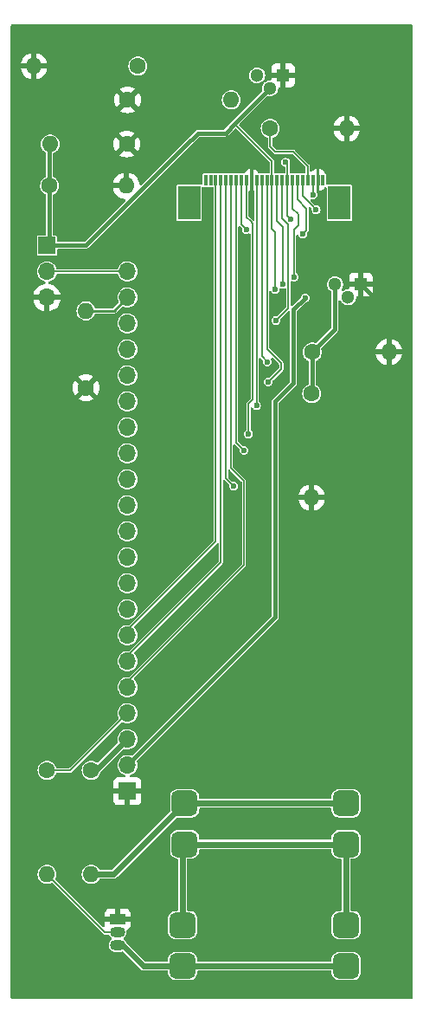
<source format=gtl>
G04 #@! TF.GenerationSoftware,KiCad,Pcbnew,(6.0.11)*
G04 #@! TF.CreationDate,2023-02-17T15:39:36+01:00*
G04 #@! TF.ProjectId,vogelhuisje_camera_board,766f6765-6c68-4756-9973-6a655f63616d,rev?*
G04 #@! TF.SameCoordinates,Original*
G04 #@! TF.FileFunction,Copper,L1,Top*
G04 #@! TF.FilePolarity,Positive*
%FSLAX46Y46*%
G04 Gerber Fmt 4.6, Leading zero omitted, Abs format (unit mm)*
G04 Created by KiCad (PCBNEW (6.0.11)) date 2023-02-17 15:39:36*
%MOMM*%
%LPD*%
G01*
G04 APERTURE LIST*
G04 Aperture macros list*
%AMRoundRect*
0 Rectangle with rounded corners*
0 $1 Rounding radius*
0 $2 $3 $4 $5 $6 $7 $8 $9 X,Y pos of 4 corners*
0 Add a 4 corners polygon primitive as box body*
4,1,4,$2,$3,$4,$5,$6,$7,$8,$9,$2,$3,0*
0 Add four circle primitives for the rounded corners*
1,1,$1+$1,$2,$3*
1,1,$1+$1,$4,$5*
1,1,$1+$1,$6,$7*
1,1,$1+$1,$8,$9*
0 Add four rect primitives between the rounded corners*
20,1,$1+$1,$2,$3,$4,$5,0*
20,1,$1+$1,$4,$5,$6,$7,0*
20,1,$1+$1,$6,$7,$8,$9,0*
20,1,$1+$1,$8,$9,$2,$3,0*%
G04 Aperture macros list end*
G04 #@! TA.AperFunction,ComponentPad*
%ADD10R,1.300000X1.300000*%
G04 #@! TD*
G04 #@! TA.AperFunction,ComponentPad*
%ADD11C,1.300000*%
G04 #@! TD*
G04 #@! TA.AperFunction,ComponentPad*
%ADD12C,1.600000*%
G04 #@! TD*
G04 #@! TA.AperFunction,ComponentPad*
%ADD13O,1.600000X1.600000*%
G04 #@! TD*
G04 #@! TA.AperFunction,SMDPad,CuDef*
%ADD14R,2.200000X3.300000*%
G04 #@! TD*
G04 #@! TA.AperFunction,SMDPad,CuDef*
%ADD15R,0.300000X1.100000*%
G04 #@! TD*
G04 #@! TA.AperFunction,SMDPad,CuDef*
%ADD16RoundRect,0.625000X0.675000X0.625000X-0.675000X0.625000X-0.675000X-0.625000X0.675000X-0.625000X0*%
G04 #@! TD*
G04 #@! TA.AperFunction,ComponentPad*
%ADD17R,1.500000X1.050000*%
G04 #@! TD*
G04 #@! TA.AperFunction,ComponentPad*
%ADD18O,1.500000X1.050000*%
G04 #@! TD*
G04 #@! TA.AperFunction,ComponentPad*
%ADD19R,1.700000X1.700000*%
G04 #@! TD*
G04 #@! TA.AperFunction,ComponentPad*
%ADD20O,1.700000X1.700000*%
G04 #@! TD*
G04 #@! TA.AperFunction,ViaPad*
%ADD21C,0.600000*%
G04 #@! TD*
G04 #@! TA.AperFunction,Conductor*
%ADD22C,0.400000*%
G04 #@! TD*
G04 #@! TA.AperFunction,Conductor*
%ADD23C,0.150000*%
G04 #@! TD*
G04 #@! TA.AperFunction,Conductor*
%ADD24C,0.200000*%
G04 #@! TD*
G04 #@! TA.AperFunction,Conductor*
%ADD25C,0.254000*%
G04 #@! TD*
G04 #@! TA.AperFunction,Conductor*
%ADD26C,0.127000*%
G04 #@! TD*
G04 #@! TA.AperFunction,Conductor*
%ADD27C,0.600000*%
G04 #@! TD*
G04 APERTURE END LIST*
D10*
X116840000Y-60854000D03*
D11*
X115570000Y-62124000D03*
X114300000Y-60854000D03*
D10*
X124460000Y-81280000D03*
D11*
X123190000Y-82550000D03*
X121920000Y-81280000D03*
D12*
X115570000Y-66040000D03*
D13*
X123070000Y-66040000D03*
D14*
X107650000Y-73300000D03*
X122350000Y-73300000D03*
D15*
X120750000Y-71080000D03*
X120250000Y-71080000D03*
X119750000Y-71080000D03*
X119250000Y-71080000D03*
X118750000Y-71080000D03*
X118250000Y-71080000D03*
X117750000Y-71080000D03*
X117250000Y-71080000D03*
X116750000Y-71080000D03*
X116250000Y-71080000D03*
X115750000Y-71080000D03*
X115250000Y-71080000D03*
X114750000Y-71080000D03*
X114250000Y-71080000D03*
X113750000Y-71080000D03*
X113250000Y-71080000D03*
X112750000Y-71080000D03*
X112250000Y-71080000D03*
X111750000Y-71080000D03*
X111250000Y-71080000D03*
X110750000Y-71080000D03*
X110250000Y-71080000D03*
X109750000Y-71080000D03*
X109250000Y-71080000D03*
D16*
X123000000Y-147900000D03*
X123000000Y-143900000D03*
D12*
X102616000Y-59944000D03*
D13*
X92456000Y-59944000D03*
D17*
X100642000Y-143326000D03*
D18*
X100642000Y-144596000D03*
X100642000Y-145866000D03*
D16*
X107200000Y-136000000D03*
X107200000Y-132000000D03*
D12*
X119694000Y-87884000D03*
D13*
X127194000Y-87884000D03*
D12*
X119634000Y-91948000D03*
D13*
X119634000Y-102108000D03*
D19*
X101600000Y-130810000D03*
D20*
X101600000Y-128270000D03*
X101600000Y-125730000D03*
X101600000Y-123190000D03*
X101600000Y-120650000D03*
X101600000Y-118110000D03*
X101600000Y-115570000D03*
X101600000Y-113030000D03*
X101600000Y-110490000D03*
X101600000Y-107950000D03*
X101600000Y-105410000D03*
X101600000Y-102870000D03*
X101600000Y-100330000D03*
X101600000Y-97790000D03*
X101600000Y-95250000D03*
X101600000Y-92710000D03*
X101600000Y-90170000D03*
X101600000Y-87630000D03*
X101600000Y-85090000D03*
X101600000Y-82550000D03*
X101600000Y-80010000D03*
D12*
X101540000Y-67564000D03*
D13*
X94040000Y-67564000D03*
D16*
X123000000Y-136000000D03*
X123000000Y-132000000D03*
D12*
X93980000Y-71628000D03*
D13*
X101480000Y-71628000D03*
D12*
X93726000Y-128778000D03*
D13*
X93726000Y-138938000D03*
D12*
X101600000Y-63246000D03*
D13*
X111760000Y-63246000D03*
D16*
X107000000Y-147900000D03*
X107000000Y-143900000D03*
D12*
X97536000Y-91380000D03*
D13*
X97536000Y-83880000D03*
D12*
X98044000Y-128778000D03*
D13*
X98044000Y-138938000D03*
D19*
X93726000Y-77485000D03*
D20*
X93726000Y-80025000D03*
X93726000Y-82565000D03*
D21*
X119000000Y-82600000D03*
X116840000Y-81240000D03*
X116078000Y-81788000D03*
X113250000Y-75940000D03*
X112000000Y-101000000D03*
X113000000Y-97500000D03*
X113450000Y-95920000D03*
X114240000Y-93130000D03*
X115390000Y-90810000D03*
X115290000Y-88850000D03*
X116130000Y-84810000D03*
X117920000Y-80550000D03*
X118770000Y-76350000D03*
X120070000Y-73990000D03*
X119790000Y-72510000D03*
X117550000Y-74880000D03*
X117094000Y-69342000D03*
D22*
X117856000Y-83744000D02*
X119000000Y-82600000D01*
X121539000Y-86039000D02*
X119694000Y-87884000D01*
X121539000Y-86039000D02*
X121920000Y-85658000D01*
X121920000Y-85658000D02*
X121920000Y-81280000D01*
X101600000Y-128270000D02*
X116078000Y-113792000D01*
X116078000Y-92710000D02*
X117856000Y-90932000D01*
X117856000Y-90932000D02*
X117856000Y-83744000D01*
X116078000Y-113792000D02*
X116078000Y-92710000D01*
D23*
X116840000Y-81240000D02*
X116840000Y-75692000D01*
D22*
X111194000Y-66500000D02*
X112147000Y-65547000D01*
D23*
X116078000Y-81788000D02*
X116078000Y-76200000D01*
X116078000Y-76200000D02*
X115750000Y-75872000D01*
X115750000Y-69268000D02*
X112147000Y-65665000D01*
X112147000Y-65665000D02*
X112147000Y-65547000D01*
D22*
X112147000Y-65547000D02*
X115570000Y-62124000D01*
D23*
X115750000Y-75872000D02*
X115750000Y-69268000D01*
D22*
X93980000Y-71628000D02*
X93980000Y-77470000D01*
X93980000Y-77470000D02*
X97536000Y-77470000D01*
X97536000Y-77470000D02*
X107188000Y-67818000D01*
X107188000Y-67812000D02*
X108500000Y-66500000D01*
X107188000Y-67818000D02*
X107188000Y-67812000D01*
X108500000Y-66500000D02*
X111194000Y-66500000D01*
X127194000Y-87884000D02*
X127194000Y-84014000D01*
X127194000Y-84014000D02*
X124460000Y-81280000D01*
X93980000Y-71628000D02*
X93980000Y-67624000D01*
X93980000Y-67624000D02*
X94040000Y-67564000D01*
D24*
X101500000Y-127850000D02*
X101890000Y-127850000D01*
D25*
X100270000Y-83880000D02*
X101600000Y-82550000D01*
D26*
X112750000Y-75440000D02*
X113250000Y-75940000D01*
D25*
X97536000Y-83880000D02*
X100270000Y-83880000D01*
D26*
X112750000Y-71050000D02*
X112750000Y-75440000D01*
D23*
X115570000Y-67818000D02*
X115570000Y-66040000D01*
X119250000Y-71050000D02*
X119250000Y-69720000D01*
X117856000Y-68326000D02*
X116078000Y-68326000D01*
X116078000Y-68326000D02*
X115570000Y-67818000D01*
X119250000Y-69720000D02*
X117856000Y-68326000D01*
X116840000Y-75692000D02*
X116250000Y-75102000D01*
D22*
X119694000Y-87884000D02*
X119694000Y-91888000D01*
D23*
X116250000Y-75102000D02*
X116250000Y-71050000D01*
D27*
X98552000Y-128778000D02*
X101600000Y-125730000D01*
X98044000Y-128778000D02*
X98552000Y-128778000D01*
D24*
X96012000Y-128778000D02*
X101600000Y-123190000D01*
X93726000Y-128778000D02*
X96012000Y-128778000D01*
D26*
X111750000Y-99250000D02*
X113000000Y-100500000D01*
X113000000Y-108730000D02*
X101500000Y-120230000D01*
X111750000Y-71050000D02*
X111750000Y-99250000D01*
X113000000Y-100500000D02*
X113000000Y-108730000D01*
X110750000Y-71050000D02*
X110750000Y-108440000D01*
X110750000Y-108440000D02*
X101500000Y-117690000D01*
X110250000Y-71050000D02*
X110250000Y-106400000D01*
X110250000Y-106400000D02*
X101500000Y-115150000D01*
X111250000Y-71050000D02*
X111250000Y-100250000D01*
X111250000Y-100250000D02*
X112000000Y-101000000D01*
X112250000Y-71050000D02*
X112250000Y-96750000D01*
X112250000Y-96750000D02*
X113000000Y-97500000D01*
X113850000Y-92560000D02*
X113610000Y-92800000D01*
X113850000Y-75310000D02*
X113850000Y-78430000D01*
X113610000Y-92800000D02*
X113450000Y-92960000D01*
X113850000Y-78430000D02*
X113850000Y-91710000D01*
X113650000Y-75110000D02*
X113850000Y-75310000D01*
X113850000Y-91710000D02*
X113850000Y-92560000D01*
X113250000Y-74710000D02*
X113650000Y-75110000D01*
X113250000Y-71050000D02*
X113250000Y-74710000D01*
X113450000Y-92960000D02*
X113450000Y-95920000D01*
X114240000Y-93100000D02*
X114240000Y-93130000D01*
X114250000Y-93090000D02*
X114240000Y-93100000D01*
X114250000Y-71050000D02*
X114250000Y-93090000D01*
D23*
X116660000Y-89000000D02*
X116660000Y-89540000D01*
X115250000Y-71050000D02*
X115250000Y-87590000D01*
X115250000Y-87590000D02*
X116660000Y-89000000D01*
X116660000Y-89540000D02*
X115390000Y-90810000D01*
X114750000Y-71050000D02*
X114750000Y-88310000D01*
X114750000Y-88310000D02*
X115290000Y-88850000D01*
X117348000Y-83592000D02*
X117348000Y-75438000D01*
X116130000Y-84810000D02*
X117348000Y-83592000D01*
X116750000Y-74840000D02*
X116750000Y-71050000D01*
X117348000Y-75438000D02*
X116750000Y-74840000D01*
X117750000Y-71050000D02*
X117750000Y-73890000D01*
X118250000Y-75580000D02*
X117920000Y-75910000D01*
X117920000Y-75910000D02*
X117920000Y-80550000D01*
X118300000Y-75530000D02*
X118250000Y-75580000D01*
X118300000Y-74440000D02*
X118300000Y-75530000D01*
X117750000Y-73890000D02*
X118300000Y-74440000D01*
X119120000Y-76000000D02*
X118770000Y-76350000D01*
X118250000Y-72990000D02*
X119120000Y-73860000D01*
X118250000Y-71050000D02*
X118250000Y-72990000D01*
X119120000Y-73860000D02*
X119120000Y-76000000D01*
X118750000Y-72640000D02*
X119600000Y-73490000D01*
X120070000Y-73960000D02*
X120070000Y-73990000D01*
X118750000Y-71050000D02*
X118750000Y-72640000D01*
X119600000Y-73490000D02*
X120070000Y-73960000D01*
D24*
X119750000Y-71050000D02*
X119750000Y-72470000D01*
X119750000Y-72470000D02*
X119790000Y-72510000D01*
D23*
X117250000Y-71050000D02*
X117250000Y-74580000D01*
X117250000Y-71050000D02*
X117250000Y-69498000D01*
X117250000Y-69498000D02*
X117094000Y-69342000D01*
X117250000Y-74580000D02*
X117550000Y-74880000D01*
D27*
X101162000Y-145866000D02*
X100642000Y-145866000D01*
X107000000Y-147900000D02*
X109100000Y-147900000D01*
X107000000Y-147900000D02*
X103196000Y-147900000D01*
X109100000Y-147900000D02*
X123000000Y-147900000D01*
X103196000Y-147900000D02*
X101162000Y-145866000D01*
D24*
X99384000Y-144596000D02*
X100642000Y-144596000D01*
X93726000Y-138938000D02*
X99384000Y-144596000D01*
D27*
X107200000Y-132000000D02*
X100262000Y-138938000D01*
X123000000Y-132000000D02*
X107200000Y-132000000D01*
X98044000Y-138938000D02*
X100262000Y-138938000D01*
X123000000Y-143900000D02*
X123000000Y-136000000D01*
X107000000Y-136200000D02*
X107200000Y-136000000D01*
X107200000Y-136000000D02*
X123000000Y-136000000D01*
X107000000Y-143900000D02*
X107000000Y-136200000D01*
D26*
X101585000Y-80025000D02*
X101600000Y-80010000D01*
X93726000Y-80025000D02*
X101585000Y-80025000D01*
G04 #@! TA.AperFunction,Conductor*
G36*
X129471621Y-55910502D02*
G01*
X129518114Y-55964158D01*
X129529500Y-56016500D01*
X129529500Y-150993500D01*
X129509498Y-151061621D01*
X129455842Y-151108114D01*
X129403500Y-151119500D01*
X90306500Y-151119500D01*
X90238379Y-151099498D01*
X90191886Y-151045842D01*
X90180500Y-150993500D01*
X90180500Y-138938000D01*
X92793391Y-138938000D01*
X92813771Y-139131900D01*
X92815811Y-139138178D01*
X92815811Y-139138179D01*
X92838598Y-139208311D01*
X92874019Y-139317326D01*
X92971503Y-139486174D01*
X93101963Y-139631064D01*
X93259695Y-139745663D01*
X93265723Y-139748347D01*
X93265725Y-139748348D01*
X93304036Y-139765405D01*
X93437808Y-139824964D01*
X93533162Y-139845232D01*
X93622059Y-139864128D01*
X93622063Y-139864128D01*
X93628516Y-139865500D01*
X93823484Y-139865500D01*
X93829937Y-139864128D01*
X93829941Y-139864128D01*
X93918838Y-139845232D01*
X94014192Y-139824964D01*
X94126775Y-139774839D01*
X94197141Y-139765405D01*
X94261438Y-139795511D01*
X94267118Y-139800851D01*
X99216587Y-144750321D01*
X99221128Y-144755105D01*
X99247292Y-144784163D01*
X99259390Y-144789549D01*
X99259391Y-144789550D01*
X99266049Y-144792514D01*
X99283427Y-144801949D01*
X99289544Y-144805922D01*
X99289546Y-144805923D01*
X99300650Y-144813134D01*
X99313729Y-144815205D01*
X99318526Y-144817047D01*
X99323546Y-144818114D01*
X99335643Y-144823500D01*
X99356182Y-144823500D01*
X99375891Y-144825051D01*
X99396172Y-144828263D01*
X99408961Y-144824836D01*
X99422189Y-144824143D01*
X99422213Y-144824596D01*
X99430537Y-144823500D01*
X99719303Y-144823500D01*
X99787424Y-144843502D01*
X99825688Y-144881986D01*
X99910244Y-145015225D01*
X100030422Y-145128079D01*
X100037114Y-145131758D01*
X100080388Y-145187881D01*
X100086462Y-145258617D01*
X100053328Y-145321408D01*
X100037033Y-145335527D01*
X99966783Y-145386568D01*
X99861697Y-145513594D01*
X99791503Y-145662764D01*
X99760612Y-145824704D01*
X99770963Y-145989238D01*
X99821908Y-146146029D01*
X99910244Y-146285225D01*
X100030422Y-146398079D01*
X100174890Y-146477501D01*
X100334570Y-146518500D01*
X100908052Y-146518500D01*
X100978374Y-146509616D01*
X101022693Y-146504018D01*
X101022694Y-146504018D01*
X101030560Y-146503024D01*
X101071012Y-146487008D01*
X101141712Y-146480530D01*
X101206489Y-146515066D01*
X102870478Y-148179054D01*
X102880333Y-148190143D01*
X102900050Y-148215154D01*
X102907797Y-148220509D01*
X102907799Y-148220510D01*
X102945778Y-148246758D01*
X102948957Y-148249029D01*
X102993700Y-148282077D01*
X103000166Y-148284348D01*
X103005802Y-148288243D01*
X103014779Y-148291082D01*
X103014781Y-148291083D01*
X103058793Y-148305002D01*
X103062543Y-148306253D01*
X103114989Y-148324671D01*
X103121837Y-148324940D01*
X103128369Y-148327006D01*
X103134645Y-148327500D01*
X103184512Y-148327500D01*
X103189459Y-148327597D01*
X103243441Y-148329718D01*
X103250261Y-148327910D01*
X103257703Y-148327500D01*
X105446500Y-148327500D01*
X105514621Y-148347502D01*
X105561114Y-148401158D01*
X105572500Y-148453500D01*
X105572500Y-148575002D01*
X105583388Y-148679931D01*
X105638920Y-148846383D01*
X105731256Y-148995596D01*
X105855441Y-149119565D01*
X106004815Y-149211640D01*
X106171364Y-149266882D01*
X106178200Y-149267582D01*
X106178203Y-149267583D01*
X106229992Y-149272889D01*
X106274998Y-149277500D01*
X107725002Y-149277500D01*
X107728248Y-149277163D01*
X107728251Y-149277163D01*
X107823072Y-149267324D01*
X107823074Y-149267323D01*
X107829931Y-149266612D01*
X107996383Y-149211080D01*
X108145596Y-149118744D01*
X108269565Y-148994559D01*
X108361640Y-148845185D01*
X108416882Y-148678636D01*
X108427500Y-148575002D01*
X108427500Y-148453500D01*
X108447502Y-148385379D01*
X108501158Y-148338886D01*
X108553500Y-148327500D01*
X121446500Y-148327500D01*
X121514621Y-148347502D01*
X121561114Y-148401158D01*
X121572500Y-148453500D01*
X121572500Y-148575002D01*
X121583388Y-148679931D01*
X121638920Y-148846383D01*
X121731256Y-148995596D01*
X121855441Y-149119565D01*
X122004815Y-149211640D01*
X122171364Y-149266882D01*
X122178200Y-149267582D01*
X122178203Y-149267583D01*
X122229992Y-149272889D01*
X122274998Y-149277500D01*
X123725002Y-149277500D01*
X123728248Y-149277163D01*
X123728251Y-149277163D01*
X123823072Y-149267324D01*
X123823074Y-149267323D01*
X123829931Y-149266612D01*
X123996383Y-149211080D01*
X124145596Y-149118744D01*
X124269565Y-148994559D01*
X124361640Y-148845185D01*
X124416882Y-148678636D01*
X124427500Y-148575002D01*
X124427500Y-147224998D01*
X124416612Y-147120069D01*
X124361080Y-146953617D01*
X124268744Y-146804404D01*
X124144559Y-146680435D01*
X123995185Y-146588360D01*
X123828636Y-146533118D01*
X123821800Y-146532418D01*
X123821797Y-146532417D01*
X123770008Y-146527111D01*
X123725002Y-146522500D01*
X122274998Y-146522500D01*
X122271752Y-146522837D01*
X122271749Y-146522837D01*
X122176928Y-146532676D01*
X122176926Y-146532677D01*
X122170069Y-146533388D01*
X122003617Y-146588920D01*
X121854404Y-146681256D01*
X121730435Y-146805441D01*
X121638360Y-146954815D01*
X121583118Y-147121364D01*
X121572500Y-147224998D01*
X121572500Y-147346500D01*
X121552498Y-147414621D01*
X121498842Y-147461114D01*
X121446500Y-147472500D01*
X108553500Y-147472500D01*
X108485379Y-147452498D01*
X108438886Y-147398842D01*
X108427500Y-147346500D01*
X108427500Y-147224998D01*
X108416612Y-147120069D01*
X108361080Y-146953617D01*
X108268744Y-146804404D01*
X108144559Y-146680435D01*
X107995185Y-146588360D01*
X107828636Y-146533118D01*
X107821800Y-146532418D01*
X107821797Y-146532417D01*
X107770008Y-146527111D01*
X107725002Y-146522500D01*
X106274998Y-146522500D01*
X106271752Y-146522837D01*
X106271749Y-146522837D01*
X106176928Y-146532676D01*
X106176926Y-146532677D01*
X106170069Y-146533388D01*
X106003617Y-146588920D01*
X105854404Y-146681256D01*
X105730435Y-146805441D01*
X105638360Y-146954815D01*
X105583118Y-147121364D01*
X105572500Y-147224998D01*
X105572500Y-147346500D01*
X105552498Y-147414621D01*
X105498842Y-147461114D01*
X105446500Y-147472500D01*
X103425266Y-147472500D01*
X103357145Y-147452498D01*
X103336171Y-147435595D01*
X101487523Y-145586947D01*
X101477668Y-145575858D01*
X101463781Y-145558243D01*
X101457950Y-145550846D01*
X101446664Y-145543046D01*
X101411918Y-145506910D01*
X101373756Y-145446775D01*
X101253578Y-145333921D01*
X101246886Y-145330242D01*
X101203612Y-145274119D01*
X101197538Y-145203383D01*
X101230672Y-145140592D01*
X101246966Y-145126473D01*
X101310807Y-145080089D01*
X101317217Y-145075432D01*
X101422303Y-144948406D01*
X101492497Y-144799236D01*
X101523388Y-144637296D01*
X101519469Y-144575002D01*
X105572500Y-144575002D01*
X105583388Y-144679931D01*
X105638920Y-144846383D01*
X105731256Y-144995596D01*
X105855441Y-145119565D01*
X105861671Y-145123405D01*
X105861672Y-145123406D01*
X105991420Y-145203383D01*
X106004815Y-145211640D01*
X106171364Y-145266882D01*
X106178200Y-145267582D01*
X106178203Y-145267583D01*
X106229992Y-145272889D01*
X106274998Y-145277500D01*
X107725002Y-145277500D01*
X107728248Y-145277163D01*
X107728251Y-145277163D01*
X107823072Y-145267324D01*
X107823074Y-145267323D01*
X107829931Y-145266612D01*
X107996383Y-145211080D01*
X108145596Y-145118744D01*
X108269565Y-144994559D01*
X108361640Y-144845185D01*
X108416882Y-144678636D01*
X108427500Y-144575002D01*
X108427500Y-143224998D01*
X108416612Y-143120069D01*
X108361080Y-142953617D01*
X108268744Y-142804404D01*
X108144559Y-142680435D01*
X107995185Y-142588360D01*
X107828636Y-142533118D01*
X107821800Y-142532418D01*
X107821797Y-142532417D01*
X107770008Y-142527111D01*
X107725002Y-142522500D01*
X107553500Y-142522500D01*
X107485379Y-142502498D01*
X107438886Y-142448842D01*
X107427500Y-142396500D01*
X107427500Y-137503500D01*
X107447502Y-137435379D01*
X107501158Y-137388886D01*
X107553500Y-137377500D01*
X107925002Y-137377500D01*
X107928248Y-137377163D01*
X107928251Y-137377163D01*
X108023072Y-137367324D01*
X108023074Y-137367323D01*
X108029931Y-137366612D01*
X108196383Y-137311080D01*
X108345596Y-137218744D01*
X108469565Y-137094559D01*
X108561640Y-136945185D01*
X108616882Y-136778636D01*
X108627500Y-136675002D01*
X108627500Y-136553500D01*
X108647502Y-136485379D01*
X108701158Y-136438886D01*
X108753500Y-136427500D01*
X121446500Y-136427500D01*
X121514621Y-136447502D01*
X121561114Y-136501158D01*
X121572500Y-136553500D01*
X121572500Y-136675002D01*
X121583388Y-136779931D01*
X121638920Y-136946383D01*
X121731256Y-137095596D01*
X121855441Y-137219565D01*
X122004815Y-137311640D01*
X122171364Y-137366882D01*
X122178200Y-137367582D01*
X122178203Y-137367583D01*
X122229992Y-137372889D01*
X122274998Y-137377500D01*
X122446500Y-137377500D01*
X122514621Y-137397502D01*
X122561114Y-137451158D01*
X122572500Y-137503500D01*
X122572500Y-142396500D01*
X122552498Y-142464621D01*
X122498842Y-142511114D01*
X122446500Y-142522500D01*
X122274998Y-142522500D01*
X122271752Y-142522837D01*
X122271749Y-142522837D01*
X122176928Y-142532676D01*
X122176926Y-142532677D01*
X122170069Y-142533388D01*
X122003617Y-142588920D01*
X121854404Y-142681256D01*
X121730435Y-142805441D01*
X121638360Y-142954815D01*
X121583118Y-143121364D01*
X121572500Y-143224998D01*
X121572500Y-144575002D01*
X121583388Y-144679931D01*
X121638920Y-144846383D01*
X121731256Y-144995596D01*
X121855441Y-145119565D01*
X121861671Y-145123405D01*
X121861672Y-145123406D01*
X121991420Y-145203383D01*
X122004815Y-145211640D01*
X122171364Y-145266882D01*
X122178200Y-145267582D01*
X122178203Y-145267583D01*
X122229992Y-145272889D01*
X122274998Y-145277500D01*
X123725002Y-145277500D01*
X123728248Y-145277163D01*
X123728251Y-145277163D01*
X123823072Y-145267324D01*
X123823074Y-145267323D01*
X123829931Y-145266612D01*
X123996383Y-145211080D01*
X124145596Y-145118744D01*
X124269565Y-144994559D01*
X124361640Y-144845185D01*
X124416882Y-144678636D01*
X124427500Y-144575002D01*
X124427500Y-143224998D01*
X124416612Y-143120069D01*
X124361080Y-142953617D01*
X124268744Y-142804404D01*
X124144559Y-142680435D01*
X123995185Y-142588360D01*
X123828636Y-142533118D01*
X123821800Y-142532418D01*
X123821797Y-142532417D01*
X123770008Y-142527111D01*
X123725002Y-142522500D01*
X123553500Y-142522500D01*
X123485379Y-142502498D01*
X123438886Y-142448842D01*
X123427500Y-142396500D01*
X123427500Y-137503500D01*
X123447502Y-137435379D01*
X123501158Y-137388886D01*
X123553500Y-137377500D01*
X123725002Y-137377500D01*
X123728248Y-137377163D01*
X123728251Y-137377163D01*
X123823072Y-137367324D01*
X123823074Y-137367323D01*
X123829931Y-137366612D01*
X123996383Y-137311080D01*
X124145596Y-137218744D01*
X124269565Y-137094559D01*
X124361640Y-136945185D01*
X124416882Y-136778636D01*
X124427500Y-136675002D01*
X124427500Y-135324998D01*
X124416612Y-135220069D01*
X124361080Y-135053617D01*
X124268744Y-134904404D01*
X124144559Y-134780435D01*
X123995185Y-134688360D01*
X123828636Y-134633118D01*
X123821800Y-134632418D01*
X123821797Y-134632417D01*
X123770008Y-134627111D01*
X123725002Y-134622500D01*
X122274998Y-134622500D01*
X122271752Y-134622837D01*
X122271749Y-134622837D01*
X122176928Y-134632676D01*
X122176926Y-134632677D01*
X122170069Y-134633388D01*
X122003617Y-134688920D01*
X121854404Y-134781256D01*
X121730435Y-134905441D01*
X121638360Y-135054815D01*
X121583118Y-135221364D01*
X121572500Y-135324998D01*
X121572500Y-135446500D01*
X121552498Y-135514621D01*
X121498842Y-135561114D01*
X121446500Y-135572500D01*
X108753500Y-135572500D01*
X108685379Y-135552498D01*
X108638886Y-135498842D01*
X108627500Y-135446500D01*
X108627500Y-135324998D01*
X108616612Y-135220069D01*
X108561080Y-135053617D01*
X108468744Y-134904404D01*
X108344559Y-134780435D01*
X108195185Y-134688360D01*
X108028636Y-134633118D01*
X108021800Y-134632418D01*
X108021797Y-134632417D01*
X107970008Y-134627111D01*
X107925002Y-134622500D01*
X106474998Y-134622500D01*
X106471752Y-134622837D01*
X106471749Y-134622837D01*
X106376928Y-134632676D01*
X106376926Y-134632677D01*
X106370069Y-134633388D01*
X106203617Y-134688920D01*
X106054404Y-134781256D01*
X105930435Y-134905441D01*
X105838360Y-135054815D01*
X105783118Y-135221364D01*
X105772500Y-135324998D01*
X105772500Y-136675002D01*
X105783388Y-136779931D01*
X105838920Y-136946383D01*
X105931256Y-137095596D01*
X106055441Y-137219565D01*
X106204815Y-137311640D01*
X106371364Y-137366882D01*
X106378200Y-137367582D01*
X106378203Y-137367583D01*
X106459342Y-137375896D01*
X106525070Y-137402737D01*
X106565852Y-137460852D01*
X106572500Y-137501240D01*
X106572500Y-142396500D01*
X106552498Y-142464621D01*
X106498842Y-142511114D01*
X106446500Y-142522500D01*
X106274998Y-142522500D01*
X106271752Y-142522837D01*
X106271749Y-142522837D01*
X106176928Y-142532676D01*
X106176926Y-142532677D01*
X106170069Y-142533388D01*
X106003617Y-142588920D01*
X105854404Y-142681256D01*
X105730435Y-142805441D01*
X105638360Y-142954815D01*
X105583118Y-143121364D01*
X105572500Y-143224998D01*
X105572500Y-144575002D01*
X101519469Y-144575002D01*
X101513037Y-144472762D01*
X101510588Y-144465225D01*
X101509815Y-144461173D01*
X101516698Y-144390511D01*
X101560692Y-144334788D01*
X101589354Y-144319582D01*
X101630052Y-144304325D01*
X101645649Y-144295786D01*
X101747724Y-144219285D01*
X101760285Y-144206724D01*
X101836786Y-144104649D01*
X101845324Y-144089054D01*
X101890478Y-143968606D01*
X101894105Y-143953351D01*
X101899631Y-143902486D01*
X101900000Y-143895672D01*
X101900000Y-143598115D01*
X101895525Y-143582876D01*
X101894135Y-143581671D01*
X101886452Y-143580000D01*
X99402116Y-143580000D01*
X99386877Y-143584475D01*
X99385672Y-143585865D01*
X99384001Y-143593548D01*
X99384001Y-143895669D01*
X99384371Y-143902490D01*
X99390748Y-143961207D01*
X99388288Y-143961474D01*
X99385225Y-144020170D01*
X99343781Y-144077815D01*
X99277752Y-144103902D01*
X99208100Y-144090151D01*
X99177248Y-144067515D01*
X98163618Y-143053885D01*
X99384000Y-143053885D01*
X99388475Y-143069124D01*
X99389865Y-143070329D01*
X99397548Y-143072000D01*
X100369885Y-143072000D01*
X100385124Y-143067525D01*
X100386329Y-143066135D01*
X100388000Y-143058452D01*
X100388000Y-143053885D01*
X100896000Y-143053885D01*
X100900475Y-143069124D01*
X100901865Y-143070329D01*
X100909548Y-143072000D01*
X101881884Y-143072000D01*
X101897123Y-143067525D01*
X101898328Y-143066135D01*
X101899999Y-143058452D01*
X101899999Y-142756331D01*
X101899629Y-142749510D01*
X101894105Y-142698648D01*
X101890479Y-142683396D01*
X101845324Y-142562946D01*
X101836786Y-142547351D01*
X101760285Y-142445276D01*
X101747724Y-142432715D01*
X101645649Y-142356214D01*
X101630054Y-142347676D01*
X101509606Y-142302522D01*
X101494351Y-142298895D01*
X101443486Y-142293369D01*
X101436672Y-142293000D01*
X100914115Y-142293000D01*
X100898876Y-142297475D01*
X100897671Y-142298865D01*
X100896000Y-142306548D01*
X100896000Y-143053885D01*
X100388000Y-143053885D01*
X100388000Y-142311116D01*
X100383525Y-142295877D01*
X100382135Y-142294672D01*
X100374452Y-142293001D01*
X99847331Y-142293001D01*
X99840510Y-142293371D01*
X99789648Y-142298895D01*
X99774396Y-142302521D01*
X99653946Y-142347676D01*
X99638351Y-142356214D01*
X99536276Y-142432715D01*
X99523715Y-142445276D01*
X99447214Y-142547351D01*
X99438676Y-142562946D01*
X99393522Y-142683394D01*
X99389895Y-142698649D01*
X99384369Y-142749514D01*
X99384000Y-142756328D01*
X99384000Y-143053885D01*
X98163618Y-143053885D01*
X94591105Y-139481371D01*
X94557079Y-139419059D01*
X94562144Y-139348244D01*
X94571076Y-139329285D01*
X94577981Y-139317326D01*
X94613402Y-139208311D01*
X94636189Y-139138179D01*
X94636189Y-139138178D01*
X94638229Y-139131900D01*
X94658609Y-138938000D01*
X97111391Y-138938000D01*
X97131771Y-139131900D01*
X97133811Y-139138178D01*
X97133811Y-139138179D01*
X97156598Y-139208311D01*
X97192019Y-139317326D01*
X97289503Y-139486174D01*
X97419963Y-139631064D01*
X97577695Y-139745663D01*
X97583723Y-139748347D01*
X97583725Y-139748348D01*
X97622036Y-139765405D01*
X97755808Y-139824964D01*
X97851162Y-139845232D01*
X97940059Y-139864128D01*
X97940063Y-139864128D01*
X97946516Y-139865500D01*
X98141484Y-139865500D01*
X98147937Y-139864128D01*
X98147941Y-139864128D01*
X98236838Y-139845232D01*
X98332192Y-139824964D01*
X98465964Y-139765405D01*
X98504275Y-139748348D01*
X98504277Y-139748347D01*
X98510305Y-139745663D01*
X98668037Y-139631064D01*
X98798497Y-139486174D01*
X98831795Y-139428500D01*
X98883177Y-139379507D01*
X98940914Y-139365500D01*
X100229146Y-139365500D01*
X100243955Y-139366373D01*
X100275579Y-139370116D01*
X100284843Y-139368424D01*
X100284844Y-139368424D01*
X100330261Y-139360129D01*
X100334167Y-139359479D01*
X100348282Y-139357357D01*
X100389122Y-139351217D01*
X100395299Y-139348251D01*
X100402039Y-139347020D01*
X100451360Y-139321399D01*
X100454900Y-139319631D01*
X100496515Y-139299648D01*
X100496516Y-139299647D01*
X100505005Y-139295571D01*
X100510039Y-139290918D01*
X100516116Y-139287761D01*
X100520904Y-139283673D01*
X100556150Y-139248427D01*
X100559716Y-139244997D01*
X100592490Y-139214702D01*
X100592492Y-139214699D01*
X100599403Y-139208311D01*
X100602946Y-139202210D01*
X100607926Y-139196651D01*
X106390172Y-133414405D01*
X106452484Y-133380379D01*
X106479267Y-133377500D01*
X107925002Y-133377500D01*
X107928248Y-133377163D01*
X107928251Y-133377163D01*
X108023072Y-133367324D01*
X108023074Y-133367323D01*
X108029931Y-133366612D01*
X108196383Y-133311080D01*
X108345596Y-133218744D01*
X108469565Y-133094559D01*
X108561640Y-132945185D01*
X108616882Y-132778636D01*
X108619884Y-132749342D01*
X108627172Y-132678201D01*
X108627500Y-132675002D01*
X108627500Y-132553500D01*
X108647502Y-132485379D01*
X108701158Y-132438886D01*
X108753500Y-132427500D01*
X121446500Y-132427500D01*
X121514621Y-132447502D01*
X121561114Y-132501158D01*
X121572500Y-132553500D01*
X121572500Y-132675002D01*
X121583388Y-132779931D01*
X121638920Y-132946383D01*
X121731256Y-133095596D01*
X121855441Y-133219565D01*
X122004815Y-133311640D01*
X122171364Y-133366882D01*
X122178200Y-133367582D01*
X122178203Y-133367583D01*
X122229992Y-133372889D01*
X122274998Y-133377500D01*
X123725002Y-133377500D01*
X123728248Y-133377163D01*
X123728251Y-133377163D01*
X123823072Y-133367324D01*
X123823074Y-133367323D01*
X123829931Y-133366612D01*
X123996383Y-133311080D01*
X124145596Y-133218744D01*
X124269565Y-133094559D01*
X124361640Y-132945185D01*
X124416882Y-132778636D01*
X124419884Y-132749342D01*
X124427172Y-132678201D01*
X124427500Y-132675002D01*
X124427500Y-131324998D01*
X124416612Y-131220069D01*
X124361080Y-131053617D01*
X124268744Y-130904404D01*
X124144559Y-130780435D01*
X123995185Y-130688360D01*
X123828636Y-130633118D01*
X123821800Y-130632418D01*
X123821797Y-130632417D01*
X123770008Y-130627111D01*
X123725002Y-130622500D01*
X122274998Y-130622500D01*
X122271752Y-130622837D01*
X122271749Y-130622837D01*
X122176928Y-130632676D01*
X122176926Y-130632677D01*
X122170069Y-130633388D01*
X122003617Y-130688920D01*
X121854404Y-130781256D01*
X121730435Y-130905441D01*
X121638360Y-131054815D01*
X121583118Y-131221364D01*
X121572500Y-131324998D01*
X121572500Y-131446500D01*
X121552498Y-131514621D01*
X121498842Y-131561114D01*
X121446500Y-131572500D01*
X108753500Y-131572500D01*
X108685379Y-131552498D01*
X108638886Y-131498842D01*
X108627500Y-131446500D01*
X108627500Y-131324998D01*
X108616612Y-131220069D01*
X108561080Y-131053617D01*
X108468744Y-130904404D01*
X108344559Y-130780435D01*
X108195185Y-130688360D01*
X108028636Y-130633118D01*
X108021800Y-130632418D01*
X108021797Y-130632417D01*
X107970008Y-130627111D01*
X107925002Y-130622500D01*
X106474998Y-130622500D01*
X106471752Y-130622837D01*
X106471749Y-130622837D01*
X106376928Y-130632676D01*
X106376926Y-130632677D01*
X106370069Y-130633388D01*
X106203617Y-130688920D01*
X106054404Y-130781256D01*
X105930435Y-130905441D01*
X105838360Y-131054815D01*
X105783118Y-131221364D01*
X105772500Y-131324998D01*
X105772500Y-132675002D01*
X105772837Y-132678248D01*
X105772837Y-132678251D01*
X105780214Y-132749342D01*
X105767350Y-132819164D01*
X105743982Y-132851442D01*
X100121829Y-138473595D01*
X100059517Y-138507621D01*
X100032734Y-138510500D01*
X98940914Y-138510500D01*
X98872793Y-138490498D01*
X98831795Y-138447500D01*
X98801800Y-138395547D01*
X98798497Y-138389826D01*
X98668037Y-138244936D01*
X98510305Y-138130337D01*
X98504277Y-138127653D01*
X98504275Y-138127652D01*
X98338223Y-138053721D01*
X98338222Y-138053721D01*
X98332192Y-138051036D01*
X98236838Y-138030768D01*
X98147941Y-138011872D01*
X98147937Y-138011872D01*
X98141484Y-138010500D01*
X97946516Y-138010500D01*
X97940063Y-138011872D01*
X97940059Y-138011872D01*
X97851162Y-138030768D01*
X97755808Y-138051036D01*
X97749779Y-138053720D01*
X97749777Y-138053721D01*
X97583726Y-138127652D01*
X97583724Y-138127653D01*
X97577696Y-138130337D01*
X97419963Y-138244936D01*
X97289503Y-138389826D01*
X97192019Y-138558674D01*
X97131771Y-138744100D01*
X97111391Y-138938000D01*
X94658609Y-138938000D01*
X94638229Y-138744100D01*
X94577981Y-138558674D01*
X94480497Y-138389826D01*
X94350037Y-138244936D01*
X94192305Y-138130337D01*
X94186277Y-138127653D01*
X94186275Y-138127652D01*
X94020223Y-138053721D01*
X94020222Y-138053721D01*
X94014192Y-138051036D01*
X93918838Y-138030768D01*
X93829941Y-138011872D01*
X93829937Y-138011872D01*
X93823484Y-138010500D01*
X93628516Y-138010500D01*
X93622063Y-138011872D01*
X93622059Y-138011872D01*
X93533162Y-138030768D01*
X93437808Y-138051036D01*
X93431779Y-138053720D01*
X93431777Y-138053721D01*
X93265726Y-138127652D01*
X93265724Y-138127653D01*
X93259696Y-138130337D01*
X93101963Y-138244936D01*
X92971503Y-138389826D01*
X92874019Y-138558674D01*
X92813771Y-138744100D01*
X92793391Y-138938000D01*
X90180500Y-138938000D01*
X90180500Y-131704669D01*
X100242001Y-131704669D01*
X100242371Y-131711490D01*
X100247895Y-131762352D01*
X100251521Y-131777604D01*
X100296676Y-131898054D01*
X100305214Y-131913649D01*
X100381715Y-132015724D01*
X100394276Y-132028285D01*
X100496351Y-132104786D01*
X100511946Y-132113324D01*
X100632394Y-132158478D01*
X100647649Y-132162105D01*
X100698514Y-132167631D01*
X100705328Y-132168000D01*
X101327885Y-132168000D01*
X101343124Y-132163525D01*
X101344329Y-132162135D01*
X101346000Y-132154452D01*
X101346000Y-132149884D01*
X101854000Y-132149884D01*
X101858475Y-132165123D01*
X101859865Y-132166328D01*
X101867548Y-132167999D01*
X102494669Y-132167999D01*
X102501490Y-132167629D01*
X102552352Y-132162105D01*
X102567604Y-132158479D01*
X102688054Y-132113324D01*
X102703649Y-132104786D01*
X102805724Y-132028285D01*
X102818285Y-132015724D01*
X102894786Y-131913649D01*
X102903324Y-131898054D01*
X102948478Y-131777606D01*
X102952105Y-131762351D01*
X102957631Y-131711486D01*
X102958000Y-131704672D01*
X102958000Y-131082115D01*
X102953525Y-131066876D01*
X102952135Y-131065671D01*
X102944452Y-131064000D01*
X101872115Y-131064000D01*
X101856876Y-131068475D01*
X101855671Y-131069865D01*
X101854000Y-131077548D01*
X101854000Y-132149884D01*
X101346000Y-132149884D01*
X101346000Y-131082115D01*
X101341525Y-131066876D01*
X101340135Y-131065671D01*
X101332452Y-131064000D01*
X100260116Y-131064000D01*
X100244877Y-131068475D01*
X100243672Y-131069865D01*
X100242001Y-131077548D01*
X100242001Y-131704669D01*
X90180500Y-131704669D01*
X90180500Y-128778000D01*
X92793391Y-128778000D01*
X92794081Y-128784565D01*
X92812527Y-128960060D01*
X92813771Y-128971900D01*
X92874019Y-129157326D01*
X92877322Y-129163048D01*
X92877323Y-129163049D01*
X92901336Y-129204641D01*
X92971503Y-129326174D01*
X92975921Y-129331081D01*
X92975922Y-129331082D01*
X93090106Y-129457895D01*
X93101963Y-129471064D01*
X93259695Y-129585663D01*
X93265723Y-129588347D01*
X93265725Y-129588348D01*
X93301500Y-129604276D01*
X93437808Y-129664964D01*
X93533162Y-129685232D01*
X93622059Y-129704128D01*
X93622063Y-129704128D01*
X93628516Y-129705500D01*
X93823484Y-129705500D01*
X93829937Y-129704128D01*
X93829941Y-129704128D01*
X93918838Y-129685232D01*
X94014192Y-129664964D01*
X94150500Y-129604276D01*
X94186275Y-129588348D01*
X94186277Y-129588347D01*
X94192305Y-129585663D01*
X94350037Y-129471064D01*
X94361895Y-129457895D01*
X94476078Y-129331082D01*
X94476079Y-129331081D01*
X94480497Y-129326174D01*
X94550664Y-129204641D01*
X94574677Y-129163049D01*
X94574678Y-129163048D01*
X94577981Y-129157326D01*
X94599023Y-129092565D01*
X94639096Y-129033959D01*
X94704492Y-129006321D01*
X94718856Y-129005500D01*
X96002764Y-129005500D01*
X96009357Y-129005673D01*
X96035158Y-129007025D01*
X96048384Y-129007718D01*
X96060746Y-129002973D01*
X96060751Y-129002972D01*
X96067561Y-129000358D01*
X96086512Y-128994744D01*
X96106600Y-128990474D01*
X96117314Y-128982690D01*
X96122006Y-128980601D01*
X96126311Y-128977806D01*
X96138673Y-128973060D01*
X96153191Y-128958542D01*
X96168225Y-128945701D01*
X96174130Y-128941411D01*
X96174131Y-128941410D01*
X96184842Y-128933628D01*
X96191463Y-128922161D01*
X96200325Y-128912318D01*
X96200662Y-128912621D01*
X96205776Y-128905957D01*
X96333733Y-128778000D01*
X97111391Y-128778000D01*
X97112081Y-128784565D01*
X97130527Y-128960060D01*
X97131771Y-128971900D01*
X97192019Y-129157326D01*
X97195322Y-129163048D01*
X97195323Y-129163049D01*
X97219336Y-129204641D01*
X97289503Y-129326174D01*
X97293921Y-129331081D01*
X97293922Y-129331082D01*
X97408106Y-129457895D01*
X97419963Y-129471064D01*
X97577695Y-129585663D01*
X97583723Y-129588347D01*
X97583725Y-129588348D01*
X97619500Y-129604276D01*
X97755808Y-129664964D01*
X97851162Y-129685232D01*
X97940059Y-129704128D01*
X97940063Y-129704128D01*
X97946516Y-129705500D01*
X98141484Y-129705500D01*
X98147937Y-129704128D01*
X98147941Y-129704128D01*
X98236838Y-129685232D01*
X98332192Y-129664964D01*
X98468500Y-129604276D01*
X98504275Y-129588348D01*
X98504277Y-129588347D01*
X98510305Y-129585663D01*
X98668037Y-129471064D01*
X98679895Y-129457895D01*
X98794078Y-129331082D01*
X98794079Y-129331081D01*
X98798497Y-129326174D01*
X98868664Y-129204641D01*
X98892677Y-129163049D01*
X98892678Y-129163048D01*
X98895981Y-129157326D01*
X98943779Y-129010219D01*
X98974517Y-128960060D01*
X101225932Y-126708645D01*
X101288244Y-126674619D01*
X101353961Y-126677906D01*
X101389081Y-126689317D01*
X101579430Y-126712015D01*
X101585565Y-126711543D01*
X101585567Y-126711543D01*
X101764420Y-126697781D01*
X101764424Y-126697780D01*
X101770562Y-126697308D01*
X101955199Y-126645756D01*
X102126305Y-126559324D01*
X102277365Y-126441303D01*
X102402624Y-126296189D01*
X102497312Y-126129509D01*
X102557821Y-125947612D01*
X102581847Y-125757425D01*
X102582230Y-125730000D01*
X102563524Y-125539217D01*
X102508117Y-125355701D01*
X102418120Y-125186442D01*
X102296962Y-125037887D01*
X102233081Y-124985040D01*
X102154006Y-124919623D01*
X102154002Y-124919621D01*
X102149256Y-124915694D01*
X101980629Y-124824518D01*
X101889067Y-124796175D01*
X101803392Y-124769654D01*
X101803389Y-124769653D01*
X101797505Y-124767832D01*
X101791380Y-124767188D01*
X101791379Y-124767188D01*
X101612985Y-124748438D01*
X101612984Y-124748438D01*
X101606857Y-124747794D01*
X101526779Y-124755082D01*
X101422087Y-124764609D01*
X101422084Y-124764610D01*
X101415948Y-124765168D01*
X101410042Y-124766906D01*
X101410038Y-124766907D01*
X101274622Y-124806762D01*
X101232050Y-124819292D01*
X101226590Y-124822146D01*
X101226591Y-124822146D01*
X101067627Y-124905250D01*
X101067623Y-124905253D01*
X101062167Y-124908105D01*
X101057367Y-124911965D01*
X101057366Y-124911965D01*
X101052728Y-124915694D01*
X100912770Y-125028223D01*
X100789549Y-125175072D01*
X100786585Y-125180464D01*
X100786582Y-125180468D01*
X100711110Y-125317752D01*
X100697198Y-125343058D01*
X100639234Y-125525783D01*
X100617866Y-125716286D01*
X100633907Y-125907311D01*
X100654499Y-125979124D01*
X100654048Y-126050117D01*
X100622475Y-126102948D01*
X98728176Y-127997248D01*
X98665864Y-128031273D01*
X98595049Y-128026209D01*
X98565021Y-128010090D01*
X98515646Y-127974217D01*
X98515643Y-127974215D01*
X98510305Y-127970337D01*
X98504277Y-127967653D01*
X98504275Y-127967652D01*
X98338223Y-127893721D01*
X98338222Y-127893721D01*
X98332192Y-127891036D01*
X98236838Y-127870768D01*
X98147941Y-127851872D01*
X98147937Y-127851872D01*
X98141484Y-127850500D01*
X97946516Y-127850500D01*
X97940063Y-127851872D01*
X97940059Y-127851872D01*
X97851162Y-127870768D01*
X97755808Y-127891036D01*
X97749779Y-127893720D01*
X97749777Y-127893721D01*
X97583726Y-127967652D01*
X97583724Y-127967653D01*
X97577696Y-127970337D01*
X97419963Y-128084936D01*
X97289503Y-128229826D01*
X97192019Y-128398674D01*
X97131771Y-128584100D01*
X97111391Y-128778000D01*
X96333733Y-128778000D01*
X101020637Y-124091097D01*
X101082949Y-124057071D01*
X101153764Y-124062136D01*
X101171202Y-124070204D01*
X101198527Y-124085475D01*
X101206765Y-124090079D01*
X101389081Y-124149317D01*
X101579430Y-124172015D01*
X101585565Y-124171543D01*
X101585567Y-124171543D01*
X101764420Y-124157781D01*
X101764424Y-124157780D01*
X101770562Y-124157308D01*
X101955199Y-124105756D01*
X102126305Y-124019324D01*
X102277365Y-123901303D01*
X102281391Y-123896639D01*
X102398595Y-123760857D01*
X102398596Y-123760855D01*
X102402624Y-123756189D01*
X102497312Y-123589509D01*
X102557821Y-123407612D01*
X102581847Y-123217425D01*
X102582230Y-123190000D01*
X102563524Y-122999217D01*
X102508117Y-122815701D01*
X102418120Y-122646442D01*
X102296962Y-122497887D01*
X102233081Y-122445040D01*
X102154006Y-122379623D01*
X102154002Y-122379621D01*
X102149256Y-122375694D01*
X101980629Y-122284518D01*
X101889067Y-122256175D01*
X101803392Y-122229654D01*
X101803389Y-122229653D01*
X101797505Y-122227832D01*
X101791380Y-122227188D01*
X101791379Y-122227188D01*
X101612985Y-122208438D01*
X101612984Y-122208438D01*
X101606857Y-122207794D01*
X101526779Y-122215082D01*
X101422087Y-122224609D01*
X101422084Y-122224610D01*
X101415948Y-122225168D01*
X101410042Y-122226906D01*
X101410038Y-122226907D01*
X101274622Y-122266762D01*
X101232050Y-122279292D01*
X101226590Y-122282146D01*
X101226591Y-122282146D01*
X101067627Y-122365250D01*
X101067623Y-122365253D01*
X101062167Y-122368105D01*
X101057367Y-122371965D01*
X101057366Y-122371965D01*
X101052728Y-122375694D01*
X100912770Y-122488223D01*
X100789549Y-122635072D01*
X100786585Y-122640464D01*
X100786582Y-122640468D01*
X100711110Y-122777752D01*
X100697198Y-122803058D01*
X100639234Y-122985783D01*
X100617866Y-123176286D01*
X100633907Y-123367311D01*
X100635606Y-123373236D01*
X100643709Y-123401493D01*
X100686746Y-123551583D01*
X100689561Y-123557060D01*
X100689562Y-123557063D01*
X100722804Y-123621745D01*
X100736151Y-123691476D01*
X100709680Y-123757353D01*
X100699832Y-123768434D01*
X95954671Y-128513595D01*
X95892359Y-128547621D01*
X95865576Y-128550500D01*
X94718856Y-128550500D01*
X94650735Y-128530498D01*
X94604242Y-128476842D01*
X94599023Y-128463435D01*
X94580024Y-128404961D01*
X94580023Y-128404959D01*
X94577981Y-128398674D01*
X94480497Y-128229826D01*
X94350037Y-128084936D01*
X94192305Y-127970337D01*
X94186277Y-127967653D01*
X94186275Y-127967652D01*
X94020223Y-127893721D01*
X94020222Y-127893721D01*
X94014192Y-127891036D01*
X93918838Y-127870768D01*
X93829941Y-127851872D01*
X93829937Y-127851872D01*
X93823484Y-127850500D01*
X93628516Y-127850500D01*
X93622063Y-127851872D01*
X93622059Y-127851872D01*
X93533162Y-127870768D01*
X93437808Y-127891036D01*
X93431779Y-127893720D01*
X93431777Y-127893721D01*
X93265726Y-127967652D01*
X93265724Y-127967653D01*
X93259696Y-127970337D01*
X93101963Y-128084936D01*
X92971503Y-128229826D01*
X92874019Y-128398674D01*
X92813771Y-128584100D01*
X92793391Y-128778000D01*
X90180500Y-128778000D01*
X90180500Y-113016286D01*
X100617866Y-113016286D01*
X100633907Y-113207311D01*
X100635606Y-113213236D01*
X100643709Y-113241493D01*
X100686746Y-113391583D01*
X100774370Y-113562082D01*
X100778193Y-113566906D01*
X100778196Y-113566910D01*
X100849082Y-113656345D01*
X100893443Y-113712314D01*
X101039428Y-113836557D01*
X101206765Y-113930079D01*
X101389081Y-113989317D01*
X101579430Y-114012015D01*
X101585565Y-114011543D01*
X101585567Y-114011543D01*
X101764420Y-113997781D01*
X101764424Y-113997780D01*
X101770562Y-113997308D01*
X101955199Y-113945756D01*
X102126305Y-113859324D01*
X102151600Y-113839562D01*
X102272509Y-113745097D01*
X102277365Y-113741303D01*
X102318843Y-113693250D01*
X102398595Y-113600857D01*
X102398596Y-113600855D01*
X102402624Y-113596189D01*
X102497312Y-113429509D01*
X102557821Y-113247612D01*
X102581847Y-113057425D01*
X102582230Y-113030000D01*
X102563524Y-112839217D01*
X102508117Y-112655701D01*
X102418120Y-112486442D01*
X102296962Y-112337887D01*
X102233081Y-112285040D01*
X102154006Y-112219623D01*
X102154002Y-112219621D01*
X102149256Y-112215694D01*
X101980629Y-112124518D01*
X101889067Y-112096175D01*
X101803392Y-112069654D01*
X101803389Y-112069653D01*
X101797505Y-112067832D01*
X101791380Y-112067188D01*
X101791379Y-112067188D01*
X101612985Y-112048438D01*
X101612984Y-112048438D01*
X101606857Y-112047794D01*
X101526779Y-112055082D01*
X101422087Y-112064609D01*
X101422084Y-112064610D01*
X101415948Y-112065168D01*
X101410042Y-112066906D01*
X101410038Y-112066907D01*
X101274622Y-112106762D01*
X101232050Y-112119292D01*
X101226590Y-112122146D01*
X101226591Y-112122146D01*
X101067627Y-112205250D01*
X101067623Y-112205253D01*
X101062167Y-112208105D01*
X101057367Y-112211965D01*
X101057366Y-112211965D01*
X101052728Y-112215694D01*
X100912770Y-112328223D01*
X100789549Y-112475072D01*
X100786585Y-112480464D01*
X100786582Y-112480468D01*
X100711110Y-112617752D01*
X100697198Y-112643058D01*
X100639234Y-112825783D01*
X100617866Y-113016286D01*
X90180500Y-113016286D01*
X90180500Y-110476286D01*
X100617866Y-110476286D01*
X100633907Y-110667311D01*
X100635606Y-110673236D01*
X100643709Y-110701493D01*
X100686746Y-110851583D01*
X100774370Y-111022082D01*
X100778193Y-111026906D01*
X100778196Y-111026910D01*
X100885904Y-111162802D01*
X100893443Y-111172314D01*
X101039428Y-111296557D01*
X101206765Y-111390079D01*
X101389081Y-111449317D01*
X101579430Y-111472015D01*
X101585565Y-111471543D01*
X101585567Y-111471543D01*
X101764420Y-111457781D01*
X101764424Y-111457780D01*
X101770562Y-111457308D01*
X101955199Y-111405756D01*
X102126305Y-111319324D01*
X102151600Y-111299562D01*
X102272509Y-111205097D01*
X102277365Y-111201303D01*
X102402624Y-111056189D01*
X102497312Y-110889509D01*
X102557821Y-110707612D01*
X102581847Y-110517425D01*
X102582230Y-110490000D01*
X102563524Y-110299217D01*
X102508117Y-110115701D01*
X102418120Y-109946442D01*
X102296962Y-109797887D01*
X102233081Y-109745040D01*
X102154006Y-109679623D01*
X102154002Y-109679621D01*
X102149256Y-109675694D01*
X101980629Y-109584518D01*
X101889067Y-109556175D01*
X101803392Y-109529654D01*
X101803389Y-109529653D01*
X101797505Y-109527832D01*
X101791380Y-109527188D01*
X101791379Y-109527188D01*
X101612985Y-109508438D01*
X101612984Y-109508438D01*
X101606857Y-109507794D01*
X101526779Y-109515082D01*
X101422087Y-109524609D01*
X101422084Y-109524610D01*
X101415948Y-109525168D01*
X101410042Y-109526906D01*
X101410038Y-109526907D01*
X101274622Y-109566762D01*
X101232050Y-109579292D01*
X101226590Y-109582146D01*
X101226591Y-109582146D01*
X101067627Y-109665250D01*
X101067623Y-109665253D01*
X101062167Y-109668105D01*
X101057367Y-109671965D01*
X101057366Y-109671965D01*
X101052728Y-109675694D01*
X100912770Y-109788223D01*
X100789549Y-109935072D01*
X100786585Y-109940464D01*
X100786582Y-109940468D01*
X100711110Y-110077752D01*
X100697198Y-110103058D01*
X100639234Y-110285783D01*
X100617866Y-110476286D01*
X90180500Y-110476286D01*
X90180500Y-107936286D01*
X100617866Y-107936286D01*
X100633907Y-108127311D01*
X100635606Y-108133236D01*
X100643709Y-108161493D01*
X100686746Y-108311583D01*
X100689561Y-108317060D01*
X100689562Y-108317063D01*
X100769252Y-108472123D01*
X100774370Y-108482082D01*
X100778193Y-108486906D01*
X100778196Y-108486910D01*
X100828966Y-108550965D01*
X100893443Y-108632314D01*
X100898137Y-108636308D01*
X100898137Y-108636309D01*
X101033725Y-108751703D01*
X101039428Y-108756557D01*
X101206765Y-108850079D01*
X101389081Y-108909317D01*
X101579430Y-108932015D01*
X101585565Y-108931543D01*
X101585567Y-108931543D01*
X101764420Y-108917781D01*
X101764424Y-108917780D01*
X101770562Y-108917308D01*
X101955199Y-108865756D01*
X102126305Y-108779324D01*
X102151600Y-108759562D01*
X102272509Y-108665097D01*
X102277365Y-108661303D01*
X102331407Y-108598695D01*
X102398595Y-108520857D01*
X102398596Y-108520855D01*
X102402624Y-108516189D01*
X102497312Y-108349509D01*
X102557821Y-108167612D01*
X102581847Y-107977425D01*
X102582230Y-107950000D01*
X102563524Y-107759217D01*
X102508117Y-107575701D01*
X102418120Y-107406442D01*
X102296962Y-107257887D01*
X102233081Y-107205040D01*
X102154006Y-107139623D01*
X102154002Y-107139621D01*
X102149256Y-107135694D01*
X101980629Y-107044518D01*
X101889067Y-107016175D01*
X101803392Y-106989654D01*
X101803389Y-106989653D01*
X101797505Y-106987832D01*
X101791380Y-106987188D01*
X101791379Y-106987188D01*
X101612985Y-106968438D01*
X101612984Y-106968438D01*
X101606857Y-106967794D01*
X101526779Y-106975082D01*
X101422087Y-106984609D01*
X101422084Y-106984610D01*
X101415948Y-106985168D01*
X101410042Y-106986906D01*
X101410038Y-106986907D01*
X101274622Y-107026762D01*
X101232050Y-107039292D01*
X101226590Y-107042146D01*
X101226591Y-107042146D01*
X101067627Y-107125250D01*
X101067623Y-107125253D01*
X101062167Y-107128105D01*
X101057367Y-107131965D01*
X101057366Y-107131965D01*
X101052728Y-107135694D01*
X100912770Y-107248223D01*
X100789549Y-107395072D01*
X100786585Y-107400464D01*
X100786582Y-107400468D01*
X100711110Y-107537752D01*
X100697198Y-107563058D01*
X100639234Y-107745783D01*
X100617866Y-107936286D01*
X90180500Y-107936286D01*
X90180500Y-105396286D01*
X100617866Y-105396286D01*
X100633907Y-105587311D01*
X100635606Y-105593236D01*
X100643709Y-105621493D01*
X100686746Y-105771583D01*
X100774370Y-105942082D01*
X100778193Y-105946906D01*
X100778196Y-105946910D01*
X100885904Y-106082802D01*
X100893443Y-106092314D01*
X101039428Y-106216557D01*
X101206765Y-106310079D01*
X101389081Y-106369317D01*
X101579430Y-106392015D01*
X101585565Y-106391543D01*
X101585567Y-106391543D01*
X101764420Y-106377781D01*
X101764424Y-106377780D01*
X101770562Y-106377308D01*
X101955199Y-106325756D01*
X102126305Y-106239324D01*
X102151600Y-106219562D01*
X102272509Y-106125097D01*
X102277365Y-106121303D01*
X102402624Y-105976189D01*
X102497312Y-105809509D01*
X102557821Y-105627612D01*
X102581847Y-105437425D01*
X102582230Y-105410000D01*
X102563524Y-105219217D01*
X102508117Y-105035701D01*
X102418120Y-104866442D01*
X102296962Y-104717887D01*
X102233081Y-104665040D01*
X102154006Y-104599623D01*
X102154002Y-104599621D01*
X102149256Y-104595694D01*
X101980629Y-104504518D01*
X101889067Y-104476175D01*
X101803392Y-104449654D01*
X101803389Y-104449653D01*
X101797505Y-104447832D01*
X101791380Y-104447188D01*
X101791379Y-104447188D01*
X101612985Y-104428438D01*
X101612984Y-104428438D01*
X101606857Y-104427794D01*
X101526779Y-104435082D01*
X101422087Y-104444609D01*
X101422084Y-104444610D01*
X101415948Y-104445168D01*
X101410042Y-104446906D01*
X101410038Y-104446907D01*
X101274622Y-104486762D01*
X101232050Y-104499292D01*
X101226590Y-104502146D01*
X101226591Y-104502146D01*
X101067627Y-104585250D01*
X101067623Y-104585253D01*
X101062167Y-104588105D01*
X101057367Y-104591965D01*
X101057366Y-104591965D01*
X101052728Y-104595694D01*
X100912770Y-104708223D01*
X100789549Y-104855072D01*
X100786585Y-104860464D01*
X100786582Y-104860468D01*
X100711110Y-104997752D01*
X100697198Y-105023058D01*
X100639234Y-105205783D01*
X100617866Y-105396286D01*
X90180500Y-105396286D01*
X90180500Y-102856286D01*
X100617866Y-102856286D01*
X100633907Y-103047311D01*
X100635606Y-103053236D01*
X100643709Y-103081493D01*
X100686746Y-103231583D01*
X100689561Y-103237060D01*
X100689562Y-103237063D01*
X100767849Y-103389394D01*
X100774370Y-103402082D01*
X100778193Y-103406906D01*
X100778196Y-103406910D01*
X100885904Y-103542802D01*
X100893443Y-103552314D01*
X101039428Y-103676557D01*
X101206765Y-103770079D01*
X101389081Y-103829317D01*
X101579430Y-103852015D01*
X101585565Y-103851543D01*
X101585567Y-103851543D01*
X101764420Y-103837781D01*
X101764424Y-103837780D01*
X101770562Y-103837308D01*
X101955199Y-103785756D01*
X102126305Y-103699324D01*
X102151600Y-103679562D01*
X102272509Y-103585097D01*
X102277365Y-103581303D01*
X102402624Y-103436189D01*
X102497312Y-103269509D01*
X102557821Y-103087612D01*
X102581847Y-102897425D01*
X102582230Y-102870000D01*
X102563524Y-102679217D01*
X102508117Y-102495701D01*
X102446330Y-102379497D01*
X102421014Y-102331884D01*
X102421012Y-102331881D01*
X102418120Y-102326442D01*
X102296962Y-102177887D01*
X102233081Y-102125040D01*
X102154006Y-102059623D01*
X102154002Y-102059621D01*
X102149256Y-102055694D01*
X101980629Y-101964518D01*
X101889067Y-101936175D01*
X101803392Y-101909654D01*
X101803389Y-101909653D01*
X101797505Y-101907832D01*
X101791380Y-101907188D01*
X101791379Y-101907188D01*
X101612985Y-101888438D01*
X101612984Y-101888438D01*
X101606857Y-101887794D01*
X101526779Y-101895082D01*
X101422087Y-101904609D01*
X101422084Y-101904610D01*
X101415948Y-101905168D01*
X101410042Y-101906906D01*
X101410038Y-101906907D01*
X101274622Y-101946762D01*
X101232050Y-101959292D01*
X101226590Y-101962146D01*
X101226591Y-101962146D01*
X101067627Y-102045250D01*
X101067623Y-102045253D01*
X101062167Y-102048105D01*
X101057367Y-102051965D01*
X101057366Y-102051965D01*
X101052728Y-102055694D01*
X100912770Y-102168223D01*
X100789549Y-102315072D01*
X100786585Y-102320464D01*
X100786582Y-102320468D01*
X100756866Y-102374522D01*
X100697198Y-102483058D01*
X100639234Y-102665783D01*
X100617866Y-102856286D01*
X90180500Y-102856286D01*
X90180500Y-100316286D01*
X100617866Y-100316286D01*
X100633907Y-100507311D01*
X100635606Y-100513236D01*
X100681859Y-100674539D01*
X100686746Y-100691583D01*
X100689561Y-100697060D01*
X100689562Y-100697063D01*
X100760392Y-100834884D01*
X100774370Y-100862082D01*
X100778193Y-100866906D01*
X100778196Y-100866910D01*
X100822306Y-100922562D01*
X100893443Y-101012314D01*
X100898137Y-101016308D01*
X100898137Y-101016309D01*
X101025097Y-101124360D01*
X101039428Y-101136557D01*
X101206765Y-101230079D01*
X101389081Y-101289317D01*
X101579430Y-101312015D01*
X101585565Y-101311543D01*
X101585567Y-101311543D01*
X101764420Y-101297781D01*
X101764424Y-101297780D01*
X101770562Y-101297308D01*
X101955199Y-101245756D01*
X102126305Y-101159324D01*
X102151600Y-101139562D01*
X102272509Y-101045097D01*
X102277365Y-101041303D01*
X102306558Y-101007483D01*
X102398595Y-100900857D01*
X102398596Y-100900855D01*
X102402624Y-100896189D01*
X102497312Y-100729509D01*
X102557821Y-100547612D01*
X102581847Y-100357425D01*
X102582230Y-100330000D01*
X102563524Y-100139217D01*
X102508117Y-99955701D01*
X102418120Y-99786442D01*
X102296962Y-99637887D01*
X102233081Y-99585040D01*
X102154006Y-99519623D01*
X102154002Y-99519621D01*
X102149256Y-99515694D01*
X101980629Y-99424518D01*
X101871015Y-99390587D01*
X101803392Y-99369654D01*
X101803389Y-99369653D01*
X101797505Y-99367832D01*
X101791380Y-99367188D01*
X101791379Y-99367188D01*
X101612985Y-99348438D01*
X101612984Y-99348438D01*
X101606857Y-99347794D01*
X101526779Y-99355082D01*
X101422087Y-99364609D01*
X101422084Y-99364610D01*
X101415948Y-99365168D01*
X101410042Y-99366906D01*
X101410038Y-99366907D01*
X101329581Y-99390587D01*
X101232050Y-99419292D01*
X101226590Y-99422146D01*
X101226591Y-99422146D01*
X101067627Y-99505250D01*
X101067623Y-99505253D01*
X101062167Y-99508105D01*
X101057367Y-99511965D01*
X101057366Y-99511965D01*
X101053212Y-99515305D01*
X100912770Y-99628223D01*
X100789549Y-99775072D01*
X100786585Y-99780464D01*
X100786582Y-99780468D01*
X100711110Y-99917752D01*
X100697198Y-99943058D01*
X100639234Y-100125783D01*
X100617866Y-100316286D01*
X90180500Y-100316286D01*
X90180500Y-97776286D01*
X100617866Y-97776286D01*
X100618382Y-97782430D01*
X100630467Y-97926340D01*
X100633907Y-97967311D01*
X100635606Y-97973236D01*
X100643709Y-98001493D01*
X100686746Y-98151583D01*
X100774370Y-98322082D01*
X100778193Y-98326906D01*
X100778196Y-98326910D01*
X100885904Y-98462802D01*
X100893443Y-98472314D01*
X101039428Y-98596557D01*
X101206765Y-98690079D01*
X101389081Y-98749317D01*
X101579430Y-98772015D01*
X101585565Y-98771543D01*
X101585567Y-98771543D01*
X101764420Y-98757781D01*
X101764424Y-98757780D01*
X101770562Y-98757308D01*
X101955199Y-98705756D01*
X102126305Y-98619324D01*
X102151600Y-98599562D01*
X102272509Y-98505097D01*
X102277365Y-98501303D01*
X102402624Y-98356189D01*
X102497312Y-98189509D01*
X102557821Y-98007612D01*
X102581847Y-97817425D01*
X102582230Y-97790000D01*
X102563524Y-97599217D01*
X102508117Y-97415701D01*
X102487217Y-97376394D01*
X102421014Y-97251884D01*
X102421012Y-97251881D01*
X102418120Y-97246442D01*
X102305157Y-97107935D01*
X102300856Y-97102661D01*
X102300854Y-97102659D01*
X102296962Y-97097887D01*
X102233081Y-97045040D01*
X102154006Y-96979623D01*
X102154002Y-96979621D01*
X102149256Y-96975694D01*
X101980629Y-96884518D01*
X101889067Y-96856175D01*
X101803392Y-96829654D01*
X101803389Y-96829653D01*
X101797505Y-96827832D01*
X101791380Y-96827188D01*
X101791379Y-96827188D01*
X101612985Y-96808438D01*
X101612984Y-96808438D01*
X101606857Y-96807794D01*
X101526779Y-96815082D01*
X101422087Y-96824609D01*
X101422084Y-96824610D01*
X101415948Y-96825168D01*
X101410042Y-96826906D01*
X101410038Y-96826907D01*
X101295733Y-96860549D01*
X101232050Y-96879292D01*
X101226590Y-96882146D01*
X101226591Y-96882146D01*
X101067627Y-96965250D01*
X101067623Y-96965253D01*
X101062167Y-96968105D01*
X101057367Y-96971965D01*
X101057366Y-96971965D01*
X101052728Y-96975694D01*
X100912770Y-97088223D01*
X100908812Y-97092940D01*
X100908810Y-97092942D01*
X100892133Y-97112817D01*
X100789549Y-97235072D01*
X100786585Y-97240464D01*
X100786582Y-97240468D01*
X100767334Y-97275481D01*
X100697198Y-97403058D01*
X100639234Y-97585783D01*
X100617866Y-97776286D01*
X90180500Y-97776286D01*
X90180500Y-95236286D01*
X100617866Y-95236286D01*
X100633907Y-95427311D01*
X100635606Y-95433236D01*
X100682801Y-95597824D01*
X100686746Y-95611583D01*
X100689561Y-95617060D01*
X100689562Y-95617063D01*
X100727563Y-95691005D01*
X100774370Y-95782082D01*
X100778193Y-95786906D01*
X100778196Y-95786910D01*
X100872469Y-95905852D01*
X100893443Y-95932314D01*
X100898137Y-95936308D01*
X100898137Y-95936309D01*
X101025097Y-96044360D01*
X101039428Y-96056557D01*
X101206765Y-96150079D01*
X101389081Y-96209317D01*
X101579430Y-96232015D01*
X101585565Y-96231543D01*
X101585567Y-96231543D01*
X101764420Y-96217781D01*
X101764424Y-96217780D01*
X101770562Y-96217308D01*
X101955199Y-96165756D01*
X102126305Y-96079324D01*
X102151600Y-96059562D01*
X102272509Y-95965097D01*
X102277365Y-95961303D01*
X102306558Y-95927483D01*
X102398595Y-95820857D01*
X102398596Y-95820855D01*
X102402624Y-95816189D01*
X102497312Y-95649509D01*
X102557821Y-95467612D01*
X102581847Y-95277425D01*
X102582230Y-95250000D01*
X102563524Y-95059217D01*
X102508117Y-94875701D01*
X102418120Y-94706442D01*
X102296962Y-94557887D01*
X102233081Y-94505040D01*
X102154006Y-94439623D01*
X102154002Y-94439621D01*
X102149256Y-94435694D01*
X101980629Y-94344518D01*
X101889067Y-94316175D01*
X101803392Y-94289654D01*
X101803389Y-94289653D01*
X101797505Y-94287832D01*
X101791380Y-94287188D01*
X101791379Y-94287188D01*
X101612985Y-94268438D01*
X101612984Y-94268438D01*
X101606857Y-94267794D01*
X101526779Y-94275082D01*
X101422087Y-94284609D01*
X101422084Y-94284610D01*
X101415948Y-94285168D01*
X101410042Y-94286906D01*
X101410038Y-94286907D01*
X101274622Y-94326762D01*
X101232050Y-94339292D01*
X101226590Y-94342146D01*
X101226591Y-94342146D01*
X101067627Y-94425250D01*
X101067623Y-94425253D01*
X101062167Y-94428105D01*
X101057367Y-94431965D01*
X101057366Y-94431965D01*
X101052728Y-94435694D01*
X100912770Y-94548223D01*
X100789549Y-94695072D01*
X100786585Y-94700464D01*
X100786582Y-94700468D01*
X100711110Y-94837752D01*
X100697198Y-94863058D01*
X100639234Y-95045783D01*
X100617866Y-95236286D01*
X90180500Y-95236286D01*
X90180500Y-92696286D01*
X100617866Y-92696286D01*
X100620218Y-92724297D01*
X100631174Y-92854761D01*
X100633907Y-92887311D01*
X100635606Y-92893236D01*
X100664350Y-92993477D01*
X100686746Y-93071583D01*
X100689561Y-93077060D01*
X100689562Y-93077063D01*
X100714293Y-93125184D01*
X100774370Y-93242082D01*
X100778193Y-93246906D01*
X100778196Y-93246910D01*
X100864112Y-93355308D01*
X100893443Y-93392314D01*
X101039428Y-93516557D01*
X101206765Y-93610079D01*
X101389081Y-93669317D01*
X101579430Y-93692015D01*
X101585565Y-93691543D01*
X101585567Y-93691543D01*
X101764420Y-93677781D01*
X101764424Y-93677780D01*
X101770562Y-93677308D01*
X101955199Y-93625756D01*
X102126305Y-93539324D01*
X102151600Y-93519562D01*
X102272509Y-93425097D01*
X102277365Y-93421303D01*
X102333004Y-93356845D01*
X102398595Y-93280857D01*
X102398596Y-93280855D01*
X102402624Y-93276189D01*
X102497312Y-93109509D01*
X102557821Y-92927612D01*
X102581847Y-92737425D01*
X102582230Y-92710000D01*
X102563524Y-92519217D01*
X102508117Y-92335701D01*
X102418120Y-92166442D01*
X102357579Y-92092211D01*
X102300856Y-92022661D01*
X102300854Y-92022659D01*
X102296962Y-92017887D01*
X102212483Y-91948000D01*
X102154006Y-91899623D01*
X102154002Y-91899621D01*
X102149256Y-91895694D01*
X101980629Y-91804518D01*
X101838959Y-91760664D01*
X101803392Y-91749654D01*
X101803389Y-91749653D01*
X101797505Y-91747832D01*
X101791380Y-91747188D01*
X101791379Y-91747188D01*
X101612985Y-91728438D01*
X101612984Y-91728438D01*
X101606857Y-91727794D01*
X101526779Y-91735082D01*
X101422087Y-91744609D01*
X101422084Y-91744610D01*
X101415948Y-91745168D01*
X101410042Y-91746906D01*
X101410038Y-91746907D01*
X101274622Y-91786762D01*
X101232050Y-91799292D01*
X101226590Y-91802146D01*
X101226591Y-91802146D01*
X101067627Y-91885250D01*
X101067623Y-91885253D01*
X101062167Y-91888105D01*
X101057367Y-91891965D01*
X101057366Y-91891965D01*
X101052728Y-91895694D01*
X100912770Y-92008223D01*
X100789549Y-92155072D01*
X100786585Y-92160464D01*
X100786582Y-92160468D01*
X100711110Y-92297752D01*
X100697198Y-92323058D01*
X100695337Y-92328925D01*
X100695336Y-92328927D01*
X100641096Y-92499913D01*
X100639234Y-92505783D01*
X100617866Y-92696286D01*
X90180500Y-92696286D01*
X90180500Y-92466062D01*
X96814493Y-92466062D01*
X96823789Y-92478077D01*
X96874994Y-92513931D01*
X96884489Y-92519414D01*
X97081947Y-92611490D01*
X97092239Y-92615236D01*
X97302688Y-92671625D01*
X97313481Y-92673528D01*
X97530525Y-92692517D01*
X97541475Y-92692517D01*
X97758519Y-92673528D01*
X97769312Y-92671625D01*
X97979761Y-92615236D01*
X97990053Y-92611490D01*
X98187511Y-92519414D01*
X98197006Y-92513931D01*
X98249048Y-92477491D01*
X98257424Y-92467012D01*
X98250356Y-92453566D01*
X97548812Y-91752022D01*
X97534868Y-91744408D01*
X97533035Y-91744539D01*
X97526420Y-91748790D01*
X96820923Y-92454287D01*
X96814493Y-92466062D01*
X90180500Y-92466062D01*
X90180500Y-91385475D01*
X96223483Y-91385475D01*
X96242472Y-91602519D01*
X96244375Y-91613312D01*
X96300764Y-91823761D01*
X96304510Y-91834053D01*
X96396586Y-92031511D01*
X96402069Y-92041006D01*
X96438509Y-92093048D01*
X96448988Y-92101424D01*
X96462434Y-92094356D01*
X97163978Y-91392812D01*
X97170356Y-91381132D01*
X97900408Y-91381132D01*
X97900539Y-91382965D01*
X97904790Y-91389580D01*
X98610287Y-92095077D01*
X98622062Y-92101507D01*
X98634077Y-92092211D01*
X98669931Y-92041006D01*
X98675414Y-92031511D01*
X98767490Y-91834053D01*
X98771236Y-91823761D01*
X98827625Y-91613312D01*
X98829528Y-91602519D01*
X98848517Y-91385475D01*
X98848517Y-91374525D01*
X98829528Y-91157481D01*
X98827625Y-91146688D01*
X98771236Y-90936239D01*
X98767490Y-90925947D01*
X98675414Y-90728489D01*
X98669931Y-90718994D01*
X98633491Y-90666952D01*
X98623012Y-90658576D01*
X98609566Y-90665644D01*
X97908022Y-91367188D01*
X97900408Y-91381132D01*
X97170356Y-91381132D01*
X97171592Y-91378868D01*
X97171461Y-91377035D01*
X97167210Y-91370420D01*
X96461713Y-90664923D01*
X96449938Y-90658493D01*
X96437923Y-90667789D01*
X96402069Y-90718994D01*
X96396586Y-90728489D01*
X96304510Y-90925947D01*
X96300764Y-90936239D01*
X96244375Y-91146688D01*
X96242472Y-91157481D01*
X96223483Y-91374525D01*
X96223483Y-91385475D01*
X90180500Y-91385475D01*
X90180500Y-90292988D01*
X96814576Y-90292988D01*
X96821644Y-90306434D01*
X97523188Y-91007978D01*
X97537132Y-91015592D01*
X97538965Y-91015461D01*
X97545580Y-91011210D01*
X98251077Y-90305713D01*
X98257507Y-90293938D01*
X98248211Y-90281923D01*
X98197006Y-90246069D01*
X98187511Y-90240586D01*
X98006729Y-90156286D01*
X100617866Y-90156286D01*
X100633907Y-90347311D01*
X100635606Y-90353236D01*
X100643709Y-90381493D01*
X100686746Y-90531583D01*
X100689561Y-90537060D01*
X100689562Y-90537063D01*
X100756316Y-90666952D01*
X100774370Y-90702082D01*
X100778193Y-90706906D01*
X100778196Y-90706910D01*
X100849082Y-90796345D01*
X100893443Y-90852314D01*
X100898137Y-90856308D01*
X100898137Y-90856309D01*
X100992055Y-90936239D01*
X101039428Y-90976557D01*
X101206765Y-91070079D01*
X101389081Y-91129317D01*
X101579430Y-91152015D01*
X101585565Y-91151543D01*
X101585567Y-91151543D01*
X101764420Y-91137781D01*
X101764424Y-91137780D01*
X101770562Y-91137308D01*
X101955199Y-91085756D01*
X102126305Y-90999324D01*
X102151600Y-90979562D01*
X102272509Y-90885097D01*
X102277365Y-90881303D01*
X102335780Y-90813629D01*
X102398595Y-90740857D01*
X102398596Y-90740855D01*
X102402624Y-90736189D01*
X102497312Y-90569509D01*
X102557821Y-90387612D01*
X102581847Y-90197425D01*
X102582230Y-90170000D01*
X102563524Y-89979217D01*
X102508117Y-89795701D01*
X102498526Y-89777663D01*
X102421014Y-89631884D01*
X102421012Y-89631881D01*
X102418120Y-89626442D01*
X102351216Y-89544409D01*
X102300856Y-89482661D01*
X102300854Y-89482659D01*
X102296962Y-89477887D01*
X102207566Y-89403932D01*
X102154006Y-89359623D01*
X102154002Y-89359621D01*
X102149256Y-89355694D01*
X101980629Y-89264518D01*
X101884780Y-89234848D01*
X101803392Y-89209654D01*
X101803389Y-89209653D01*
X101797505Y-89207832D01*
X101791380Y-89207188D01*
X101791379Y-89207188D01*
X101612985Y-89188438D01*
X101612984Y-89188438D01*
X101606857Y-89187794D01*
X101526779Y-89195082D01*
X101422087Y-89204609D01*
X101422084Y-89204610D01*
X101415948Y-89205168D01*
X101410042Y-89206906D01*
X101410038Y-89206907D01*
X101298200Y-89239823D01*
X101232050Y-89259292D01*
X101226590Y-89262146D01*
X101226591Y-89262146D01*
X101067627Y-89345250D01*
X101067623Y-89345253D01*
X101062167Y-89348105D01*
X101057367Y-89351965D01*
X101057366Y-89351965D01*
X101052728Y-89355694D01*
X100912770Y-89468223D01*
X100908812Y-89472940D01*
X100908810Y-89472942D01*
X100871619Y-89517265D01*
X100789549Y-89615072D01*
X100786585Y-89620464D01*
X100786582Y-89620468D01*
X100711110Y-89757752D01*
X100697198Y-89783058D01*
X100639234Y-89965783D01*
X100617866Y-90156286D01*
X98006729Y-90156286D01*
X97990053Y-90148510D01*
X97979761Y-90144764D01*
X97769312Y-90088375D01*
X97758519Y-90086472D01*
X97541475Y-90067483D01*
X97530525Y-90067483D01*
X97313481Y-90086472D01*
X97302688Y-90088375D01*
X97092239Y-90144764D01*
X97081947Y-90148510D01*
X96884489Y-90240586D01*
X96874994Y-90246069D01*
X96822952Y-90282509D01*
X96814576Y-90292988D01*
X90180500Y-90292988D01*
X90180500Y-87616286D01*
X100617866Y-87616286D01*
X100618382Y-87622430D01*
X100629796Y-87758350D01*
X100633907Y-87807311D01*
X100635606Y-87813236D01*
X100643709Y-87841493D01*
X100686746Y-87991583D01*
X100689561Y-87997060D01*
X100689562Y-87997063D01*
X100763741Y-88141401D01*
X100774370Y-88162082D01*
X100778193Y-88166906D01*
X100778196Y-88166910D01*
X100849634Y-88257041D01*
X100893443Y-88312314D01*
X100898137Y-88316308D01*
X100898137Y-88316309D01*
X101022506Y-88422155D01*
X101039428Y-88436557D01*
X101206765Y-88530079D01*
X101389081Y-88589317D01*
X101579430Y-88612015D01*
X101585565Y-88611543D01*
X101585567Y-88611543D01*
X101764420Y-88597781D01*
X101764424Y-88597780D01*
X101770562Y-88597308D01*
X101955199Y-88545756D01*
X102126305Y-88459324D01*
X102144536Y-88445081D01*
X102272509Y-88345097D01*
X102277365Y-88341303D01*
X102289054Y-88327761D01*
X102398595Y-88200857D01*
X102398596Y-88200855D01*
X102402624Y-88196189D01*
X102497312Y-88029509D01*
X102557821Y-87847612D01*
X102581847Y-87657425D01*
X102582230Y-87630000D01*
X102563524Y-87439217D01*
X102508117Y-87255701D01*
X102418120Y-87086442D01*
X102347395Y-86999724D01*
X102300856Y-86942661D01*
X102300854Y-86942659D01*
X102296962Y-86937887D01*
X102220979Y-86875028D01*
X102154006Y-86819623D01*
X102154002Y-86819621D01*
X102149256Y-86815694D01*
X101980629Y-86724518D01*
X101889067Y-86696175D01*
X101803392Y-86669654D01*
X101803389Y-86669653D01*
X101797505Y-86667832D01*
X101791380Y-86667188D01*
X101791379Y-86667188D01*
X101612985Y-86648438D01*
X101612984Y-86648438D01*
X101606857Y-86647794D01*
X101526779Y-86655082D01*
X101422087Y-86664609D01*
X101422084Y-86664610D01*
X101415948Y-86665168D01*
X101410042Y-86666906D01*
X101410038Y-86666907D01*
X101274622Y-86706762D01*
X101232050Y-86719292D01*
X101226590Y-86722146D01*
X101226591Y-86722146D01*
X101067627Y-86805250D01*
X101067623Y-86805253D01*
X101062167Y-86808105D01*
X101057367Y-86811965D01*
X101057366Y-86811965D01*
X101052728Y-86815694D01*
X100912770Y-86928223D01*
X100908812Y-86932940D01*
X100908810Y-86932942D01*
X100849527Y-87003593D01*
X100789549Y-87075072D01*
X100786585Y-87080464D01*
X100786582Y-87080468D01*
X100727985Y-87187057D01*
X100697198Y-87243058D01*
X100639234Y-87425783D01*
X100617866Y-87616286D01*
X90180500Y-87616286D01*
X90180500Y-85076286D01*
X100617866Y-85076286D01*
X100618382Y-85082430D01*
X100628465Y-85202500D01*
X100633907Y-85267311D01*
X100635606Y-85273236D01*
X100643709Y-85301493D01*
X100686746Y-85451583D01*
X100774370Y-85622082D01*
X100778193Y-85626906D01*
X100778196Y-85626910D01*
X100834252Y-85697634D01*
X100893443Y-85772314D01*
X100898137Y-85776308D01*
X100898137Y-85776309D01*
X101018618Y-85878846D01*
X101039428Y-85896557D01*
X101206765Y-85990079D01*
X101389081Y-86049317D01*
X101579430Y-86072015D01*
X101585565Y-86071543D01*
X101585567Y-86071543D01*
X101764420Y-86057781D01*
X101764424Y-86057780D01*
X101770562Y-86057308D01*
X101955199Y-86005756D01*
X102126305Y-85919324D01*
X102151441Y-85899686D01*
X102272509Y-85805097D01*
X102277365Y-85801303D01*
X102306558Y-85767483D01*
X102398595Y-85660857D01*
X102398596Y-85660855D01*
X102402624Y-85656189D01*
X102497312Y-85489509D01*
X102557821Y-85307612D01*
X102581847Y-85117425D01*
X102582230Y-85090000D01*
X102563524Y-84899217D01*
X102508117Y-84715701D01*
X102434338Y-84576943D01*
X102421014Y-84551884D01*
X102421012Y-84551881D01*
X102418120Y-84546442D01*
X102360918Y-84476305D01*
X102300856Y-84402661D01*
X102300854Y-84402659D01*
X102296962Y-84397887D01*
X102233081Y-84345040D01*
X102154006Y-84279623D01*
X102154002Y-84279621D01*
X102149256Y-84275694D01*
X101980629Y-84184518D01*
X101889067Y-84156175D01*
X101803392Y-84129654D01*
X101803389Y-84129653D01*
X101797505Y-84127832D01*
X101791380Y-84127188D01*
X101791379Y-84127188D01*
X101612985Y-84108438D01*
X101612984Y-84108438D01*
X101606857Y-84107794D01*
X101551400Y-84112841D01*
X101422087Y-84124609D01*
X101422084Y-84124610D01*
X101415948Y-84125168D01*
X101410042Y-84126906D01*
X101410038Y-84126907D01*
X101367299Y-84139486D01*
X101232050Y-84179292D01*
X101226590Y-84182146D01*
X101226591Y-84182146D01*
X101067627Y-84265250D01*
X101067623Y-84265253D01*
X101062167Y-84268105D01*
X101057367Y-84271965D01*
X101057366Y-84271965D01*
X101052728Y-84275694D01*
X100912770Y-84388223D01*
X100908812Y-84392940D01*
X100908810Y-84392942D01*
X100879247Y-84428174D01*
X100789549Y-84535072D01*
X100786585Y-84540464D01*
X100786582Y-84540468D01*
X100766530Y-84576943D01*
X100697198Y-84703058D01*
X100695337Y-84708925D01*
X100695336Y-84708927D01*
X100646908Y-84861592D01*
X100639234Y-84885783D01*
X100617866Y-85076286D01*
X90180500Y-85076286D01*
X90180500Y-82832966D01*
X92394257Y-82832966D01*
X92424565Y-82967446D01*
X92427645Y-82977275D01*
X92507770Y-83174603D01*
X92512413Y-83183794D01*
X92623694Y-83365388D01*
X92629777Y-83373699D01*
X92769213Y-83534667D01*
X92776580Y-83541883D01*
X92940434Y-83677916D01*
X92948881Y-83683831D01*
X93132756Y-83791279D01*
X93142042Y-83795729D01*
X93341001Y-83871703D01*
X93350899Y-83874579D01*
X93454250Y-83895606D01*
X93468299Y-83894410D01*
X93472000Y-83884065D01*
X93472000Y-83883517D01*
X93980000Y-83883517D01*
X93984064Y-83897359D01*
X93997478Y-83899393D01*
X94004184Y-83898534D01*
X94014262Y-83896392D01*
X94068899Y-83880000D01*
X96603391Y-83880000D01*
X96623771Y-84073900D01*
X96625811Y-84080178D01*
X96625811Y-84080179D01*
X96638663Y-84119734D01*
X96684019Y-84259326D01*
X96687322Y-84265048D01*
X96687323Y-84265049D01*
X96691316Y-84271965D01*
X96781503Y-84428174D01*
X96785921Y-84433081D01*
X96785922Y-84433082D01*
X96877755Y-84535072D01*
X96911963Y-84573064D01*
X96917302Y-84576943D01*
X97053092Y-84675600D01*
X97069695Y-84687663D01*
X97075723Y-84690347D01*
X97075725Y-84690348D01*
X97218915Y-84754100D01*
X97247808Y-84766964D01*
X97343162Y-84787232D01*
X97432059Y-84806128D01*
X97432063Y-84806128D01*
X97438516Y-84807500D01*
X97633484Y-84807500D01*
X97639937Y-84806128D01*
X97639941Y-84806128D01*
X97728838Y-84787232D01*
X97824192Y-84766964D01*
X97853085Y-84754100D01*
X97996275Y-84690348D01*
X97996277Y-84690347D01*
X98002305Y-84687663D01*
X98018909Y-84675600D01*
X98154698Y-84576943D01*
X98160037Y-84573064D01*
X98194246Y-84535072D01*
X98286078Y-84433082D01*
X98286079Y-84433081D01*
X98290497Y-84428174D01*
X98380684Y-84271965D01*
X98384677Y-84265049D01*
X98384678Y-84265048D01*
X98387981Y-84259326D01*
X98400251Y-84221564D01*
X98440322Y-84162959D01*
X98505718Y-84135322D01*
X98520083Y-84134500D01*
X100232524Y-84134500D01*
X100257103Y-84136921D01*
X100270000Y-84139486D01*
X100282171Y-84137065D01*
X100357131Y-84122155D01*
X100357132Y-84122154D01*
X100369301Y-84119734D01*
X100432234Y-84077684D01*
X100432237Y-84077681D01*
X100453484Y-84063484D01*
X100460790Y-84052550D01*
X100476460Y-84033458D01*
X101045132Y-83464786D01*
X101107444Y-83430760D01*
X101178259Y-83435825D01*
X101195690Y-83443889D01*
X101206765Y-83450079D01*
X101389081Y-83509317D01*
X101579430Y-83532015D01*
X101585565Y-83531543D01*
X101585567Y-83531543D01*
X101764420Y-83517781D01*
X101764424Y-83517780D01*
X101770562Y-83517308D01*
X101955199Y-83465756D01*
X102126305Y-83379324D01*
X102144143Y-83365388D01*
X102272509Y-83265097D01*
X102277365Y-83261303D01*
X102286402Y-83250834D01*
X102398595Y-83120857D01*
X102398596Y-83120855D01*
X102402624Y-83116189D01*
X102497312Y-82949509D01*
X102557821Y-82767612D01*
X102581847Y-82577425D01*
X102582230Y-82550000D01*
X102563524Y-82359217D01*
X102508117Y-82175701D01*
X102496327Y-82153527D01*
X102421014Y-82011884D01*
X102421012Y-82011881D01*
X102418120Y-82006442D01*
X102347058Y-81919311D01*
X102300856Y-81862661D01*
X102300854Y-81862659D01*
X102296962Y-81857887D01*
X102212483Y-81788000D01*
X102154006Y-81739623D01*
X102154002Y-81739621D01*
X102149256Y-81735694D01*
X101980629Y-81644518D01*
X101841676Y-81601505D01*
X101803392Y-81589654D01*
X101803389Y-81589653D01*
X101797505Y-81587832D01*
X101791380Y-81587188D01*
X101791379Y-81587188D01*
X101612985Y-81568438D01*
X101612984Y-81568438D01*
X101606857Y-81567794D01*
X101526779Y-81575082D01*
X101422087Y-81584609D01*
X101422084Y-81584610D01*
X101415948Y-81585168D01*
X101410042Y-81586906D01*
X101410038Y-81586907D01*
X101274622Y-81626762D01*
X101232050Y-81639292D01*
X101226590Y-81642146D01*
X101226591Y-81642146D01*
X101067627Y-81725250D01*
X101067623Y-81725253D01*
X101062167Y-81728105D01*
X101057367Y-81731965D01*
X101057366Y-81731965D01*
X101052728Y-81735694D01*
X100912770Y-81848223D01*
X100908812Y-81852940D01*
X100908810Y-81852942D01*
X100860545Y-81910462D01*
X100789549Y-81995072D01*
X100786585Y-82000464D01*
X100786582Y-82000468D01*
X100726384Y-82109968D01*
X100697198Y-82163058D01*
X100695337Y-82168925D01*
X100695336Y-82168927D01*
X100654301Y-82298285D01*
X100639234Y-82345783D01*
X100617866Y-82536286D01*
X100633907Y-82727311D01*
X100686746Y-82911583D01*
X100709843Y-82956524D01*
X100723190Y-83026251D01*
X100696720Y-83092129D01*
X100686871Y-83103211D01*
X100201487Y-83588595D01*
X100139175Y-83622621D01*
X100112392Y-83625500D01*
X98520083Y-83625500D01*
X98451962Y-83605498D01*
X98405469Y-83551842D01*
X98400254Y-83538447D01*
X98387981Y-83500674D01*
X98329980Y-83400212D01*
X98293800Y-83337547D01*
X98290497Y-83331826D01*
X98277218Y-83317078D01*
X98164452Y-83191839D01*
X98164450Y-83191838D01*
X98160037Y-83186936D01*
X98055283Y-83110828D01*
X98007647Y-83076218D01*
X98007646Y-83076217D01*
X98002305Y-83072337D01*
X97996277Y-83069653D01*
X97996275Y-83069652D01*
X97830223Y-82995721D01*
X97830222Y-82995721D01*
X97824192Y-82993036D01*
X97703800Y-82967446D01*
X97639941Y-82953872D01*
X97639937Y-82953872D01*
X97633484Y-82952500D01*
X97438516Y-82952500D01*
X97432063Y-82953872D01*
X97432059Y-82953872D01*
X97368200Y-82967446D01*
X97247808Y-82993036D01*
X97241779Y-82995720D01*
X97241777Y-82995721D01*
X97075726Y-83069652D01*
X97075724Y-83069653D01*
X97069696Y-83072337D01*
X97064355Y-83076217D01*
X97064354Y-83076218D01*
X96937527Y-83168363D01*
X96911963Y-83186936D01*
X96907550Y-83191838D01*
X96907548Y-83191839D01*
X96794782Y-83317078D01*
X96781503Y-83331826D01*
X96778200Y-83337547D01*
X96742021Y-83400212D01*
X96684019Y-83500674D01*
X96623771Y-83686100D01*
X96603391Y-83880000D01*
X94068899Y-83880000D01*
X94218255Y-83835191D01*
X94227842Y-83831433D01*
X94419095Y-83737739D01*
X94427945Y-83732464D01*
X94601328Y-83608792D01*
X94609200Y-83602139D01*
X94760052Y-83451812D01*
X94766730Y-83443965D01*
X94891003Y-83271020D01*
X94896313Y-83262183D01*
X94990670Y-83071267D01*
X94994469Y-83061672D01*
X95056377Y-82857910D01*
X95058555Y-82847837D01*
X95059986Y-82836962D01*
X95057775Y-82822778D01*
X95044617Y-82819000D01*
X93998115Y-82819000D01*
X93982876Y-82823475D01*
X93981671Y-82824865D01*
X93980000Y-82832548D01*
X93980000Y-83883517D01*
X93472000Y-83883517D01*
X93472000Y-82837115D01*
X93467525Y-82821876D01*
X93466135Y-82820671D01*
X93458452Y-82819000D01*
X92409225Y-82819000D01*
X92395694Y-82822973D01*
X92394257Y-82832966D01*
X90180500Y-82832966D01*
X90180500Y-82299183D01*
X92390389Y-82299183D01*
X92391912Y-82307607D01*
X92404292Y-82311000D01*
X95044344Y-82311000D01*
X95057875Y-82307027D01*
X95059180Y-82297947D01*
X95017214Y-82130875D01*
X95013894Y-82121124D01*
X94928972Y-81925814D01*
X94924105Y-81916739D01*
X94808426Y-81737926D01*
X94802136Y-81729757D01*
X94658806Y-81572240D01*
X94651273Y-81565215D01*
X94484139Y-81433222D01*
X94475552Y-81427517D01*
X94289117Y-81324599D01*
X94279705Y-81320369D01*
X94078959Y-81249280D01*
X94068989Y-81246646D01*
X93951383Y-81225698D01*
X93887826Y-81194060D01*
X93851463Y-81133083D01*
X93853839Y-81062126D01*
X93894200Y-81003718D01*
X93939595Y-80980293D01*
X93985725Y-80967413D01*
X94081199Y-80940756D01*
X94252305Y-80854324D01*
X94267949Y-80842102D01*
X94398509Y-80740097D01*
X94403365Y-80736303D01*
X94461996Y-80668378D01*
X94524595Y-80595857D01*
X94524596Y-80595855D01*
X94528624Y-80591189D01*
X94623312Y-80424509D01*
X94663990Y-80302226D01*
X94704470Y-80243904D01*
X94770058Y-80216724D01*
X94783547Y-80216000D01*
X100547185Y-80216000D01*
X100615306Y-80236002D01*
X100661799Y-80289658D01*
X100668304Y-80307269D01*
X100671183Y-80317307D01*
X100686746Y-80371583D01*
X100694455Y-80386583D01*
X100762046Y-80518101D01*
X100774370Y-80542082D01*
X100778193Y-80546906D01*
X100778196Y-80546910D01*
X100867632Y-80659749D01*
X100893443Y-80692314D01*
X100898137Y-80696308D01*
X100898137Y-80696309D01*
X101019947Y-80799977D01*
X101039428Y-80816557D01*
X101206765Y-80910079D01*
X101389081Y-80969317D01*
X101579430Y-80992015D01*
X101585565Y-80991543D01*
X101585567Y-80991543D01*
X101764420Y-80977781D01*
X101764424Y-80977780D01*
X101770562Y-80977308D01*
X101955199Y-80925756D01*
X102126305Y-80839324D01*
X102136247Y-80831557D01*
X102272509Y-80725097D01*
X102277365Y-80721303D01*
X102317136Y-80675228D01*
X102398595Y-80580857D01*
X102398596Y-80580855D01*
X102402624Y-80576189D01*
X102497312Y-80409509D01*
X102557821Y-80227612D01*
X102581847Y-80037425D01*
X102582230Y-80010000D01*
X102563524Y-79819217D01*
X102508117Y-79635701D01*
X102498526Y-79617663D01*
X102421014Y-79471884D01*
X102421012Y-79471881D01*
X102418120Y-79466442D01*
X102381868Y-79421993D01*
X102300856Y-79322661D01*
X102300854Y-79322659D01*
X102296962Y-79317887D01*
X102233081Y-79265040D01*
X102154006Y-79199623D01*
X102154002Y-79199621D01*
X102149256Y-79195694D01*
X101998706Y-79114292D01*
X101986048Y-79107448D01*
X101980629Y-79104518D01*
X101889067Y-79076175D01*
X101803392Y-79049654D01*
X101803389Y-79049653D01*
X101797505Y-79047832D01*
X101791380Y-79047188D01*
X101791379Y-79047188D01*
X101612985Y-79028438D01*
X101612984Y-79028438D01*
X101606857Y-79027794D01*
X101526779Y-79035082D01*
X101422087Y-79044609D01*
X101422084Y-79044610D01*
X101415948Y-79045168D01*
X101410042Y-79046906D01*
X101410038Y-79046907D01*
X101274622Y-79086762D01*
X101232050Y-79099292D01*
X101226590Y-79102146D01*
X101226591Y-79102146D01*
X101067627Y-79185250D01*
X101067623Y-79185253D01*
X101062167Y-79188105D01*
X101057367Y-79191965D01*
X101057366Y-79191965D01*
X101052728Y-79195694D01*
X100912770Y-79308223D01*
X100908812Y-79312940D01*
X100908810Y-79312942D01*
X100828701Y-79408413D01*
X100789549Y-79455072D01*
X100786585Y-79460464D01*
X100786582Y-79460468D01*
X100775052Y-79481442D01*
X100697198Y-79623058D01*
X100695337Y-79628925D01*
X100695336Y-79628927D01*
X100658167Y-79746099D01*
X100618504Y-79804983D01*
X100553301Y-79833075D01*
X100538065Y-79834000D01*
X94783034Y-79834000D01*
X94714913Y-79813998D01*
X94668420Y-79760342D01*
X94662412Y-79744418D01*
X94635898Y-79656601D01*
X94634117Y-79650701D01*
X94544120Y-79481442D01*
X94422962Y-79332887D01*
X94359081Y-79280040D01*
X94280006Y-79214623D01*
X94280002Y-79214621D01*
X94275256Y-79210694D01*
X94106629Y-79119518D01*
X94015067Y-79091175D01*
X93929392Y-79064654D01*
X93929389Y-79064653D01*
X93923505Y-79062832D01*
X93917380Y-79062188D01*
X93917379Y-79062188D01*
X93738985Y-79043438D01*
X93738984Y-79043438D01*
X93732857Y-79042794D01*
X93657478Y-79049654D01*
X93548087Y-79059609D01*
X93548084Y-79059610D01*
X93541948Y-79060168D01*
X93536042Y-79061906D01*
X93536038Y-79061907D01*
X93414924Y-79097553D01*
X93358050Y-79114292D01*
X93352590Y-79117146D01*
X93352591Y-79117146D01*
X93193627Y-79200250D01*
X93193623Y-79200253D01*
X93188167Y-79203105D01*
X93183367Y-79206965D01*
X93183366Y-79206965D01*
X93178728Y-79210694D01*
X93038770Y-79323223D01*
X92915549Y-79470072D01*
X92912585Y-79475464D01*
X92912582Y-79475468D01*
X92837110Y-79612752D01*
X92823198Y-79638058D01*
X92765234Y-79820783D01*
X92743866Y-80011286D01*
X92744382Y-80017430D01*
X92753963Y-80131522D01*
X92759907Y-80202311D01*
X92761606Y-80208236D01*
X92780543Y-80274276D01*
X92812746Y-80386583D01*
X92815561Y-80392060D01*
X92815562Y-80392063D01*
X92889846Y-80536605D01*
X92900370Y-80557082D01*
X92904193Y-80561906D01*
X92904196Y-80561910D01*
X93011904Y-80697802D01*
X93019443Y-80707314D01*
X93024137Y-80711308D01*
X93024137Y-80711309D01*
X93128322Y-80799977D01*
X93165428Y-80831557D01*
X93332765Y-80925079D01*
X93510346Y-80982778D01*
X93568951Y-81022851D01*
X93596588Y-81088248D01*
X93584481Y-81158205D01*
X93536475Y-81210511D01*
X93490469Y-81227161D01*
X93415319Y-81238661D01*
X93405293Y-81241050D01*
X93202868Y-81307212D01*
X93193359Y-81311209D01*
X93004463Y-81409542D01*
X92995738Y-81415036D01*
X92825433Y-81542905D01*
X92817726Y-81549748D01*
X92670590Y-81703717D01*
X92664104Y-81711727D01*
X92544098Y-81887649D01*
X92539000Y-81896623D01*
X92449338Y-82089783D01*
X92445775Y-82099470D01*
X92390389Y-82299183D01*
X90180500Y-82299183D01*
X90180500Y-78347558D01*
X92748500Y-78347558D01*
X92755898Y-78384748D01*
X92784078Y-78426922D01*
X92826252Y-78455102D01*
X92838422Y-78457523D01*
X92857377Y-78461294D01*
X92857382Y-78461294D01*
X92863442Y-78462500D01*
X94588558Y-78462500D01*
X94594618Y-78461294D01*
X94594623Y-78461294D01*
X94613578Y-78457523D01*
X94625748Y-78455102D01*
X94667922Y-78426922D01*
X94696102Y-78384748D01*
X94703500Y-78347558D01*
X94703500Y-77923500D01*
X94723502Y-77855379D01*
X94777158Y-77808886D01*
X94829500Y-77797500D01*
X97516206Y-77797500D01*
X97527189Y-77797980D01*
X97553999Y-77800326D01*
X97554000Y-77800326D01*
X97564984Y-77801287D01*
X97601644Y-77791464D01*
X97612367Y-77789087D01*
X97614690Y-77788677D01*
X97649739Y-77782497D01*
X97659285Y-77776986D01*
X97662653Y-77775760D01*
X97665899Y-77774246D01*
X97676543Y-77771394D01*
X97707635Y-77749623D01*
X97716894Y-77743725D01*
X97740211Y-77730263D01*
X97749760Y-77724750D01*
X97774160Y-77695671D01*
X97781587Y-77687567D01*
X107405573Y-68063582D01*
X107413677Y-68056155D01*
X107434305Y-68038846D01*
X107442750Y-68031760D01*
X107449969Y-68019256D01*
X107469994Y-67993160D01*
X108598750Y-66864405D01*
X108661062Y-66830379D01*
X108687845Y-66827500D01*
X111174206Y-66827500D01*
X111185189Y-66827980D01*
X111211999Y-66830326D01*
X111212000Y-66830326D01*
X111222984Y-66831287D01*
X111259644Y-66821464D01*
X111270367Y-66819087D01*
X111272690Y-66818677D01*
X111307739Y-66812497D01*
X111317285Y-66806986D01*
X111320653Y-66805760D01*
X111323899Y-66804246D01*
X111334543Y-66801394D01*
X111365635Y-66779623D01*
X111374894Y-66773725D01*
X111398211Y-66760263D01*
X111407760Y-66754750D01*
X111432160Y-66725671D01*
X111439587Y-66717567D01*
X112087293Y-66069861D01*
X112149605Y-66035835D01*
X112220420Y-66040900D01*
X112265483Y-66069861D01*
X115510595Y-69314973D01*
X115544621Y-69377285D01*
X115547500Y-69404068D01*
X115547500Y-70277381D01*
X115527498Y-70345502D01*
X115473842Y-70391995D01*
X115412558Y-70402206D01*
X115412558Y-70402500D01*
X115087442Y-70402500D01*
X115081382Y-70403706D01*
X115081377Y-70403706D01*
X115062422Y-70407477D01*
X115050252Y-70409898D01*
X115044467Y-70413764D01*
X114977631Y-70420950D01*
X114957398Y-70415009D01*
X114949748Y-70409898D01*
X114937578Y-70407477D01*
X114918623Y-70403706D01*
X114918618Y-70403706D01*
X114912558Y-70402500D01*
X114587442Y-70402500D01*
X114581382Y-70403706D01*
X114581377Y-70403706D01*
X114562422Y-70407477D01*
X114550252Y-70409898D01*
X114544467Y-70413764D01*
X114477631Y-70420950D01*
X114457397Y-70415009D01*
X114449748Y-70409898D01*
X114438921Y-70407744D01*
X114384380Y-70363789D01*
X114369900Y-70336162D01*
X114353324Y-70291946D01*
X114344786Y-70276351D01*
X114268285Y-70174276D01*
X114255724Y-70161715D01*
X114153649Y-70085214D01*
X114138054Y-70076676D01*
X114017606Y-70031522D01*
X114002351Y-70027895D01*
X113951486Y-70022369D01*
X113944672Y-70022000D01*
X113918115Y-70022000D01*
X113902876Y-70026475D01*
X113901671Y-70027865D01*
X113900000Y-70035548D01*
X113900000Y-72119884D01*
X113904475Y-72135123D01*
X113905865Y-72136328D01*
X113913548Y-72137999D01*
X113933000Y-72137999D01*
X114001121Y-72158001D01*
X114047614Y-72211657D01*
X114059000Y-72263999D01*
X114059000Y-74944695D01*
X114038998Y-75012816D01*
X113985342Y-75059309D01*
X113915068Y-75069413D01*
X113850488Y-75039919D01*
X113843905Y-75033790D01*
X113477904Y-74667789D01*
X113443879Y-74605477D01*
X113441000Y-74578694D01*
X113441000Y-72264000D01*
X113461002Y-72195879D01*
X113514658Y-72149386D01*
X113567000Y-72138000D01*
X113581885Y-72138000D01*
X113597124Y-72133525D01*
X113598329Y-72132135D01*
X113600000Y-72124452D01*
X113600000Y-70040116D01*
X113595525Y-70024877D01*
X113594135Y-70023672D01*
X113586452Y-70022001D01*
X113555331Y-70022001D01*
X113548510Y-70022371D01*
X113497648Y-70027895D01*
X113482396Y-70031521D01*
X113361946Y-70076676D01*
X113346351Y-70085214D01*
X113244276Y-70161715D01*
X113231715Y-70174276D01*
X113155214Y-70276351D01*
X113146676Y-70291946D01*
X113130100Y-70336162D01*
X113087458Y-70392926D01*
X113061553Y-70407650D01*
X113050252Y-70409898D01*
X113044468Y-70413763D01*
X112977633Y-70420951D01*
X112957398Y-70415010D01*
X112949748Y-70409898D01*
X112937578Y-70407477D01*
X112918623Y-70403706D01*
X112918618Y-70403706D01*
X112912558Y-70402500D01*
X112587442Y-70402500D01*
X112581382Y-70403706D01*
X112581377Y-70403706D01*
X112562422Y-70407477D01*
X112550252Y-70409898D01*
X112544467Y-70413764D01*
X112477631Y-70420950D01*
X112457398Y-70415009D01*
X112449748Y-70409898D01*
X112437578Y-70407477D01*
X112418623Y-70403706D01*
X112418618Y-70403706D01*
X112412558Y-70402500D01*
X112087442Y-70402500D01*
X112081382Y-70403706D01*
X112081377Y-70403706D01*
X112062422Y-70407477D01*
X112050252Y-70409898D01*
X112044467Y-70413764D01*
X111977631Y-70420950D01*
X111957398Y-70415009D01*
X111949748Y-70409898D01*
X111937578Y-70407477D01*
X111918623Y-70403706D01*
X111918618Y-70403706D01*
X111912558Y-70402500D01*
X111587442Y-70402500D01*
X111581382Y-70403706D01*
X111581377Y-70403706D01*
X111562422Y-70407477D01*
X111550252Y-70409898D01*
X111544467Y-70413764D01*
X111477631Y-70420950D01*
X111457398Y-70415009D01*
X111449748Y-70409898D01*
X111437578Y-70407477D01*
X111418623Y-70403706D01*
X111418618Y-70403706D01*
X111412558Y-70402500D01*
X111087442Y-70402500D01*
X111081382Y-70403706D01*
X111081377Y-70403706D01*
X111062422Y-70407477D01*
X111050252Y-70409898D01*
X111044467Y-70413764D01*
X110977631Y-70420950D01*
X110957398Y-70415009D01*
X110949748Y-70409898D01*
X110937578Y-70407477D01*
X110918623Y-70403706D01*
X110918618Y-70403706D01*
X110912558Y-70402500D01*
X110587442Y-70402500D01*
X110581382Y-70403706D01*
X110581377Y-70403706D01*
X110562422Y-70407477D01*
X110550252Y-70409898D01*
X110544467Y-70413764D01*
X110477631Y-70420950D01*
X110457398Y-70415009D01*
X110449748Y-70409898D01*
X110437578Y-70407477D01*
X110418623Y-70403706D01*
X110418618Y-70403706D01*
X110412558Y-70402500D01*
X110087442Y-70402500D01*
X110081382Y-70403706D01*
X110081377Y-70403706D01*
X110062422Y-70407477D01*
X110050252Y-70409898D01*
X110044467Y-70413764D01*
X109977631Y-70420950D01*
X109957398Y-70415009D01*
X109949748Y-70409898D01*
X109937578Y-70407477D01*
X109918623Y-70403706D01*
X109918618Y-70403706D01*
X109912558Y-70402500D01*
X109587442Y-70402500D01*
X109581382Y-70403706D01*
X109581377Y-70403706D01*
X109562422Y-70407477D01*
X109550252Y-70409898D01*
X109544467Y-70413764D01*
X109477631Y-70420950D01*
X109457398Y-70415009D01*
X109449748Y-70409898D01*
X109437578Y-70407477D01*
X109418623Y-70403706D01*
X109418618Y-70403706D01*
X109412558Y-70402500D01*
X109087442Y-70402500D01*
X109081382Y-70403706D01*
X109081377Y-70403706D01*
X109062422Y-70407477D01*
X109050252Y-70409898D01*
X109039935Y-70416791D01*
X109039934Y-70416792D01*
X109033710Y-70420951D01*
X109008078Y-70438078D01*
X108979898Y-70480252D01*
X108972500Y-70517442D01*
X108972500Y-71415502D01*
X108952498Y-71483623D01*
X108898842Y-71530116D01*
X108828568Y-71540220D01*
X108805879Y-71533995D01*
X108799748Y-71529898D01*
X108780057Y-71525981D01*
X108768623Y-71523706D01*
X108768618Y-71523706D01*
X108762558Y-71522500D01*
X106537442Y-71522500D01*
X106531382Y-71523706D01*
X106531377Y-71523706D01*
X106512422Y-71527477D01*
X106500252Y-71529898D01*
X106489935Y-71536791D01*
X106489934Y-71536792D01*
X106468394Y-71551185D01*
X106458078Y-71558078D01*
X106429898Y-71600252D01*
X106422500Y-71637442D01*
X106422500Y-74962558D01*
X106423706Y-74968618D01*
X106423706Y-74968623D01*
X106427477Y-74987578D01*
X106429898Y-74999748D01*
X106458078Y-75041922D01*
X106500252Y-75070102D01*
X106512422Y-75072523D01*
X106531377Y-75076294D01*
X106531382Y-75076294D01*
X106537442Y-75077500D01*
X108762558Y-75077500D01*
X108768618Y-75076294D01*
X108768623Y-75076294D01*
X108787578Y-75072523D01*
X108799748Y-75070102D01*
X108841922Y-75041922D01*
X108870102Y-74999748D01*
X108872523Y-74987578D01*
X108876294Y-74968623D01*
X108876294Y-74968618D01*
X108877500Y-74962558D01*
X108877500Y-71864498D01*
X108897502Y-71796377D01*
X108951158Y-71749884D01*
X109021432Y-71739780D01*
X109044121Y-71746005D01*
X109050252Y-71750102D01*
X109069943Y-71754019D01*
X109081377Y-71756294D01*
X109081382Y-71756294D01*
X109087442Y-71757500D01*
X109412558Y-71757500D01*
X109418618Y-71756294D01*
X109418623Y-71756294D01*
X109437578Y-71752523D01*
X109449748Y-71750102D01*
X109455533Y-71746236D01*
X109522369Y-71739050D01*
X109542602Y-71744991D01*
X109550252Y-71750102D01*
X109562422Y-71752523D01*
X109581377Y-71756294D01*
X109581382Y-71756294D01*
X109587442Y-71757500D01*
X109912558Y-71757500D01*
X109918620Y-71756294D01*
X109920652Y-71756094D01*
X109990405Y-71769323D01*
X110041932Y-71818165D01*
X110059000Y-71881487D01*
X110059000Y-106268695D01*
X110038998Y-106336816D01*
X110022095Y-106357790D01*
X101816971Y-114562914D01*
X101754659Y-114596940D01*
X101714706Y-114599129D01*
X101612986Y-114588438D01*
X101612984Y-114588438D01*
X101606857Y-114587794D01*
X101526779Y-114595082D01*
X101422087Y-114604609D01*
X101422084Y-114604610D01*
X101415948Y-114605168D01*
X101410042Y-114606906D01*
X101410038Y-114606907D01*
X101274622Y-114646762D01*
X101232050Y-114659292D01*
X101226590Y-114662146D01*
X101226591Y-114662146D01*
X101067627Y-114745250D01*
X101067623Y-114745253D01*
X101062167Y-114748105D01*
X101057367Y-114751965D01*
X101057366Y-114751965D01*
X101023076Y-114779535D01*
X100912770Y-114868223D01*
X100789549Y-115015072D01*
X100786585Y-115020464D01*
X100786582Y-115020468D01*
X100711110Y-115157752D01*
X100697198Y-115183058D01*
X100639234Y-115365783D01*
X100617866Y-115556286D01*
X100633907Y-115747311D01*
X100635606Y-115753236D01*
X100643709Y-115781493D01*
X100686746Y-115931583D01*
X100774370Y-116102082D01*
X100778193Y-116106906D01*
X100778196Y-116106910D01*
X100885904Y-116242802D01*
X100893443Y-116252314D01*
X101039428Y-116376557D01*
X101206765Y-116470079D01*
X101389081Y-116529317D01*
X101579430Y-116552015D01*
X101585565Y-116551543D01*
X101585567Y-116551543D01*
X101764420Y-116537781D01*
X101764424Y-116537780D01*
X101770562Y-116537308D01*
X101955199Y-116485756D01*
X102126305Y-116399324D01*
X102151600Y-116379562D01*
X102272509Y-116285097D01*
X102277365Y-116281303D01*
X102402624Y-116136189D01*
X102497312Y-115969509D01*
X102557821Y-115787612D01*
X102581847Y-115597425D01*
X102582230Y-115570000D01*
X102563524Y-115379217D01*
X102508117Y-115195701D01*
X102418120Y-115026442D01*
X102296962Y-114877887D01*
X102292220Y-114873964D01*
X102292216Y-114873960D01*
X102264249Y-114850824D01*
X102224511Y-114791990D01*
X102222890Y-114721012D01*
X102255470Y-114664645D01*
X110343905Y-106576210D01*
X110406217Y-106542184D01*
X110477032Y-106547249D01*
X110533868Y-106589796D01*
X110558679Y-106656316D01*
X110559000Y-106665305D01*
X110559000Y-108308696D01*
X110538998Y-108376817D01*
X110522095Y-108397791D01*
X101816971Y-117102914D01*
X101754659Y-117136940D01*
X101714706Y-117139129D01*
X101612986Y-117128438D01*
X101612984Y-117128438D01*
X101606857Y-117127794D01*
X101526779Y-117135082D01*
X101422087Y-117144609D01*
X101422084Y-117144610D01*
X101415948Y-117145168D01*
X101410042Y-117146906D01*
X101410038Y-117146907D01*
X101274622Y-117186762D01*
X101232050Y-117199292D01*
X101226590Y-117202146D01*
X101226591Y-117202146D01*
X101067627Y-117285250D01*
X101067623Y-117285253D01*
X101062167Y-117288105D01*
X101057367Y-117291965D01*
X101057366Y-117291965D01*
X101023076Y-117319535D01*
X100912770Y-117408223D01*
X100789549Y-117555072D01*
X100786585Y-117560464D01*
X100786582Y-117560468D01*
X100711110Y-117697752D01*
X100697198Y-117723058D01*
X100639234Y-117905783D01*
X100617866Y-118096286D01*
X100633907Y-118287311D01*
X100635606Y-118293236D01*
X100643709Y-118321493D01*
X100686746Y-118471583D01*
X100774370Y-118642082D01*
X100778193Y-118646906D01*
X100778196Y-118646910D01*
X100885904Y-118782802D01*
X100893443Y-118792314D01*
X101039428Y-118916557D01*
X101206765Y-119010079D01*
X101389081Y-119069317D01*
X101579430Y-119092015D01*
X101585565Y-119091543D01*
X101585567Y-119091543D01*
X101764420Y-119077781D01*
X101764424Y-119077780D01*
X101770562Y-119077308D01*
X101955199Y-119025756D01*
X102126305Y-118939324D01*
X102151600Y-118919562D01*
X102272509Y-118825097D01*
X102277365Y-118821303D01*
X102402624Y-118676189D01*
X102497312Y-118509509D01*
X102557821Y-118327612D01*
X102581847Y-118137425D01*
X102582230Y-118110000D01*
X102563524Y-117919217D01*
X102508117Y-117735701D01*
X102418120Y-117566442D01*
X102296962Y-117417887D01*
X102292220Y-117413964D01*
X102292216Y-117413960D01*
X102264249Y-117390824D01*
X102224511Y-117331990D01*
X102222890Y-117261012D01*
X102255470Y-117204645D01*
X110861358Y-108598757D01*
X110862195Y-108598010D01*
X110871958Y-108593322D01*
X110888222Y-108572985D01*
X110893340Y-108567266D01*
X110895274Y-108564841D01*
X110900283Y-108559832D01*
X110904052Y-108553835D01*
X110906341Y-108550965D01*
X110910413Y-108545236D01*
X110917520Y-108536349D01*
X110926383Y-108525267D01*
X110928907Y-108514290D01*
X110934902Y-108504752D01*
X110937465Y-108482082D01*
X110937773Y-108479353D01*
X110939009Y-108472123D01*
X110939404Y-108468644D01*
X110941000Y-108461703D01*
X110941000Y-108454577D01*
X110941372Y-108451299D01*
X110941797Y-108443755D01*
X110943096Y-108432261D01*
X110944690Y-108418162D01*
X110941071Y-108407800D01*
X110941000Y-108406526D01*
X110941000Y-100515306D01*
X110961002Y-100447185D01*
X111014658Y-100400692D01*
X111084932Y-100390588D01*
X111149512Y-100420082D01*
X111156095Y-100426210D01*
X111361191Y-100631305D01*
X111543967Y-100814081D01*
X111577992Y-100876394D01*
X111579372Y-100922562D01*
X111568136Y-100994724D01*
X111569300Y-101003626D01*
X111569300Y-101003629D01*
X111582698Y-101106084D01*
X111584014Y-101116145D01*
X111633333Y-101228230D01*
X111712127Y-101321968D01*
X111814064Y-101389823D01*
X111930948Y-101426340D01*
X112053383Y-101428584D01*
X112071434Y-101423663D01*
X112162863Y-101398737D01*
X112171527Y-101396375D01*
X112275881Y-101332301D01*
X112316512Y-101287413D01*
X112352035Y-101248167D01*
X112358058Y-101241513D01*
X112411451Y-101131311D01*
X112414003Y-101116145D01*
X112430960Y-101015348D01*
X112431767Y-101010552D01*
X112431896Y-101000000D01*
X112417029Y-100896189D01*
X112415809Y-100887667D01*
X112415808Y-100887664D01*
X112414536Y-100878781D01*
X112406944Y-100862082D01*
X112390966Y-100826942D01*
X112363852Y-100767307D01*
X112283918Y-100674539D01*
X112181160Y-100607935D01*
X112063838Y-100572848D01*
X112054862Y-100572793D01*
X112054861Y-100572793D01*
X112004483Y-100572485D01*
X111941385Y-100572100D01*
X111932753Y-100574567D01*
X111923862Y-100575785D01*
X111923574Y-100573682D01*
X111864555Y-100573256D01*
X111811829Y-100541714D01*
X111477905Y-100207790D01*
X111443879Y-100145478D01*
X111441000Y-100118695D01*
X111441000Y-99515305D01*
X111461002Y-99447184D01*
X111514658Y-99400691D01*
X111584932Y-99390587D01*
X111649512Y-99420081D01*
X111656095Y-99426210D01*
X112772095Y-100542210D01*
X112806121Y-100604522D01*
X112809000Y-100631305D01*
X112809000Y-108598695D01*
X112788998Y-108666816D01*
X112772095Y-108687790D01*
X101816971Y-119642914D01*
X101754659Y-119676940D01*
X101714706Y-119679129D01*
X101612986Y-119668438D01*
X101612984Y-119668438D01*
X101606857Y-119667794D01*
X101526779Y-119675082D01*
X101422087Y-119684609D01*
X101422084Y-119684610D01*
X101415948Y-119685168D01*
X101410042Y-119686906D01*
X101410038Y-119686907D01*
X101274622Y-119726762D01*
X101232050Y-119739292D01*
X101226590Y-119742146D01*
X101226591Y-119742146D01*
X101067627Y-119825250D01*
X101067623Y-119825253D01*
X101062167Y-119828105D01*
X101057367Y-119831965D01*
X101057366Y-119831965D01*
X101023076Y-119859535D01*
X100912770Y-119948223D01*
X100789549Y-120095072D01*
X100786585Y-120100464D01*
X100786582Y-120100468D01*
X100711110Y-120237752D01*
X100697198Y-120263058D01*
X100639234Y-120445783D01*
X100617866Y-120636286D01*
X100633907Y-120827311D01*
X100635606Y-120833236D01*
X100643709Y-120861493D01*
X100686746Y-121011583D01*
X100774370Y-121182082D01*
X100778193Y-121186906D01*
X100778196Y-121186910D01*
X100885904Y-121322802D01*
X100893443Y-121332314D01*
X101039428Y-121456557D01*
X101206765Y-121550079D01*
X101389081Y-121609317D01*
X101579430Y-121632015D01*
X101585565Y-121631543D01*
X101585567Y-121631543D01*
X101764420Y-121617781D01*
X101764424Y-121617780D01*
X101770562Y-121617308D01*
X101955199Y-121565756D01*
X102126305Y-121479324D01*
X102151600Y-121459562D01*
X102272509Y-121365097D01*
X102277365Y-121361303D01*
X102402624Y-121216189D01*
X102497312Y-121049509D01*
X102557821Y-120867612D01*
X102581847Y-120677425D01*
X102582230Y-120650000D01*
X102563524Y-120459217D01*
X102508117Y-120275701D01*
X102418120Y-120106442D01*
X102296962Y-119957887D01*
X102292220Y-119953964D01*
X102292216Y-119953960D01*
X102264249Y-119930824D01*
X102224511Y-119871990D01*
X102222890Y-119801012D01*
X102255470Y-119744645D01*
X113111358Y-108888757D01*
X113112195Y-108888010D01*
X113121958Y-108883322D01*
X113138227Y-108862979D01*
X113143345Y-108857261D01*
X113145280Y-108854835D01*
X113150284Y-108849831D01*
X113154048Y-108843842D01*
X113156339Y-108840970D01*
X113160412Y-108835239D01*
X113167519Y-108826352D01*
X113167520Y-108826349D01*
X113176383Y-108815267D01*
X113178907Y-108804290D01*
X113184902Y-108794752D01*
X113187776Y-108769333D01*
X113189009Y-108762118D01*
X113189403Y-108758648D01*
X113191000Y-108751703D01*
X113191000Y-108744579D01*
X113191373Y-108741293D01*
X113191798Y-108733752D01*
X113193097Y-108722263D01*
X113193097Y-108722262D01*
X113194691Y-108708162D01*
X113191071Y-108697797D01*
X113191000Y-108696523D01*
X113191000Y-100533510D01*
X113191063Y-100532397D01*
X113194652Y-100522178D01*
X113191773Y-100496304D01*
X113191346Y-100488607D01*
X113191000Y-100485535D01*
X113191000Y-100478467D01*
X113189428Y-100471576D01*
X113189017Y-100467926D01*
X113187843Y-100460985D01*
X113186584Y-100449673D01*
X113185015Y-100435571D01*
X113179037Y-100426023D01*
X113176532Y-100415041D01*
X113160602Y-100395050D01*
X113156359Y-100389058D01*
X113154184Y-100386326D01*
X113150404Y-100380289D01*
X113145364Y-100375249D01*
X113143305Y-100372663D01*
X113138285Y-100367045D01*
X113122225Y-100346891D01*
X113112338Y-100342122D01*
X113111384Y-100341269D01*
X111977905Y-99207790D01*
X111943879Y-99145478D01*
X111941000Y-99118695D01*
X111941000Y-97015306D01*
X111961002Y-96947185D01*
X112014658Y-96900692D01*
X112084932Y-96890588D01*
X112149512Y-96920082D01*
X112156095Y-96926210D01*
X112543967Y-97314081D01*
X112577992Y-97376394D01*
X112579372Y-97422562D01*
X112568136Y-97494724D01*
X112569300Y-97503626D01*
X112569300Y-97503629D01*
X112581800Y-97599217D01*
X112584014Y-97616145D01*
X112633333Y-97728230D01*
X112712127Y-97821968D01*
X112814064Y-97889823D01*
X112930948Y-97926340D01*
X113053383Y-97928584D01*
X113071434Y-97923663D01*
X113162863Y-97898737D01*
X113171527Y-97896375D01*
X113275881Y-97832301D01*
X113286175Y-97820929D01*
X113352035Y-97748167D01*
X113358058Y-97741513D01*
X113411451Y-97631311D01*
X113414003Y-97616145D01*
X113430960Y-97515348D01*
X113431767Y-97510552D01*
X113431896Y-97500000D01*
X113420806Y-97422562D01*
X113415809Y-97387667D01*
X113415808Y-97387664D01*
X113414536Y-97378781D01*
X113363852Y-97267307D01*
X113283918Y-97174539D01*
X113181160Y-97107935D01*
X113063838Y-97072848D01*
X113054862Y-97072793D01*
X113054861Y-97072793D01*
X113004483Y-97072485D01*
X112941385Y-97072100D01*
X112932753Y-97074567D01*
X112923862Y-97075785D01*
X112923574Y-97073682D01*
X112864555Y-97073256D01*
X112811829Y-97041714D01*
X112477905Y-96707790D01*
X112443879Y-96645478D01*
X112441000Y-96618695D01*
X112441000Y-75705305D01*
X112461002Y-75637184D01*
X112514658Y-75590691D01*
X112584932Y-75580587D01*
X112649512Y-75610081D01*
X112656095Y-75616210D01*
X112793967Y-75754082D01*
X112827993Y-75816394D01*
X112829372Y-75862562D01*
X112820102Y-75922100D01*
X112818136Y-75934724D01*
X112819300Y-75943626D01*
X112819300Y-75943629D01*
X112832071Y-76041287D01*
X112834014Y-76056145D01*
X112883333Y-76168230D01*
X112962127Y-76261968D01*
X113064064Y-76329823D01*
X113146863Y-76355691D01*
X113162422Y-76360552D01*
X113180948Y-76366340D01*
X113303383Y-76368584D01*
X113321434Y-76363663D01*
X113371550Y-76350000D01*
X113421527Y-76336375D01*
X113432198Y-76329823D01*
X113467072Y-76308411D01*
X113535589Y-76289813D01*
X113603284Y-76311210D01*
X113648665Y-76365810D01*
X113659000Y-76415786D01*
X113659000Y-92428695D01*
X113638998Y-92496816D01*
X113622095Y-92517790D01*
X113338642Y-92801243D01*
X113337805Y-92801990D01*
X113328042Y-92806678D01*
X113319181Y-92817758D01*
X113319180Y-92817759D01*
X113311778Y-92827015D01*
X113306655Y-92832739D01*
X113304720Y-92835165D01*
X113299716Y-92840169D01*
X113295952Y-92846158D01*
X113293661Y-92849030D01*
X113289588Y-92854761D01*
X113282481Y-92863648D01*
X113282480Y-92863651D01*
X113273617Y-92874733D01*
X113271093Y-92885710D01*
X113265098Y-92895248D01*
X113262224Y-92920667D01*
X113260991Y-92927882D01*
X113260597Y-92931352D01*
X113259000Y-92938297D01*
X113259000Y-92945421D01*
X113258627Y-92948707D01*
X113258202Y-92956248D01*
X113255309Y-92981838D01*
X113258929Y-92992203D01*
X113259000Y-92993477D01*
X113259000Y-95465507D01*
X113238998Y-95533628D01*
X113200234Y-95572069D01*
X113180857Y-95584295D01*
X113170080Y-95591095D01*
X113164137Y-95597824D01*
X113147146Y-95617063D01*
X113089018Y-95682879D01*
X113036976Y-95793726D01*
X113035595Y-95802595D01*
X113032752Y-95820857D01*
X113018136Y-95914724D01*
X113019300Y-95923626D01*
X113019300Y-95923629D01*
X113023617Y-95956639D01*
X113034014Y-96036145D01*
X113083333Y-96148230D01*
X113162127Y-96241968D01*
X113264064Y-96309823D01*
X113380948Y-96346340D01*
X113503383Y-96348584D01*
X113521434Y-96343663D01*
X113612863Y-96318737D01*
X113621527Y-96316375D01*
X113725881Y-96252301D01*
X113766512Y-96207413D01*
X113802035Y-96168167D01*
X113808058Y-96161513D01*
X113861451Y-96051311D01*
X113864003Y-96036145D01*
X113880960Y-95935348D01*
X113881767Y-95930552D01*
X113881896Y-95920000D01*
X113867029Y-95816189D01*
X113865809Y-95807667D01*
X113865808Y-95807664D01*
X113864536Y-95798781D01*
X113856944Y-95782082D01*
X113817568Y-95695481D01*
X113813852Y-95687307D01*
X113733918Y-95594539D01*
X113698469Y-95571562D01*
X113652184Y-95517727D01*
X113641000Y-95465829D01*
X113641000Y-93423429D01*
X113661002Y-93355308D01*
X113714658Y-93308815D01*
X113784932Y-93298711D01*
X113849512Y-93328205D01*
X113871399Y-93353834D01*
X113873333Y-93358230D01*
X113879109Y-93365102D01*
X113879110Y-93365103D01*
X113896669Y-93385992D01*
X113952127Y-93451968D01*
X114054064Y-93519823D01*
X114170948Y-93556340D01*
X114293383Y-93558584D01*
X114311434Y-93553663D01*
X114353840Y-93542102D01*
X114411527Y-93526375D01*
X114515881Y-93462301D01*
X114552991Y-93421303D01*
X114592035Y-93378167D01*
X114598058Y-93371513D01*
X114651451Y-93261311D01*
X114654003Y-93246145D01*
X114670960Y-93145348D01*
X114671767Y-93140552D01*
X114671896Y-93130000D01*
X114654536Y-93008781D01*
X114603852Y-92897307D01*
X114548217Y-92832739D01*
X114529776Y-92811337D01*
X114529774Y-92811335D01*
X114523918Y-92804539D01*
X114516390Y-92799660D01*
X114516387Y-92799657D01*
X114498467Y-92788042D01*
X114452184Y-92734206D01*
X114441000Y-92682310D01*
X114441000Y-88591568D01*
X114461002Y-88523447D01*
X114514658Y-88476954D01*
X114584932Y-88466850D01*
X114649512Y-88496344D01*
X114656095Y-88502473D01*
X114831776Y-88678154D01*
X114865802Y-88740466D01*
X114867181Y-88786633D01*
X114858136Y-88844724D01*
X114859300Y-88853626D01*
X114859300Y-88853629D01*
X114871353Y-88945795D01*
X114874014Y-88966145D01*
X114923333Y-89078230D01*
X115002127Y-89171968D01*
X115104064Y-89239823D01*
X115220948Y-89276340D01*
X115343383Y-89278584D01*
X115361434Y-89273663D01*
X115452863Y-89248737D01*
X115461527Y-89246375D01*
X115555886Y-89188438D01*
X115558233Y-89186997D01*
X115565881Y-89182301D01*
X115581185Y-89165394D01*
X115642035Y-89098167D01*
X115648058Y-89091513D01*
X115701451Y-88981311D01*
X115704003Y-88966145D01*
X115720960Y-88865348D01*
X115721767Y-88860552D01*
X115721896Y-88850000D01*
X115712821Y-88786634D01*
X115705809Y-88737667D01*
X115705808Y-88737664D01*
X115704536Y-88728781D01*
X115681518Y-88678154D01*
X115660493Y-88631913D01*
X115650507Y-88561622D01*
X115680107Y-88497091D01*
X115739897Y-88458807D01*
X115810894Y-88458925D01*
X115864289Y-88490667D01*
X116420595Y-89046973D01*
X116454621Y-89109285D01*
X116457500Y-89136068D01*
X116457500Y-89403932D01*
X116437498Y-89472053D01*
X116420595Y-89493027D01*
X115564560Y-90349062D01*
X115502248Y-90383088D01*
X115459362Y-90384500D01*
X115453838Y-90382848D01*
X115444867Y-90382793D01*
X115444866Y-90382793D01*
X115390034Y-90382458D01*
X115331385Y-90382100D01*
X115213644Y-90415751D01*
X115110080Y-90481095D01*
X115104137Y-90487824D01*
X115037164Y-90563656D01*
X115029018Y-90572879D01*
X114976976Y-90683726D01*
X114975595Y-90692595D01*
X114967420Y-90745101D01*
X114958136Y-90804724D01*
X114959300Y-90813626D01*
X114959300Y-90813629D01*
X114967540Y-90876639D01*
X114974014Y-90926145D01*
X115023333Y-91038230D01*
X115102127Y-91131968D01*
X115204064Y-91199823D01*
X115320948Y-91236340D01*
X115443383Y-91238584D01*
X115461434Y-91233663D01*
X115552863Y-91208737D01*
X115561527Y-91206375D01*
X115665881Y-91142301D01*
X115748058Y-91051513D01*
X115801451Y-90941311D01*
X115804003Y-90926145D01*
X115820960Y-90825348D01*
X115821767Y-90820552D01*
X115821896Y-90810000D01*
X115812601Y-90745099D01*
X115822745Y-90674833D01*
X115848234Y-90638144D01*
X116777176Y-89709202D01*
X116779177Y-89707416D01*
X116789301Y-89702554D01*
X116806813Y-89680656D01*
X116812789Y-89673979D01*
X116814326Y-89672052D01*
X116819333Y-89667045D01*
X116823098Y-89661055D01*
X116824988Y-89658685D01*
X116829808Y-89651903D01*
X116838139Y-89641486D01*
X116838141Y-89641483D01*
X116847003Y-89630401D01*
X116849679Y-89618763D01*
X116856035Y-89608651D01*
X116859129Y-89581287D01*
X116860581Y-89572792D01*
X116860903Y-89569958D01*
X116862500Y-89563011D01*
X116862500Y-89555883D01*
X116862801Y-89553231D01*
X116863298Y-89544409D01*
X116864820Y-89530948D01*
X116864820Y-89530947D01*
X116866414Y-89516847D01*
X116862661Y-89506100D01*
X116862500Y-89503221D01*
X116862500Y-89036784D01*
X116862652Y-89034108D01*
X116866373Y-89023513D01*
X116863273Y-88995658D01*
X116862776Y-88986694D01*
X116862500Y-88984243D01*
X116862500Y-88977169D01*
X116860926Y-88970271D01*
X116860588Y-88967267D01*
X116859199Y-88959056D01*
X116857723Y-88945795D01*
X116856154Y-88931692D01*
X116849817Y-88921571D01*
X116847161Y-88909926D01*
X116829999Y-88888389D01*
X116825015Y-88881350D01*
X116823242Y-88879123D01*
X116819460Y-88873082D01*
X116814419Y-88868041D01*
X116812759Y-88865956D01*
X116806876Y-88859371D01*
X116789585Y-88837672D01*
X116779333Y-88832727D01*
X116777179Y-88830801D01*
X115489405Y-87543027D01*
X115455379Y-87480715D01*
X115452500Y-87453932D01*
X115452500Y-84861592D01*
X115468998Y-84805403D01*
X115453582Y-84770576D01*
X115452500Y-84754100D01*
X115452500Y-82027195D01*
X115472502Y-81959074D01*
X115526158Y-81912581D01*
X115596432Y-81902477D01*
X115661012Y-81931971D01*
X115693828Y-81976448D01*
X115711333Y-82016230D01*
X115790127Y-82109968D01*
X115812705Y-82124997D01*
X115884508Y-82172793D01*
X115892064Y-82177823D01*
X115969799Y-82202109D01*
X115996782Y-82210539D01*
X116008948Y-82214340D01*
X116131383Y-82216584D01*
X116149434Y-82211663D01*
X116240863Y-82186737D01*
X116249527Y-82184375D01*
X116353881Y-82120301D01*
X116381505Y-82089783D01*
X116430035Y-82036167D01*
X116436058Y-82029513D01*
X116489451Y-81919311D01*
X116491981Y-81904277D01*
X116508960Y-81803348D01*
X116509767Y-81798552D01*
X116509896Y-81788000D01*
X116507739Y-81772940D01*
X116517884Y-81702673D01*
X116564407Y-81649044D01*
X116632540Y-81629081D01*
X116670037Y-81634813D01*
X116770948Y-81666340D01*
X116893383Y-81668584D01*
X116986360Y-81643236D01*
X117057341Y-81644616D01*
X117116310Y-81684153D01*
X117144542Y-81749295D01*
X117145500Y-81764799D01*
X117145500Y-83455932D01*
X117125498Y-83524053D01*
X117108595Y-83545027D01*
X116304560Y-84349062D01*
X116242248Y-84383088D01*
X116199362Y-84384500D01*
X116193838Y-84382848D01*
X116184867Y-84382793D01*
X116184866Y-84382793D01*
X116130034Y-84382458D01*
X116071385Y-84382100D01*
X115953644Y-84415751D01*
X115946057Y-84420538D01*
X115946055Y-84420539D01*
X115926176Y-84433082D01*
X115850080Y-84481095D01*
X115844137Y-84487824D01*
X115796587Y-84541664D01*
X115769018Y-84572879D01*
X115716976Y-84683726D01*
X115715595Y-84692595D01*
X115703000Y-84773485D01*
X115687179Y-84807085D01*
X115699396Y-84826094D01*
X115703436Y-84845254D01*
X115711295Y-84905350D01*
X115714014Y-84926145D01*
X115763333Y-85038230D01*
X115842127Y-85131968D01*
X115944064Y-85199823D01*
X116060948Y-85236340D01*
X116183383Y-85238584D01*
X116201434Y-85233663D01*
X116292863Y-85208737D01*
X116301527Y-85206375D01*
X116405881Y-85142301D01*
X116488058Y-85051513D01*
X116541451Y-84941311D01*
X116544003Y-84926145D01*
X116557611Y-84845254D01*
X116561767Y-84820552D01*
X116561896Y-84810000D01*
X116552601Y-84745099D01*
X116562745Y-84674833D01*
X116588234Y-84638144D01*
X117313405Y-83912973D01*
X117375717Y-83878947D01*
X117446532Y-83884012D01*
X117503368Y-83926559D01*
X117528179Y-83993079D01*
X117528500Y-84002068D01*
X117528500Y-90744155D01*
X117508498Y-90812276D01*
X117491595Y-90833250D01*
X115860433Y-92464413D01*
X115852329Y-92471840D01*
X115823250Y-92496240D01*
X115817737Y-92505789D01*
X115804275Y-92529106D01*
X115798377Y-92538365D01*
X115776606Y-92569457D01*
X115773754Y-92580101D01*
X115772240Y-92583347D01*
X115771014Y-92586715D01*
X115765503Y-92596261D01*
X115763589Y-92607117D01*
X115758913Y-92633633D01*
X115756536Y-92644356D01*
X115746713Y-92681016D01*
X115747674Y-92691999D01*
X115750020Y-92718811D01*
X115750500Y-92729794D01*
X115750500Y-113604155D01*
X115730498Y-113672276D01*
X115713595Y-113693250D01*
X102081490Y-127325356D01*
X102019178Y-127359382D01*
X101955136Y-127356626D01*
X101803392Y-127309654D01*
X101803389Y-127309653D01*
X101797505Y-127307832D01*
X101791380Y-127307188D01*
X101791379Y-127307188D01*
X101612985Y-127288438D01*
X101612984Y-127288438D01*
X101606857Y-127287794D01*
X101526779Y-127295082D01*
X101422087Y-127304609D01*
X101422084Y-127304610D01*
X101415948Y-127305168D01*
X101410042Y-127306906D01*
X101410038Y-127306907D01*
X101274622Y-127346762D01*
X101232050Y-127359292D01*
X101226590Y-127362146D01*
X101226591Y-127362146D01*
X101067627Y-127445250D01*
X101067623Y-127445253D01*
X101062167Y-127448105D01*
X100912770Y-127568223D01*
X100789549Y-127715072D01*
X100786585Y-127720464D01*
X100786582Y-127720468D01*
X100749400Y-127788102D01*
X100697198Y-127883058D01*
X100695337Y-127888925D01*
X100695336Y-127888927D01*
X100668280Y-127974218D01*
X100639234Y-128065783D01*
X100617866Y-128256286D01*
X100618382Y-128262430D01*
X100630351Y-128404959D01*
X100633907Y-128447311D01*
X100635606Y-128453236D01*
X100675013Y-128590664D01*
X100686746Y-128631583D01*
X100689561Y-128637060D01*
X100689562Y-128637063D01*
X100771555Y-128796605D01*
X100774370Y-128802082D01*
X100778193Y-128806906D01*
X100778196Y-128806910D01*
X100865999Y-128917688D01*
X100893443Y-128952314D01*
X100898137Y-128956308D01*
X100898137Y-128956309D01*
X100989376Y-129033959D01*
X101039428Y-129076557D01*
X101206765Y-129170079D01*
X101279085Y-129193577D01*
X101317835Y-129206168D01*
X101376441Y-129246242D01*
X101404078Y-129311638D01*
X101391971Y-129381595D01*
X101343965Y-129433901D01*
X101278899Y-129452001D01*
X100705331Y-129452001D01*
X100698510Y-129452371D01*
X100647648Y-129457895D01*
X100632396Y-129461521D01*
X100511946Y-129506676D01*
X100496351Y-129515214D01*
X100394276Y-129591715D01*
X100381715Y-129604276D01*
X100305214Y-129706351D01*
X100296676Y-129721946D01*
X100251522Y-129842394D01*
X100247895Y-129857649D01*
X100242369Y-129908514D01*
X100242000Y-129915328D01*
X100242000Y-130537885D01*
X100246475Y-130553124D01*
X100247865Y-130554329D01*
X100255548Y-130556000D01*
X102939884Y-130556000D01*
X102955123Y-130551525D01*
X102956328Y-130550135D01*
X102957999Y-130542452D01*
X102957999Y-129915331D01*
X102957629Y-129908510D01*
X102952105Y-129857648D01*
X102948479Y-129842396D01*
X102903324Y-129721946D01*
X102894786Y-129706351D01*
X102818285Y-129604276D01*
X102805724Y-129591715D01*
X102703649Y-129515214D01*
X102688054Y-129506676D01*
X102567606Y-129461522D01*
X102552351Y-129457895D01*
X102501486Y-129452369D01*
X102494672Y-129452000D01*
X101921440Y-129452000D01*
X101853319Y-129431998D01*
X101806826Y-129378342D01*
X101796722Y-129308068D01*
X101826216Y-129243488D01*
X101887554Y-129204643D01*
X101955199Y-129185756D01*
X102126305Y-129099324D01*
X102151600Y-129079562D01*
X102272509Y-128985097D01*
X102277365Y-128981303D01*
X102284480Y-128973060D01*
X102398595Y-128840857D01*
X102398596Y-128840855D01*
X102402624Y-128836189D01*
X102497312Y-128669509D01*
X102557821Y-128487612D01*
X102581847Y-128297425D01*
X102582230Y-128270000D01*
X102563524Y-128079217D01*
X102513525Y-127913613D01*
X102512984Y-127842621D01*
X102545052Y-127788102D01*
X116295573Y-114037582D01*
X116303677Y-114030155D01*
X116324305Y-114012846D01*
X116332750Y-114005760D01*
X116351723Y-113972898D01*
X116357626Y-113963633D01*
X116373071Y-113941574D01*
X116373072Y-113941572D01*
X116379394Y-113932543D01*
X116382246Y-113921899D01*
X116383760Y-113918653D01*
X116384986Y-113915285D01*
X116390497Y-113905739D01*
X116397087Y-113868367D01*
X116399466Y-113857635D01*
X116406434Y-113831631D01*
X116409287Y-113820984D01*
X116405980Y-113783189D01*
X116405500Y-113772206D01*
X116405500Y-102374522D01*
X118351273Y-102374522D01*
X118398764Y-102551761D01*
X118402510Y-102562053D01*
X118494586Y-102759511D01*
X118500069Y-102769007D01*
X118625028Y-102947467D01*
X118632084Y-102955875D01*
X118786125Y-103109916D01*
X118794533Y-103116972D01*
X118972993Y-103241931D01*
X118982489Y-103247414D01*
X119179947Y-103339490D01*
X119190239Y-103343236D01*
X119362503Y-103389394D01*
X119376599Y-103389058D01*
X119380000Y-103381116D01*
X119380000Y-103375967D01*
X119888000Y-103375967D01*
X119891973Y-103389498D01*
X119900522Y-103390727D01*
X120077761Y-103343236D01*
X120088053Y-103339490D01*
X120285511Y-103247414D01*
X120295007Y-103241931D01*
X120473467Y-103116972D01*
X120481875Y-103109916D01*
X120635916Y-102955875D01*
X120642972Y-102947467D01*
X120767931Y-102769007D01*
X120773414Y-102759511D01*
X120865490Y-102562053D01*
X120869236Y-102551761D01*
X120915394Y-102379497D01*
X120915058Y-102365401D01*
X120907116Y-102362000D01*
X119906115Y-102362000D01*
X119890876Y-102366475D01*
X119889671Y-102367865D01*
X119888000Y-102375548D01*
X119888000Y-103375967D01*
X119380000Y-103375967D01*
X119380000Y-102380115D01*
X119375525Y-102364876D01*
X119374135Y-102363671D01*
X119366452Y-102362000D01*
X118366033Y-102362000D01*
X118352502Y-102365973D01*
X118351273Y-102374522D01*
X116405500Y-102374522D01*
X116405500Y-101836503D01*
X118352606Y-101836503D01*
X118352942Y-101850599D01*
X118360884Y-101854000D01*
X119361885Y-101854000D01*
X119377124Y-101849525D01*
X119378329Y-101848135D01*
X119380000Y-101840452D01*
X119380000Y-101835885D01*
X119888000Y-101835885D01*
X119892475Y-101851124D01*
X119893865Y-101852329D01*
X119901548Y-101854000D01*
X120901967Y-101854000D01*
X120915498Y-101850027D01*
X120916727Y-101841478D01*
X120869236Y-101664239D01*
X120865490Y-101653947D01*
X120773414Y-101456489D01*
X120767931Y-101446993D01*
X120642972Y-101268533D01*
X120635916Y-101260125D01*
X120481875Y-101106084D01*
X120473467Y-101099028D01*
X120295007Y-100974069D01*
X120285511Y-100968586D01*
X120088053Y-100876510D01*
X120077761Y-100872764D01*
X119905497Y-100826606D01*
X119891401Y-100826942D01*
X119888000Y-100834884D01*
X119888000Y-101835885D01*
X119380000Y-101835885D01*
X119380000Y-100840033D01*
X119376027Y-100826502D01*
X119367478Y-100825273D01*
X119190239Y-100872764D01*
X119179947Y-100876510D01*
X118982489Y-100968586D01*
X118972993Y-100974069D01*
X118794533Y-101099028D01*
X118786125Y-101106084D01*
X118632084Y-101260125D01*
X118625028Y-101268533D01*
X118500069Y-101446993D01*
X118494586Y-101456489D01*
X118402510Y-101653947D01*
X118398764Y-101664239D01*
X118352606Y-101836503D01*
X116405500Y-101836503D01*
X116405500Y-92897844D01*
X116425502Y-92829723D01*
X116442405Y-92808749D01*
X117242932Y-92008223D01*
X117303155Y-91948000D01*
X118701391Y-91948000D01*
X118702081Y-91954565D01*
X118708737Y-92017887D01*
X118721771Y-92141900D01*
X118782019Y-92327326D01*
X118785322Y-92333048D01*
X118785323Y-92333049D01*
X118840544Y-92428695D01*
X118879503Y-92496174D01*
X118883921Y-92501081D01*
X118883922Y-92501082D01*
X119003864Y-92634290D01*
X119009963Y-92641064D01*
X119015302Y-92644943D01*
X119142593Y-92737425D01*
X119167695Y-92755663D01*
X119173723Y-92758347D01*
X119173725Y-92758348D01*
X119339777Y-92832279D01*
X119345808Y-92834964D01*
X119411984Y-92849030D01*
X119530059Y-92874128D01*
X119530063Y-92874128D01*
X119536516Y-92875500D01*
X119731484Y-92875500D01*
X119737937Y-92874128D01*
X119737941Y-92874128D01*
X119856016Y-92849030D01*
X119922192Y-92834964D01*
X119928223Y-92832279D01*
X120094275Y-92758348D01*
X120094277Y-92758347D01*
X120100305Y-92755663D01*
X120125408Y-92737425D01*
X120252698Y-92644943D01*
X120258037Y-92641064D01*
X120264137Y-92634290D01*
X120384078Y-92501082D01*
X120384079Y-92501081D01*
X120388497Y-92496174D01*
X120427456Y-92428695D01*
X120482677Y-92333049D01*
X120482678Y-92333048D01*
X120485981Y-92327326D01*
X120546229Y-92141900D01*
X120559264Y-92017887D01*
X120565919Y-91954565D01*
X120566609Y-91948000D01*
X120546229Y-91754100D01*
X120543123Y-91744539D01*
X120488023Y-91574959D01*
X120485981Y-91568674D01*
X120388497Y-91399826D01*
X120382182Y-91392812D01*
X120262452Y-91259839D01*
X120262450Y-91259838D01*
X120258037Y-91254936D01*
X120184732Y-91201677D01*
X120105647Y-91144218D01*
X120105646Y-91144217D01*
X120100305Y-91140337D01*
X120094275Y-91137652D01*
X120088552Y-91134348D01*
X120089466Y-91132765D01*
X120042155Y-91092551D01*
X120021500Y-91023425D01*
X120021500Y-88835289D01*
X120041502Y-88767168D01*
X120096251Y-88720182D01*
X120154275Y-88694348D01*
X120154277Y-88694347D01*
X120160305Y-88691663D01*
X120270935Y-88611286D01*
X120312698Y-88580943D01*
X120318037Y-88577064D01*
X120346902Y-88545007D01*
X120444078Y-88437082D01*
X120444079Y-88437081D01*
X120448497Y-88432174D01*
X120503654Y-88336639D01*
X120542677Y-88269049D01*
X120542678Y-88269048D01*
X120545981Y-88263326D01*
X120582633Y-88150522D01*
X125911273Y-88150522D01*
X125958764Y-88327761D01*
X125962510Y-88338053D01*
X126054586Y-88535511D01*
X126060069Y-88545007D01*
X126185028Y-88723467D01*
X126192084Y-88731875D01*
X126346125Y-88885916D01*
X126354533Y-88892972D01*
X126532993Y-89017931D01*
X126542489Y-89023414D01*
X126739947Y-89115490D01*
X126750239Y-89119236D01*
X126922503Y-89165394D01*
X126936599Y-89165058D01*
X126940000Y-89157116D01*
X126940000Y-89151967D01*
X127448000Y-89151967D01*
X127451973Y-89165498D01*
X127460522Y-89166727D01*
X127637761Y-89119236D01*
X127648053Y-89115490D01*
X127845511Y-89023414D01*
X127855007Y-89017931D01*
X128033467Y-88892972D01*
X128041875Y-88885916D01*
X128195916Y-88731875D01*
X128202972Y-88723467D01*
X128327931Y-88545007D01*
X128333414Y-88535511D01*
X128425490Y-88338053D01*
X128429236Y-88327761D01*
X128475394Y-88155497D01*
X128475058Y-88141401D01*
X128467116Y-88138000D01*
X127466115Y-88138000D01*
X127450876Y-88142475D01*
X127449671Y-88143865D01*
X127448000Y-88151548D01*
X127448000Y-89151967D01*
X126940000Y-89151967D01*
X126940000Y-88156115D01*
X126935525Y-88140876D01*
X126934135Y-88139671D01*
X126926452Y-88138000D01*
X125926033Y-88138000D01*
X125912502Y-88141973D01*
X125911273Y-88150522D01*
X120582633Y-88150522D01*
X120585411Y-88141973D01*
X120604189Y-88084179D01*
X120604189Y-88084178D01*
X120606229Y-88077900D01*
X120610752Y-88034872D01*
X120625919Y-87890565D01*
X120626609Y-87884000D01*
X120625919Y-87877435D01*
X120606919Y-87696664D01*
X120606919Y-87696663D01*
X120606229Y-87690100D01*
X120604188Y-87683818D01*
X120581017Y-87612503D01*
X125912606Y-87612503D01*
X125912942Y-87626599D01*
X125920884Y-87630000D01*
X126921885Y-87630000D01*
X126937124Y-87625525D01*
X126938329Y-87624135D01*
X126940000Y-87616452D01*
X126940000Y-87611885D01*
X127448000Y-87611885D01*
X127452475Y-87627124D01*
X127453865Y-87628329D01*
X127461548Y-87630000D01*
X128461967Y-87630000D01*
X128475498Y-87626027D01*
X128476727Y-87617478D01*
X128429236Y-87440239D01*
X128425490Y-87429947D01*
X128333414Y-87232489D01*
X128327931Y-87222993D01*
X128202972Y-87044533D01*
X128195916Y-87036125D01*
X128041875Y-86882084D01*
X128033467Y-86875028D01*
X127855007Y-86750069D01*
X127845511Y-86744586D01*
X127648053Y-86652510D01*
X127637761Y-86648764D01*
X127465497Y-86602606D01*
X127451401Y-86602942D01*
X127448000Y-86610884D01*
X127448000Y-87611885D01*
X126940000Y-87611885D01*
X126940000Y-86616033D01*
X126936027Y-86602502D01*
X126927478Y-86601273D01*
X126750239Y-86648764D01*
X126739947Y-86652510D01*
X126542489Y-86744586D01*
X126532993Y-86750069D01*
X126354533Y-86875028D01*
X126346125Y-86882084D01*
X126192084Y-87036125D01*
X126185028Y-87044533D01*
X126060069Y-87222993D01*
X126054586Y-87232489D01*
X125962510Y-87429947D01*
X125958764Y-87440239D01*
X125912606Y-87612503D01*
X120581017Y-87612503D01*
X120567511Y-87570935D01*
X120565484Y-87499968D01*
X120598249Y-87442905D01*
X121790837Y-86250317D01*
X122137572Y-85903583D01*
X122145676Y-85896156D01*
X122166305Y-85878846D01*
X122174750Y-85871760D01*
X122193723Y-85838898D01*
X122199628Y-85829628D01*
X122215072Y-85807572D01*
X122215072Y-85807571D01*
X122221394Y-85798543D01*
X122224248Y-85787894D01*
X122225762Y-85784647D01*
X122226984Y-85781288D01*
X122232497Y-85771739D01*
X122239087Y-85734363D01*
X122241467Y-85723630D01*
X122248433Y-85697634D01*
X122248433Y-85697631D01*
X122251286Y-85686985D01*
X122247979Y-85649186D01*
X122247500Y-85638204D01*
X122247500Y-82946000D01*
X122267502Y-82877879D01*
X122321158Y-82831386D01*
X122391432Y-82821282D01*
X122456012Y-82850776D01*
X122481276Y-82880729D01*
X122552744Y-82998736D01*
X122570097Y-83027390D01*
X122691267Y-83152865D01*
X122697159Y-83156720D01*
X122697163Y-83156724D01*
X122831328Y-83244519D01*
X122837224Y-83248377D01*
X122843828Y-83250833D01*
X122843830Y-83250834D01*
X122898109Y-83271020D01*
X123000715Y-83309179D01*
X123173614Y-83332248D01*
X123180625Y-83331610D01*
X123180629Y-83331610D01*
X123340306Y-83317078D01*
X123347327Y-83316439D01*
X123354029Y-83314261D01*
X123354031Y-83314261D01*
X123506522Y-83264714D01*
X123506525Y-83264713D01*
X123513221Y-83262537D01*
X123663050Y-83173221D01*
X123768989Y-83072337D01*
X123784268Y-83057787D01*
X123784269Y-83057785D01*
X123789368Y-83052930D01*
X123802973Y-83032454D01*
X123858081Y-82949509D01*
X123885897Y-82907643D01*
X123897086Y-82878188D01*
X123945339Y-82751163D01*
X123945340Y-82751158D01*
X123947839Y-82744580D01*
X123950266Y-82727311D01*
X123971564Y-82575769D01*
X123971564Y-82575764D01*
X123972115Y-82571846D01*
X123972249Y-82562242D01*
X123993200Y-82494407D01*
X124047499Y-82448667D01*
X124098237Y-82438000D01*
X124187885Y-82438000D01*
X124203124Y-82433525D01*
X124204329Y-82432135D01*
X124206000Y-82424452D01*
X124206000Y-82419884D01*
X124714000Y-82419884D01*
X124718475Y-82435123D01*
X124719865Y-82436328D01*
X124727548Y-82437999D01*
X125154669Y-82437999D01*
X125161490Y-82437629D01*
X125212352Y-82432105D01*
X125227604Y-82428479D01*
X125348054Y-82383324D01*
X125363649Y-82374786D01*
X125465724Y-82298285D01*
X125478285Y-82285724D01*
X125554786Y-82183649D01*
X125563324Y-82168054D01*
X125608478Y-82047606D01*
X125612105Y-82032351D01*
X125617631Y-81981486D01*
X125618000Y-81974672D01*
X125618000Y-81552115D01*
X125613525Y-81536876D01*
X125612135Y-81535671D01*
X125604452Y-81534000D01*
X124732115Y-81534000D01*
X124716876Y-81538475D01*
X124715671Y-81539865D01*
X124714000Y-81547548D01*
X124714000Y-82419884D01*
X124206000Y-82419884D01*
X124206000Y-81552115D01*
X124201525Y-81536876D01*
X124200135Y-81535671D01*
X124192452Y-81534000D01*
X123320116Y-81534000D01*
X123304877Y-81538475D01*
X123303672Y-81539865D01*
X123302001Y-81547548D01*
X123302001Y-81642950D01*
X123281999Y-81711071D01*
X123228343Y-81757564D01*
X123189172Y-81768260D01*
X123028987Y-81785096D01*
X123028985Y-81785097D01*
X123021987Y-81785832D01*
X122856862Y-81842045D01*
X122708294Y-81933445D01*
X122706722Y-81930890D01*
X122653145Y-81952132D01*
X122583477Y-81938463D01*
X122532258Y-81889299D01*
X122515750Y-81820248D01*
X122536639Y-81756935D01*
X122615897Y-81637643D01*
X122618868Y-81629823D01*
X122675339Y-81481163D01*
X122675340Y-81481158D01*
X122677839Y-81474580D01*
X122680688Y-81454307D01*
X122701564Y-81305769D01*
X122701564Y-81305764D01*
X122702115Y-81301846D01*
X122702420Y-81280000D01*
X122682976Y-81106656D01*
X122679273Y-81096020D01*
X122648581Y-81007885D01*
X123302000Y-81007885D01*
X123306475Y-81023124D01*
X123307865Y-81024329D01*
X123315548Y-81026000D01*
X124187885Y-81026000D01*
X124203124Y-81021525D01*
X124204329Y-81020135D01*
X124206000Y-81012452D01*
X124206000Y-81007885D01*
X124714000Y-81007885D01*
X124718475Y-81023124D01*
X124719865Y-81024329D01*
X124727548Y-81026000D01*
X125599884Y-81026000D01*
X125615123Y-81021525D01*
X125616328Y-81020135D01*
X125617999Y-81012452D01*
X125617999Y-80585331D01*
X125617629Y-80578510D01*
X125612105Y-80527648D01*
X125608479Y-80512396D01*
X125563324Y-80391946D01*
X125554786Y-80376351D01*
X125478285Y-80274276D01*
X125465724Y-80261715D01*
X125363649Y-80185214D01*
X125348054Y-80176676D01*
X125227606Y-80131522D01*
X125212351Y-80127895D01*
X125161486Y-80122369D01*
X125154672Y-80122000D01*
X124732115Y-80122000D01*
X124716876Y-80126475D01*
X124715671Y-80127865D01*
X124714000Y-80135548D01*
X124714000Y-81007885D01*
X124206000Y-81007885D01*
X124206000Y-80140116D01*
X124201525Y-80124877D01*
X124200135Y-80123672D01*
X124192452Y-80122001D01*
X123765331Y-80122001D01*
X123758510Y-80122371D01*
X123707648Y-80127895D01*
X123692396Y-80131521D01*
X123571946Y-80176676D01*
X123556351Y-80185214D01*
X123454276Y-80261715D01*
X123441715Y-80274276D01*
X123365214Y-80376351D01*
X123356676Y-80391946D01*
X123311522Y-80512394D01*
X123307895Y-80527649D01*
X123302369Y-80578514D01*
X123302000Y-80585328D01*
X123302000Y-81007885D01*
X122648581Y-81007885D01*
X122627927Y-80948574D01*
X122627926Y-80948572D01*
X122625612Y-80941927D01*
X122621872Y-80935941D01*
X122605711Y-80910079D01*
X122533177Y-80794002D01*
X122410267Y-80670230D01*
X122293073Y-80595857D01*
X122268933Y-80580537D01*
X122268930Y-80580535D01*
X122262990Y-80576766D01*
X122249732Y-80572045D01*
X122105300Y-80520614D01*
X122105298Y-80520613D01*
X122098666Y-80518252D01*
X122091680Y-80517419D01*
X122091676Y-80517418D01*
X121968558Y-80502738D01*
X121925462Y-80497599D01*
X121918459Y-80498335D01*
X121918458Y-80498335D01*
X121758987Y-80515096D01*
X121758985Y-80515097D01*
X121751987Y-80515832D01*
X121586862Y-80572045D01*
X121565271Y-80585328D01*
X121444301Y-80659749D01*
X121444298Y-80659751D01*
X121438294Y-80663445D01*
X121433259Y-80668376D01*
X121433256Y-80668378D01*
X121318700Y-80780560D01*
X121313668Y-80785488D01*
X121264200Y-80862247D01*
X121223708Y-80925079D01*
X121219177Y-80932109D01*
X121216768Y-80938729D01*
X121216766Y-80938732D01*
X121185003Y-81026000D01*
X121159518Y-81096020D01*
X121137656Y-81269076D01*
X121154678Y-81442674D01*
X121156902Y-81449359D01*
X121156902Y-81449360D01*
X121182010Y-81524836D01*
X121209737Y-81608188D01*
X121213384Y-81614210D01*
X121213385Y-81614212D01*
X121250460Y-81675429D01*
X121300097Y-81757390D01*
X121421267Y-81882865D01*
X121427163Y-81886724D01*
X121427164Y-81886724D01*
X121535493Y-81957613D01*
X121581542Y-82011651D01*
X121592500Y-82063045D01*
X121592500Y-85470154D01*
X121572498Y-85538275D01*
X121555596Y-85559249D01*
X121327683Y-85787163D01*
X120137264Y-86977582D01*
X120074951Y-87011607D01*
X120004136Y-87006543D01*
X119996931Y-87003598D01*
X119982192Y-86997036D01*
X119881267Y-86975584D01*
X119797941Y-86957872D01*
X119797937Y-86957872D01*
X119791484Y-86956500D01*
X119596516Y-86956500D01*
X119590063Y-86957872D01*
X119590059Y-86957872D01*
X119501162Y-86976768D01*
X119405808Y-86997036D01*
X119399779Y-86999720D01*
X119399777Y-86999721D01*
X119233726Y-87073652D01*
X119233724Y-87073653D01*
X119227696Y-87076337D01*
X119222355Y-87080217D01*
X119222354Y-87080218D01*
X119206297Y-87091884D01*
X119069963Y-87190936D01*
X119065550Y-87195838D01*
X119065548Y-87195839D01*
X118943922Y-87330918D01*
X118939503Y-87335826D01*
X118936200Y-87341547D01*
X118876270Y-87445350D01*
X118842019Y-87504674D01*
X118825518Y-87555458D01*
X118785029Y-87680074D01*
X118781771Y-87690100D01*
X118781081Y-87696663D01*
X118781081Y-87696664D01*
X118762081Y-87877435D01*
X118761391Y-87884000D01*
X118762081Y-87890565D01*
X118777249Y-88034872D01*
X118781771Y-88077900D01*
X118783811Y-88084178D01*
X118783811Y-88084179D01*
X118802589Y-88141973D01*
X118842019Y-88263326D01*
X118845322Y-88269048D01*
X118845323Y-88269049D01*
X118884346Y-88336639D01*
X118939503Y-88432174D01*
X118943921Y-88437081D01*
X118943922Y-88437082D01*
X119041099Y-88545007D01*
X119069963Y-88577064D01*
X119075302Y-88580943D01*
X119117066Y-88611286D01*
X119227695Y-88691663D01*
X119233723Y-88694347D01*
X119233725Y-88694348D01*
X119291749Y-88720182D01*
X119345845Y-88766163D01*
X119366500Y-88835289D01*
X119366500Y-90969998D01*
X119346498Y-91038119D01*
X119291750Y-91085104D01*
X119286565Y-91087413D01*
X119173726Y-91137652D01*
X119173724Y-91137653D01*
X119167696Y-91140337D01*
X119162355Y-91144217D01*
X119162354Y-91144218D01*
X119085820Y-91199823D01*
X119009963Y-91254936D01*
X119005550Y-91259838D01*
X119005548Y-91259839D01*
X118885818Y-91392812D01*
X118879503Y-91399826D01*
X118782019Y-91568674D01*
X118779977Y-91574959D01*
X118724878Y-91744539D01*
X118721771Y-91754100D01*
X118701391Y-91948000D01*
X117303155Y-91948000D01*
X118073573Y-91177582D01*
X118081677Y-91170155D01*
X118102306Y-91152845D01*
X118110750Y-91145760D01*
X118116590Y-91135646D01*
X118119823Y-91130046D01*
X118129730Y-91112886D01*
X118135622Y-91103639D01*
X118157395Y-91072543D01*
X118160248Y-91061894D01*
X118161756Y-91058660D01*
X118162983Y-91055288D01*
X118168497Y-91045739D01*
X118175087Y-91008367D01*
X118177462Y-90997653D01*
X118187287Y-90960984D01*
X118184958Y-90934360D01*
X118183980Y-90923189D01*
X118183500Y-90912206D01*
X118183500Y-83931844D01*
X118203502Y-83863723D01*
X118220405Y-83842749D01*
X119003853Y-83059301D01*
X119059806Y-83026833D01*
X119079855Y-83021367D01*
X119171527Y-82996375D01*
X119275881Y-82932301D01*
X119358058Y-82841513D01*
X119411451Y-82731311D01*
X119413158Y-82721169D01*
X119430960Y-82615348D01*
X119431767Y-82610552D01*
X119431896Y-82600000D01*
X119414536Y-82478781D01*
X119363852Y-82367307D01*
X119312411Y-82307607D01*
X119289776Y-82281337D01*
X119289774Y-82281335D01*
X119283918Y-82274539D01*
X119181160Y-82207935D01*
X119063838Y-82172848D01*
X119054862Y-82172793D01*
X119054861Y-82172793D01*
X119004483Y-82172485D01*
X118941385Y-82172100D01*
X118823644Y-82205751D01*
X118816057Y-82210538D01*
X118816055Y-82210539D01*
X118762300Y-82244456D01*
X118720080Y-82271095D01*
X118639018Y-82362879D01*
X118586976Y-82473726D01*
X118585595Y-82482594D01*
X118585595Y-82482595D01*
X118579260Y-82523281D01*
X118549015Y-82587514D01*
X118543855Y-82592991D01*
X117765595Y-83371251D01*
X117703283Y-83405277D01*
X117632468Y-83400212D01*
X117575632Y-83357665D01*
X117550821Y-83291145D01*
X117550500Y-83282156D01*
X117550500Y-81050555D01*
X117570502Y-80982434D01*
X117624158Y-80935941D01*
X117694432Y-80925837D01*
X117728585Y-80936176D01*
X117734064Y-80939823D01*
X117850948Y-80976340D01*
X117973383Y-80978584D01*
X117991434Y-80973663D01*
X118082863Y-80948737D01*
X118091527Y-80946375D01*
X118195881Y-80882301D01*
X118214468Y-80861767D01*
X118272035Y-80798167D01*
X118278058Y-80791513D01*
X118331451Y-80681311D01*
X118351767Y-80560552D01*
X118351896Y-80550000D01*
X118334536Y-80428781D01*
X118283852Y-80317307D01*
X118219491Y-80242612D01*
X118209776Y-80231337D01*
X118209774Y-80231335D01*
X118203918Y-80224539D01*
X118196390Y-80219659D01*
X118196388Y-80219658D01*
X118179970Y-80209017D01*
X118133685Y-80155181D01*
X118122500Y-80103283D01*
X118122500Y-76539197D01*
X118142502Y-76471076D01*
X118196158Y-76424583D01*
X118266432Y-76414479D01*
X118331012Y-76443973D01*
X118363829Y-76488451D01*
X118403333Y-76578230D01*
X118482127Y-76671968D01*
X118584064Y-76739823D01*
X118700948Y-76776340D01*
X118823383Y-76778584D01*
X118841434Y-76773663D01*
X118932863Y-76748737D01*
X118941527Y-76746375D01*
X119045881Y-76682301D01*
X119128058Y-76591513D01*
X119181451Y-76481311D01*
X119184003Y-76466145D01*
X119200960Y-76365348D01*
X119201767Y-76360552D01*
X119201896Y-76350000D01*
X119192601Y-76285099D01*
X119202745Y-76214833D01*
X119228234Y-76178144D01*
X119237176Y-76169202D01*
X119239177Y-76167416D01*
X119249301Y-76162554D01*
X119266813Y-76140656D01*
X119272789Y-76133979D01*
X119274326Y-76132052D01*
X119279333Y-76127045D01*
X119283098Y-76121055D01*
X119284988Y-76118685D01*
X119289808Y-76111903D01*
X119298139Y-76101486D01*
X119298141Y-76101483D01*
X119307003Y-76090401D01*
X119309679Y-76078763D01*
X119316035Y-76068651D01*
X119319129Y-76041287D01*
X119320581Y-76032792D01*
X119320903Y-76029958D01*
X119322500Y-76023011D01*
X119322500Y-76015883D01*
X119322801Y-76013231D01*
X119323298Y-76004409D01*
X119324820Y-75990948D01*
X119324820Y-75990947D01*
X119326414Y-75976847D01*
X119322661Y-75966100D01*
X119322500Y-75963221D01*
X119322500Y-73896788D01*
X119322652Y-73894110D01*
X119326373Y-73883514D01*
X119324734Y-73868781D01*
X119323273Y-73855660D01*
X119322776Y-73846693D01*
X119322500Y-73844243D01*
X119322500Y-73837169D01*
X119320926Y-73830269D01*
X119320588Y-73827269D01*
X119319200Y-73819065D01*
X119318431Y-73812155D01*
X119330780Y-73742243D01*
X119378966Y-73690103D01*
X119447692Y-73672292D01*
X119515138Y-73694464D01*
X119532754Y-73709132D01*
X119615818Y-73792196D01*
X119649844Y-73854508D01*
X119651223Y-73900675D01*
X119638136Y-73984724D01*
X119639300Y-73993626D01*
X119639300Y-73993629D01*
X119647764Y-74058350D01*
X119654014Y-74106145D01*
X119703333Y-74218230D01*
X119782127Y-74311968D01*
X119797650Y-74322301D01*
X119873182Y-74372579D01*
X119884064Y-74379823D01*
X120000948Y-74416340D01*
X120123383Y-74418584D01*
X120141434Y-74413663D01*
X120232863Y-74388737D01*
X120241527Y-74386375D01*
X120345881Y-74322301D01*
X120361615Y-74304919D01*
X120422035Y-74238167D01*
X120428058Y-74231513D01*
X120481451Y-74121311D01*
X120484003Y-74106145D01*
X120500960Y-74005348D01*
X120501767Y-74000552D01*
X120501896Y-73990000D01*
X120492420Y-73923829D01*
X120485809Y-73877667D01*
X120485808Y-73877664D01*
X120484536Y-73868781D01*
X120478479Y-73855458D01*
X120437568Y-73765481D01*
X120433852Y-73757307D01*
X120378024Y-73692515D01*
X120359776Y-73671337D01*
X120359774Y-73671335D01*
X120353918Y-73664539D01*
X120251160Y-73597935D01*
X120133838Y-73562848D01*
X120124862Y-73562793D01*
X120124861Y-73562793D01*
X120011385Y-73562100D01*
X120011406Y-73558623D01*
X119957753Y-73550547D01*
X119921754Y-73525376D01*
X119759470Y-73363092D01*
X119759461Y-73363082D01*
X119518363Y-73121984D01*
X119484339Y-73059673D01*
X119489403Y-72988858D01*
X119531950Y-72932022D01*
X119598470Y-72907211D01*
X119645032Y-72912623D01*
X119712377Y-72933663D01*
X119712382Y-72933664D01*
X119720948Y-72936340D01*
X119843383Y-72938584D01*
X119861434Y-72933663D01*
X119952863Y-72908737D01*
X119961527Y-72906375D01*
X120065881Y-72842301D01*
X120148058Y-72751513D01*
X120201451Y-72641311D01*
X120204003Y-72626145D01*
X120220960Y-72525348D01*
X120221767Y-72520552D01*
X120221896Y-72510000D01*
X120204536Y-72388781D01*
X120153852Y-72277307D01*
X120125334Y-72244211D01*
X120096020Y-72179550D01*
X120097667Y-72135179D01*
X120100000Y-72124455D01*
X120100000Y-72119884D01*
X120400000Y-72119884D01*
X120404475Y-72135123D01*
X120405865Y-72136328D01*
X120413548Y-72137999D01*
X120444669Y-72137999D01*
X120451490Y-72137629D01*
X120502352Y-72132105D01*
X120517604Y-72128479D01*
X120638054Y-72083324D01*
X120653649Y-72074786D01*
X120755724Y-71998285D01*
X120768285Y-71985724D01*
X120844786Y-71883649D01*
X120853324Y-71868054D01*
X120869900Y-71823838D01*
X120912542Y-71767074D01*
X120938448Y-71752350D01*
X120949748Y-71750102D01*
X120953617Y-71747517D01*
X121018868Y-71740499D01*
X121082356Y-71772277D01*
X121118585Y-71833334D01*
X121122500Y-71864498D01*
X121122500Y-74962558D01*
X121123706Y-74968618D01*
X121123706Y-74968623D01*
X121127477Y-74987578D01*
X121129898Y-74999748D01*
X121158078Y-75041922D01*
X121200252Y-75070102D01*
X121212422Y-75072523D01*
X121231377Y-75076294D01*
X121231382Y-75076294D01*
X121237442Y-75077500D01*
X123462558Y-75077500D01*
X123468618Y-75076294D01*
X123468623Y-75076294D01*
X123487578Y-75072523D01*
X123499748Y-75070102D01*
X123541922Y-75041922D01*
X123570102Y-74999748D01*
X123572523Y-74987578D01*
X123576294Y-74968623D01*
X123576294Y-74968618D01*
X123577500Y-74962558D01*
X123577500Y-71637442D01*
X123570102Y-71600252D01*
X123541922Y-71558078D01*
X123531606Y-71551185D01*
X123510066Y-71536792D01*
X123510065Y-71536791D01*
X123499748Y-71529898D01*
X123487578Y-71527477D01*
X123468623Y-71523706D01*
X123468618Y-71523706D01*
X123462558Y-71522500D01*
X121237442Y-71522500D01*
X121231382Y-71523706D01*
X121231377Y-71523706D01*
X121219943Y-71525981D01*
X121200252Y-71529898D01*
X121196382Y-71532484D01*
X121131130Y-71539500D01*
X121067642Y-71507722D01*
X121031414Y-71446664D01*
X121027500Y-71415502D01*
X121027500Y-70517442D01*
X121020102Y-70480252D01*
X120991922Y-70438078D01*
X120949748Y-70409898D01*
X120938922Y-70407744D01*
X120884381Y-70363790D01*
X120869900Y-70336162D01*
X120853324Y-70291946D01*
X120844786Y-70276351D01*
X120768285Y-70174276D01*
X120755724Y-70161715D01*
X120653649Y-70085214D01*
X120638054Y-70076676D01*
X120517606Y-70031522D01*
X120502351Y-70027895D01*
X120451486Y-70022369D01*
X120444672Y-70022000D01*
X120418115Y-70022000D01*
X120402876Y-70026475D01*
X120401671Y-70027865D01*
X120400000Y-70035548D01*
X120400000Y-72119884D01*
X120100000Y-72119884D01*
X120100000Y-70040116D01*
X120095525Y-70024877D01*
X120094135Y-70023672D01*
X120086452Y-70022001D01*
X120055331Y-70022001D01*
X120048510Y-70022371D01*
X119997648Y-70027895D01*
X119982396Y-70031521D01*
X119861946Y-70076676D01*
X119846351Y-70085214D01*
X119744276Y-70161715D01*
X119731719Y-70174272D01*
X119679327Y-70244179D01*
X119622467Y-70286694D01*
X119551649Y-70291720D01*
X119489355Y-70257660D01*
X119455365Y-70195329D01*
X119452500Y-70168614D01*
X119452500Y-69756788D01*
X119452652Y-69754110D01*
X119456373Y-69743514D01*
X119453273Y-69715658D01*
X119452776Y-69706693D01*
X119452500Y-69704243D01*
X119452500Y-69697169D01*
X119450926Y-69690271D01*
X119450588Y-69687267D01*
X119449199Y-69679056D01*
X119447723Y-69665795D01*
X119446154Y-69651692D01*
X119439817Y-69641570D01*
X119437161Y-69629926D01*
X119420004Y-69608395D01*
X119415013Y-69601347D01*
X119413245Y-69599127D01*
X119409461Y-69593082D01*
X119404414Y-69588035D01*
X119402757Y-69585954D01*
X119396872Y-69579366D01*
X119388426Y-69568767D01*
X119379585Y-69557672D01*
X119369334Y-69552727D01*
X119367181Y-69550802D01*
X118025200Y-68208822D01*
X118023415Y-68206822D01*
X118018554Y-68196699D01*
X117996656Y-68179187D01*
X117989979Y-68173211D01*
X117988052Y-68171674D01*
X117983045Y-68166667D01*
X117977055Y-68162902D01*
X117974685Y-68161012D01*
X117967903Y-68156192D01*
X117957486Y-68147861D01*
X117957483Y-68147859D01*
X117946401Y-68138997D01*
X117934763Y-68136321D01*
X117924651Y-68129965D01*
X117900029Y-68127181D01*
X117897287Y-68126871D01*
X117888792Y-68125419D01*
X117885958Y-68125097D01*
X117879011Y-68123500D01*
X117871883Y-68123500D01*
X117869231Y-68123199D01*
X117860409Y-68122702D01*
X117846948Y-68121180D01*
X117846947Y-68121180D01*
X117832847Y-68119586D01*
X117822100Y-68123339D01*
X117819221Y-68123500D01*
X116214068Y-68123500D01*
X116145947Y-68103498D01*
X116124973Y-68086595D01*
X115809405Y-67771027D01*
X115775379Y-67708715D01*
X115772500Y-67681932D01*
X115772500Y-67045626D01*
X115792502Y-66977505D01*
X115846158Y-66931012D01*
X115854587Y-66927730D01*
X115858192Y-66926964D01*
X115864223Y-66924279D01*
X116030275Y-66850348D01*
X116030277Y-66850347D01*
X116036305Y-66847663D01*
X116060095Y-66830379D01*
X116188698Y-66736943D01*
X116194037Y-66733064D01*
X116222902Y-66701007D01*
X116320078Y-66593082D01*
X116320079Y-66593081D01*
X116324497Y-66588174D01*
X116384780Y-66483761D01*
X116418677Y-66425049D01*
X116418678Y-66425048D01*
X116421981Y-66419326D01*
X116458633Y-66306522D01*
X121787273Y-66306522D01*
X121834764Y-66483761D01*
X121838510Y-66494053D01*
X121930586Y-66691511D01*
X121936069Y-66701007D01*
X122061028Y-66879467D01*
X122068084Y-66887875D01*
X122222125Y-67041916D01*
X122230533Y-67048972D01*
X122408993Y-67173931D01*
X122418489Y-67179414D01*
X122615947Y-67271490D01*
X122626239Y-67275236D01*
X122798503Y-67321394D01*
X122812599Y-67321058D01*
X122816000Y-67313116D01*
X122816000Y-67307967D01*
X123324000Y-67307967D01*
X123327973Y-67321498D01*
X123336522Y-67322727D01*
X123513761Y-67275236D01*
X123524053Y-67271490D01*
X123721511Y-67179414D01*
X123731007Y-67173931D01*
X123909467Y-67048972D01*
X123917875Y-67041916D01*
X124071916Y-66887875D01*
X124078972Y-66879467D01*
X124203931Y-66701007D01*
X124209414Y-66691511D01*
X124301490Y-66494053D01*
X124305236Y-66483761D01*
X124351394Y-66311497D01*
X124351058Y-66297401D01*
X124343116Y-66294000D01*
X123342115Y-66294000D01*
X123326876Y-66298475D01*
X123325671Y-66299865D01*
X123324000Y-66307548D01*
X123324000Y-67307967D01*
X122816000Y-67307967D01*
X122816000Y-66312115D01*
X122811525Y-66296876D01*
X122810135Y-66295671D01*
X122802452Y-66294000D01*
X121802033Y-66294000D01*
X121788502Y-66297973D01*
X121787273Y-66306522D01*
X116458633Y-66306522D01*
X116461411Y-66297973D01*
X116480189Y-66240179D01*
X116480189Y-66240178D01*
X116482229Y-66233900D01*
X116483320Y-66223525D01*
X116501919Y-66046565D01*
X116502609Y-66040000D01*
X116482229Y-65846100D01*
X116461597Y-65782599D01*
X116457017Y-65768503D01*
X121788606Y-65768503D01*
X121788942Y-65782599D01*
X121796884Y-65786000D01*
X122797885Y-65786000D01*
X122813124Y-65781525D01*
X122814329Y-65780135D01*
X122816000Y-65772452D01*
X122816000Y-65767885D01*
X123324000Y-65767885D01*
X123328475Y-65783124D01*
X123329865Y-65784329D01*
X123337548Y-65786000D01*
X124337967Y-65786000D01*
X124351498Y-65782027D01*
X124352727Y-65773478D01*
X124305236Y-65596239D01*
X124301490Y-65585947D01*
X124209414Y-65388489D01*
X124203931Y-65378993D01*
X124078972Y-65200533D01*
X124071916Y-65192125D01*
X123917875Y-65038084D01*
X123909467Y-65031028D01*
X123731007Y-64906069D01*
X123721511Y-64900586D01*
X123524053Y-64808510D01*
X123513761Y-64804764D01*
X123341497Y-64758606D01*
X123327401Y-64758942D01*
X123324000Y-64766884D01*
X123324000Y-65767885D01*
X122816000Y-65767885D01*
X122816000Y-64772033D01*
X122812027Y-64758502D01*
X122803478Y-64757273D01*
X122626239Y-64804764D01*
X122615947Y-64808510D01*
X122418489Y-64900586D01*
X122408993Y-64906069D01*
X122230533Y-65031028D01*
X122222125Y-65038084D01*
X122068084Y-65192125D01*
X122061028Y-65200533D01*
X121936069Y-65378993D01*
X121930586Y-65388489D01*
X121838510Y-65585947D01*
X121834764Y-65596239D01*
X121788606Y-65768503D01*
X116457017Y-65768503D01*
X116424023Y-65666959D01*
X116421981Y-65660674D01*
X116324497Y-65491826D01*
X116231452Y-65388489D01*
X116198452Y-65351839D01*
X116198450Y-65351838D01*
X116194037Y-65346936D01*
X116122776Y-65295162D01*
X116041647Y-65236218D01*
X116041646Y-65236217D01*
X116036305Y-65232337D01*
X116030277Y-65229653D01*
X116030275Y-65229652D01*
X115864223Y-65155721D01*
X115864222Y-65155721D01*
X115858192Y-65153036D01*
X115762838Y-65132768D01*
X115673941Y-65113872D01*
X115673937Y-65113872D01*
X115667484Y-65112500D01*
X115472516Y-65112500D01*
X115466063Y-65113872D01*
X115466059Y-65113872D01*
X115377162Y-65132768D01*
X115281808Y-65153036D01*
X115275779Y-65155720D01*
X115275777Y-65155721D01*
X115109726Y-65229652D01*
X115109724Y-65229653D01*
X115103696Y-65232337D01*
X114945963Y-65346936D01*
X114941550Y-65351838D01*
X114941548Y-65351839D01*
X114908548Y-65388489D01*
X114815503Y-65491826D01*
X114718019Y-65660674D01*
X114715977Y-65666959D01*
X114678404Y-65782599D01*
X114657771Y-65846100D01*
X114637391Y-66040000D01*
X114638081Y-66046565D01*
X114656681Y-66223525D01*
X114657771Y-66233900D01*
X114659811Y-66240178D01*
X114659811Y-66240179D01*
X114678589Y-66297973D01*
X114718019Y-66419326D01*
X114721322Y-66425048D01*
X114721323Y-66425049D01*
X114755220Y-66483761D01*
X114815503Y-66588174D01*
X114819921Y-66593081D01*
X114819922Y-66593082D01*
X114917099Y-66701007D01*
X114945963Y-66733064D01*
X114951302Y-66736943D01*
X115079906Y-66830379D01*
X115103695Y-66847663D01*
X115109723Y-66850347D01*
X115109725Y-66850348D01*
X115275777Y-66924279D01*
X115281808Y-66926964D01*
X115282304Y-66927069D01*
X115339042Y-66965867D01*
X115366679Y-67031264D01*
X115367500Y-67045626D01*
X115367500Y-67781213D01*
X115367348Y-67783891D01*
X115363627Y-67794487D01*
X115365196Y-67808586D01*
X115365196Y-67808587D01*
X115366727Y-67822341D01*
X115367224Y-67831306D01*
X115367500Y-67833757D01*
X115367500Y-67840831D01*
X115369074Y-67847729D01*
X115369412Y-67850733D01*
X115370800Y-67858940D01*
X115373846Y-67886308D01*
X115380183Y-67896429D01*
X115382839Y-67908074D01*
X115391682Y-67919172D01*
X115391683Y-67919173D01*
X115400001Y-67929611D01*
X115404985Y-67936650D01*
X115406758Y-67938877D01*
X115410540Y-67944918D01*
X115415581Y-67949959D01*
X115417241Y-67952044D01*
X115423124Y-67958629D01*
X115440415Y-67980328D01*
X115450668Y-67985273D01*
X115452817Y-67987195D01*
X115908806Y-68443185D01*
X115910585Y-68445178D01*
X115915446Y-68455301D01*
X115937339Y-68472809D01*
X115944032Y-68478799D01*
X115945949Y-68480328D01*
X115950954Y-68485333D01*
X115956943Y-68489097D01*
X115959295Y-68490973D01*
X115966084Y-68495797D01*
X115987599Y-68513003D01*
X115999239Y-68515680D01*
X116009349Y-68522034D01*
X116023447Y-68523628D01*
X116036706Y-68525127D01*
X116045222Y-68526583D01*
X116048046Y-68526903D01*
X116054989Y-68528500D01*
X116062117Y-68528500D01*
X116064752Y-68528799D01*
X116073599Y-68529298D01*
X116087050Y-68530819D01*
X116087051Y-68530819D01*
X116101152Y-68532413D01*
X116111897Y-68528660D01*
X116114769Y-68528500D01*
X117719932Y-68528500D01*
X117788053Y-68548502D01*
X117809027Y-68565405D01*
X119010595Y-69766973D01*
X119044621Y-69829285D01*
X119047500Y-69856068D01*
X119047500Y-70277381D01*
X119027498Y-70345502D01*
X118973842Y-70391995D01*
X118912558Y-70402206D01*
X118912558Y-70402500D01*
X118587442Y-70402500D01*
X118581382Y-70403706D01*
X118581377Y-70403706D01*
X118562422Y-70407477D01*
X118550252Y-70409898D01*
X118544467Y-70413764D01*
X118477631Y-70420950D01*
X118457398Y-70415009D01*
X118449748Y-70409898D01*
X118437578Y-70407477D01*
X118418623Y-70403706D01*
X118418618Y-70403706D01*
X118412558Y-70402500D01*
X118087442Y-70402500D01*
X118081382Y-70403706D01*
X118081377Y-70403706D01*
X118062422Y-70407477D01*
X118050252Y-70409898D01*
X118044467Y-70413764D01*
X117977631Y-70420950D01*
X117957398Y-70415009D01*
X117949748Y-70409898D01*
X117937578Y-70407477D01*
X117918623Y-70403706D01*
X117918618Y-70403706D01*
X117912558Y-70402500D01*
X117587442Y-70402500D01*
X117587442Y-70402127D01*
X117521100Y-70389547D01*
X117469571Y-70340709D01*
X117452500Y-70277381D01*
X117452500Y-69611516D01*
X117465107Y-69556579D01*
X117505451Y-69473311D01*
X117525767Y-69352552D01*
X117525896Y-69342000D01*
X117516646Y-69277412D01*
X117509809Y-69229667D01*
X117509808Y-69229664D01*
X117508536Y-69220781D01*
X117498948Y-69199692D01*
X117469059Y-69133956D01*
X117457852Y-69109307D01*
X117377918Y-69016539D01*
X117275160Y-68949935D01*
X117157838Y-68914848D01*
X117148862Y-68914793D01*
X117148861Y-68914793D01*
X117098483Y-68914485D01*
X117035385Y-68914100D01*
X116917644Y-68947751D01*
X116814080Y-69013095D01*
X116733018Y-69104879D01*
X116680976Y-69215726D01*
X116679595Y-69224595D01*
X116665523Y-69314973D01*
X116662136Y-69336724D01*
X116663300Y-69345626D01*
X116663300Y-69345629D01*
X116667440Y-69377285D01*
X116678014Y-69458145D01*
X116727333Y-69570230D01*
X116806127Y-69663968D01*
X116908064Y-69731823D01*
X116916631Y-69734499D01*
X116916632Y-69734500D01*
X116959075Y-69747760D01*
X117018131Y-69787167D01*
X117046508Y-69852246D01*
X117047500Y-69868027D01*
X117047500Y-70277381D01*
X117027498Y-70345502D01*
X116973842Y-70391995D01*
X116912558Y-70402206D01*
X116912558Y-70402500D01*
X116587442Y-70402500D01*
X116581382Y-70403706D01*
X116581377Y-70403706D01*
X116562422Y-70407477D01*
X116550252Y-70409898D01*
X116544467Y-70413764D01*
X116477631Y-70420950D01*
X116457398Y-70415009D01*
X116449748Y-70409898D01*
X116437578Y-70407477D01*
X116418623Y-70403706D01*
X116418618Y-70403706D01*
X116412558Y-70402500D01*
X116087442Y-70402500D01*
X116087442Y-70402127D01*
X116021100Y-70389547D01*
X115969571Y-70340709D01*
X115952500Y-70277381D01*
X115952500Y-69304779D01*
X115952652Y-69302107D01*
X115956372Y-69291513D01*
X115953273Y-69263664D01*
X115952774Y-69254674D01*
X115952500Y-69252240D01*
X115952500Y-69245169D01*
X115950929Y-69238280D01*
X115950593Y-69235296D01*
X115949200Y-69227059D01*
X115947724Y-69213794D01*
X115947723Y-69213792D01*
X115946154Y-69199692D01*
X115939817Y-69189571D01*
X115937161Y-69177926D01*
X115919999Y-69156389D01*
X115915015Y-69149350D01*
X115913242Y-69147123D01*
X115909460Y-69141082D01*
X115904419Y-69136041D01*
X115902759Y-69133956D01*
X115896876Y-69127371D01*
X115888429Y-69116771D01*
X115879585Y-69105672D01*
X115869333Y-69100727D01*
X115867179Y-69098801D01*
X112551861Y-65783483D01*
X112517835Y-65721171D01*
X112522900Y-65650356D01*
X112551861Y-65605293D01*
X115245712Y-62911442D01*
X115308024Y-62877416D01*
X115366633Y-62881589D01*
X115367274Y-62879019D01*
X115374115Y-62880725D01*
X115380715Y-62883179D01*
X115387695Y-62884110D01*
X115387698Y-62884111D01*
X115452517Y-62892759D01*
X115553614Y-62906248D01*
X115560625Y-62905610D01*
X115560629Y-62905610D01*
X115720306Y-62891078D01*
X115727327Y-62890439D01*
X115734029Y-62888261D01*
X115734031Y-62888261D01*
X115886522Y-62838714D01*
X115886525Y-62838713D01*
X115893221Y-62836537D01*
X116043050Y-62747221D01*
X116169368Y-62626930D01*
X116265897Y-62481643D01*
X116280873Y-62442218D01*
X116325339Y-62325163D01*
X116325340Y-62325158D01*
X116327839Y-62318580D01*
X116332323Y-62286674D01*
X116351564Y-62149769D01*
X116351564Y-62149764D01*
X116352115Y-62145846D01*
X116352249Y-62136242D01*
X116373200Y-62068407D01*
X116427499Y-62022667D01*
X116478237Y-62012000D01*
X116567885Y-62012000D01*
X116583124Y-62007525D01*
X116584329Y-62006135D01*
X116586000Y-61998452D01*
X116586000Y-61993884D01*
X117094000Y-61993884D01*
X117098475Y-62009123D01*
X117099865Y-62010328D01*
X117107548Y-62011999D01*
X117534669Y-62011999D01*
X117541490Y-62011629D01*
X117592352Y-62006105D01*
X117607604Y-62002479D01*
X117728054Y-61957324D01*
X117743649Y-61948786D01*
X117845724Y-61872285D01*
X117858285Y-61859724D01*
X117934786Y-61757649D01*
X117943324Y-61742054D01*
X117988478Y-61621606D01*
X117992105Y-61606351D01*
X117997631Y-61555486D01*
X117998000Y-61548672D01*
X117998000Y-61126115D01*
X117993525Y-61110876D01*
X117992135Y-61109671D01*
X117984452Y-61108000D01*
X117112115Y-61108000D01*
X117096876Y-61112475D01*
X117095671Y-61113865D01*
X117094000Y-61121548D01*
X117094000Y-61993884D01*
X116586000Y-61993884D01*
X116586000Y-61126115D01*
X116581525Y-61110876D01*
X116580135Y-61109671D01*
X116572452Y-61108000D01*
X115700116Y-61108000D01*
X115684877Y-61112475D01*
X115683672Y-61113865D01*
X115682001Y-61121548D01*
X115682001Y-61216950D01*
X115661999Y-61285071D01*
X115608343Y-61331564D01*
X115569172Y-61342260D01*
X115408987Y-61359096D01*
X115408985Y-61359097D01*
X115401987Y-61359832D01*
X115236862Y-61416045D01*
X115088294Y-61507445D01*
X115086722Y-61504890D01*
X115033145Y-61526132D01*
X114963477Y-61512463D01*
X114912258Y-61463299D01*
X114895750Y-61394248D01*
X114916639Y-61330935D01*
X114995897Y-61211643D01*
X115007086Y-61182188D01*
X115055339Y-61055163D01*
X115055340Y-61055158D01*
X115057839Y-61048580D01*
X115058819Y-61041608D01*
X115081564Y-60879769D01*
X115081564Y-60879764D01*
X115082115Y-60875846D01*
X115082420Y-60854000D01*
X115062976Y-60680656D01*
X115059273Y-60670020D01*
X115028581Y-60581885D01*
X115682000Y-60581885D01*
X115686475Y-60597124D01*
X115687865Y-60598329D01*
X115695548Y-60600000D01*
X116567885Y-60600000D01*
X116583124Y-60595525D01*
X116584329Y-60594135D01*
X116586000Y-60586452D01*
X116586000Y-60581885D01*
X117094000Y-60581885D01*
X117098475Y-60597124D01*
X117099865Y-60598329D01*
X117107548Y-60600000D01*
X117979884Y-60600000D01*
X117995123Y-60595525D01*
X117996328Y-60594135D01*
X117997999Y-60586452D01*
X117997999Y-60159331D01*
X117997629Y-60152510D01*
X117992105Y-60101648D01*
X117988479Y-60086396D01*
X117943324Y-59965946D01*
X117934786Y-59950351D01*
X117858285Y-59848276D01*
X117845724Y-59835715D01*
X117743649Y-59759214D01*
X117728054Y-59750676D01*
X117607606Y-59705522D01*
X117592351Y-59701895D01*
X117541486Y-59696369D01*
X117534672Y-59696000D01*
X117112115Y-59696000D01*
X117096876Y-59700475D01*
X117095671Y-59701865D01*
X117094000Y-59709548D01*
X117094000Y-60581885D01*
X116586000Y-60581885D01*
X116586000Y-59714116D01*
X116581525Y-59698877D01*
X116580135Y-59697672D01*
X116572452Y-59696001D01*
X116145331Y-59696001D01*
X116138510Y-59696371D01*
X116087648Y-59701895D01*
X116072396Y-59705521D01*
X115951946Y-59750676D01*
X115936351Y-59759214D01*
X115834276Y-59835715D01*
X115821715Y-59848276D01*
X115745214Y-59950351D01*
X115736676Y-59965946D01*
X115691522Y-60086394D01*
X115687895Y-60101649D01*
X115682369Y-60152514D01*
X115682000Y-60159328D01*
X115682000Y-60581885D01*
X115028581Y-60581885D01*
X115007927Y-60522574D01*
X115007926Y-60522572D01*
X115005612Y-60515927D01*
X114913177Y-60368002D01*
X114790267Y-60244230D01*
X114717420Y-60198000D01*
X114648933Y-60154537D01*
X114648930Y-60154535D01*
X114642990Y-60150766D01*
X114624492Y-60144179D01*
X114485300Y-60094614D01*
X114485298Y-60094613D01*
X114478666Y-60092252D01*
X114471680Y-60091419D01*
X114471676Y-60091418D01*
X114348558Y-60076738D01*
X114305462Y-60071599D01*
X114298459Y-60072335D01*
X114298458Y-60072335D01*
X114138987Y-60089096D01*
X114138985Y-60089097D01*
X114131987Y-60089832D01*
X113966862Y-60146045D01*
X113956347Y-60152514D01*
X113824301Y-60233749D01*
X113824298Y-60233751D01*
X113818294Y-60237445D01*
X113813259Y-60242376D01*
X113813256Y-60242378D01*
X113737013Y-60317041D01*
X113693668Y-60359488D01*
X113611975Y-60486250D01*
X113604995Y-60497082D01*
X113599177Y-60506109D01*
X113596768Y-60512729D01*
X113596766Y-60512732D01*
X113551513Y-60637064D01*
X113539518Y-60670020D01*
X113517656Y-60843076D01*
X113534678Y-61016674D01*
X113536902Y-61023359D01*
X113536902Y-61023360D01*
X113555055Y-61077931D01*
X113589737Y-61182188D01*
X113593384Y-61188210D01*
X113593385Y-61188212D01*
X113615904Y-61225394D01*
X113680097Y-61331390D01*
X113801267Y-61456865D01*
X113807159Y-61460720D01*
X113807163Y-61460724D01*
X113941328Y-61548519D01*
X113947224Y-61552377D01*
X113953828Y-61554833D01*
X113953830Y-61554834D01*
X114028970Y-61582778D01*
X114110715Y-61613179D01*
X114283614Y-61636248D01*
X114290625Y-61635610D01*
X114290629Y-61635610D01*
X114450306Y-61621078D01*
X114457327Y-61620439D01*
X114464029Y-61618261D01*
X114464031Y-61618261D01*
X114616522Y-61568714D01*
X114616525Y-61568713D01*
X114623221Y-61566537D01*
X114773050Y-61477221D01*
X114773066Y-61477247D01*
X114836714Y-61453024D01*
X114906187Y-61467653D01*
X114956722Y-61517520D01*
X114972275Y-61586792D01*
X114952450Y-61646895D01*
X114869177Y-61776109D01*
X114866768Y-61782729D01*
X114866766Y-61782732D01*
X114811927Y-61933401D01*
X114809518Y-61940020D01*
X114787656Y-62113076D01*
X114804678Y-62286674D01*
X114806901Y-62293356D01*
X114806902Y-62293362D01*
X114814935Y-62317510D01*
X114817457Y-62388462D01*
X114784471Y-62446375D01*
X111935693Y-65295153D01*
X111935683Y-65295162D01*
X111509675Y-65721171D01*
X111095251Y-66135595D01*
X111032938Y-66169620D01*
X111006155Y-66172500D01*
X108519797Y-66172500D01*
X108508815Y-66172021D01*
X108481993Y-66169674D01*
X108481991Y-66169674D01*
X108471016Y-66168714D01*
X108434358Y-66178536D01*
X108423643Y-66180911D01*
X108417787Y-66181944D01*
X108397118Y-66185588D01*
X108397115Y-66185589D01*
X108386261Y-66187503D01*
X108376713Y-66193016D01*
X108373358Y-66194237D01*
X108370108Y-66195752D01*
X108359457Y-66198606D01*
X108350426Y-66204929D01*
X108350427Y-66204929D01*
X108328372Y-66220372D01*
X108319102Y-66226277D01*
X108295788Y-66239737D01*
X108295786Y-66239739D01*
X108286240Y-66245250D01*
X108279154Y-66253695D01*
X108261845Y-66274323D01*
X108254418Y-66282427D01*
X106970433Y-67566413D01*
X106962329Y-67573840D01*
X106933250Y-67598240D01*
X106926065Y-67610685D01*
X106926032Y-67610742D01*
X106906008Y-67636837D01*
X102993864Y-71548982D01*
X102931553Y-71583007D01*
X102860738Y-71577942D01*
X102803902Y-71535395D01*
X102779249Y-71470868D01*
X102773528Y-71405480D01*
X102771625Y-71394688D01*
X102715236Y-71184239D01*
X102711490Y-71173947D01*
X102619414Y-70976489D01*
X102613931Y-70966993D01*
X102488972Y-70788533D01*
X102481916Y-70780125D01*
X102327875Y-70626084D01*
X102319467Y-70619028D01*
X102141007Y-70494069D01*
X102131511Y-70488586D01*
X101934053Y-70396510D01*
X101923761Y-70392764D01*
X101751497Y-70346606D01*
X101737401Y-70346942D01*
X101734000Y-70354884D01*
X101734000Y-71756000D01*
X101713998Y-71824121D01*
X101660342Y-71870614D01*
X101608000Y-71882000D01*
X100212033Y-71882000D01*
X100198502Y-71885973D01*
X100197273Y-71894522D01*
X100244764Y-72071761D01*
X100248510Y-72082053D01*
X100340586Y-72279511D01*
X100346069Y-72289007D01*
X100471028Y-72467467D01*
X100478084Y-72475875D01*
X100632125Y-72629916D01*
X100640533Y-72636972D01*
X100818993Y-72761931D01*
X100828489Y-72767414D01*
X101025947Y-72859490D01*
X101036239Y-72863236D01*
X101246688Y-72919625D01*
X101257480Y-72921528D01*
X101322868Y-72927249D01*
X101388986Y-72953113D01*
X101430625Y-73010616D01*
X101434566Y-73081503D01*
X101400981Y-73141865D01*
X97437251Y-77105595D01*
X97374939Y-77139621D01*
X97348156Y-77142500D01*
X94829500Y-77142500D01*
X94761379Y-77122498D01*
X94714886Y-77068842D01*
X94703500Y-77016500D01*
X94703500Y-76622442D01*
X94696102Y-76585252D01*
X94667922Y-76543078D01*
X94625748Y-76514898D01*
X94613578Y-76512477D01*
X94594623Y-76508706D01*
X94594618Y-76508706D01*
X94588558Y-76507500D01*
X94433500Y-76507500D01*
X94365379Y-76487498D01*
X94318886Y-76433842D01*
X94307500Y-76381500D01*
X94307500Y-72579289D01*
X94327502Y-72511168D01*
X94382251Y-72464182D01*
X94440275Y-72438348D01*
X94440277Y-72438347D01*
X94446305Y-72435663D01*
X94604037Y-72321064D01*
X94632902Y-72289007D01*
X94730078Y-72181082D01*
X94730079Y-72181081D01*
X94734497Y-72176174D01*
X94831981Y-72007326D01*
X94892229Y-71821900D01*
X94896896Y-71777502D01*
X94911919Y-71634565D01*
X94912609Y-71628000D01*
X94902044Y-71527478D01*
X94892919Y-71440664D01*
X94892919Y-71440663D01*
X94892229Y-71434100D01*
X94871597Y-71370599D01*
X94867017Y-71356503D01*
X100198606Y-71356503D01*
X100198942Y-71370599D01*
X100206884Y-71374000D01*
X101207885Y-71374000D01*
X101223124Y-71369525D01*
X101224329Y-71368135D01*
X101226000Y-71360452D01*
X101226000Y-70360033D01*
X101222027Y-70346502D01*
X101213478Y-70345273D01*
X101036239Y-70392764D01*
X101025947Y-70396510D01*
X100828489Y-70488586D01*
X100818993Y-70494069D01*
X100640533Y-70619028D01*
X100632125Y-70626084D01*
X100478084Y-70780125D01*
X100471028Y-70788533D01*
X100346069Y-70966993D01*
X100340586Y-70976489D01*
X100248510Y-71173947D01*
X100244764Y-71184239D01*
X100198606Y-71356503D01*
X94867017Y-71356503D01*
X94834023Y-71254959D01*
X94831981Y-71248674D01*
X94734497Y-71079826D01*
X94641452Y-70976489D01*
X94608452Y-70939839D01*
X94608450Y-70939838D01*
X94604037Y-70934936D01*
X94446305Y-70820337D01*
X94440277Y-70817653D01*
X94440275Y-70817652D01*
X94382251Y-70791818D01*
X94328155Y-70745837D01*
X94307500Y-70676711D01*
X94307500Y-68650062D01*
X100818493Y-68650062D01*
X100827789Y-68662077D01*
X100878994Y-68697931D01*
X100888489Y-68703414D01*
X101085947Y-68795490D01*
X101096239Y-68799236D01*
X101306688Y-68855625D01*
X101317481Y-68857528D01*
X101534525Y-68876517D01*
X101545475Y-68876517D01*
X101762519Y-68857528D01*
X101773312Y-68855625D01*
X101983761Y-68799236D01*
X101994053Y-68795490D01*
X102191511Y-68703414D01*
X102201006Y-68697931D01*
X102253048Y-68661491D01*
X102261424Y-68651012D01*
X102254356Y-68637566D01*
X101552812Y-67936022D01*
X101538868Y-67928408D01*
X101537035Y-67928539D01*
X101530420Y-67932790D01*
X100824923Y-68638287D01*
X100818493Y-68650062D01*
X94307500Y-68650062D01*
X94307500Y-68542002D01*
X94327502Y-68473881D01*
X94382250Y-68426896D01*
X94489298Y-68379235D01*
X94500275Y-68374348D01*
X94500277Y-68374347D01*
X94506305Y-68371663D01*
X94664037Y-68257064D01*
X94692903Y-68225006D01*
X94790078Y-68117082D01*
X94790079Y-68117081D01*
X94794497Y-68112174D01*
X94809265Y-68086595D01*
X94888677Y-67949049D01*
X94888678Y-67949048D01*
X94891981Y-67943326D01*
X94952229Y-67757900D01*
X94972034Y-67569475D01*
X100227483Y-67569475D01*
X100246472Y-67786519D01*
X100248375Y-67797312D01*
X100304764Y-68007761D01*
X100308510Y-68018053D01*
X100400586Y-68215511D01*
X100406069Y-68225006D01*
X100442509Y-68277048D01*
X100452988Y-68285424D01*
X100466434Y-68278356D01*
X101167978Y-67576812D01*
X101174356Y-67565132D01*
X101904408Y-67565132D01*
X101904539Y-67566965D01*
X101908790Y-67573580D01*
X102614287Y-68279077D01*
X102626062Y-68285507D01*
X102638077Y-68276211D01*
X102673931Y-68225006D01*
X102679414Y-68215511D01*
X102771490Y-68018053D01*
X102775236Y-68007761D01*
X102831625Y-67797312D01*
X102833528Y-67786519D01*
X102852517Y-67569475D01*
X102852517Y-67558525D01*
X102833528Y-67341481D01*
X102831625Y-67330688D01*
X102775236Y-67120239D01*
X102771490Y-67109947D01*
X102679414Y-66912489D01*
X102673931Y-66902994D01*
X102637491Y-66850952D01*
X102627012Y-66842576D01*
X102613566Y-66849644D01*
X101912022Y-67551188D01*
X101904408Y-67565132D01*
X101174356Y-67565132D01*
X101175592Y-67562868D01*
X101175461Y-67561035D01*
X101171210Y-67554420D01*
X100465713Y-66848923D01*
X100453938Y-66842493D01*
X100441923Y-66851789D01*
X100406069Y-66902994D01*
X100400586Y-66912489D01*
X100308510Y-67109947D01*
X100304764Y-67120239D01*
X100248375Y-67330688D01*
X100246472Y-67341481D01*
X100227483Y-67558525D01*
X100227483Y-67569475D01*
X94972034Y-67569475D01*
X94972609Y-67564000D01*
X94952229Y-67370100D01*
X94936295Y-67321058D01*
X94896828Y-67199592D01*
X94891981Y-67184674D01*
X94794497Y-67015826D01*
X94790078Y-67010918D01*
X94668452Y-66875839D01*
X94668450Y-66875838D01*
X94664037Y-66870936D01*
X94604913Y-66827980D01*
X94511647Y-66760218D01*
X94511646Y-66760217D01*
X94506305Y-66756337D01*
X94500277Y-66753653D01*
X94500275Y-66753652D01*
X94334223Y-66679721D01*
X94334222Y-66679721D01*
X94328192Y-66677036D01*
X94232838Y-66656768D01*
X94143941Y-66637872D01*
X94143937Y-66637872D01*
X94137484Y-66636500D01*
X93942516Y-66636500D01*
X93936063Y-66637872D01*
X93936059Y-66637872D01*
X93847162Y-66656768D01*
X93751808Y-66677036D01*
X93745779Y-66679720D01*
X93745777Y-66679721D01*
X93579726Y-66753652D01*
X93579724Y-66753653D01*
X93573696Y-66756337D01*
X93568355Y-66760217D01*
X93568354Y-66760218D01*
X93447996Y-66847663D01*
X93415963Y-66870936D01*
X93411550Y-66875838D01*
X93411548Y-66875839D01*
X93289922Y-67010918D01*
X93285503Y-67015826D01*
X93188019Y-67184674D01*
X93183172Y-67199592D01*
X93143706Y-67321058D01*
X93127771Y-67370100D01*
X93107391Y-67564000D01*
X93127771Y-67757900D01*
X93188019Y-67943326D01*
X93191322Y-67949048D01*
X93191323Y-67949049D01*
X93270735Y-68086595D01*
X93285503Y-68112174D01*
X93289921Y-68117081D01*
X93289922Y-68117082D01*
X93387098Y-68225006D01*
X93415963Y-68257064D01*
X93573695Y-68371663D01*
X93579725Y-68374348D01*
X93585448Y-68377652D01*
X93584534Y-68379235D01*
X93631845Y-68419449D01*
X93652500Y-68488575D01*
X93652500Y-70676712D01*
X93632498Y-70744833D01*
X93577748Y-70791819D01*
X93519729Y-70817650D01*
X93519722Y-70817654D01*
X93513696Y-70820337D01*
X93355963Y-70934936D01*
X93351550Y-70939838D01*
X93351548Y-70939839D01*
X93318548Y-70976489D01*
X93225503Y-71079826D01*
X93128019Y-71248674D01*
X93125977Y-71254959D01*
X93088404Y-71370599D01*
X93067771Y-71434100D01*
X93067081Y-71440663D01*
X93067081Y-71440664D01*
X93057956Y-71527478D01*
X93047391Y-71628000D01*
X93048081Y-71634565D01*
X93063105Y-71777502D01*
X93067771Y-71821900D01*
X93128019Y-72007326D01*
X93225503Y-72176174D01*
X93229921Y-72181081D01*
X93229922Y-72181082D01*
X93327099Y-72289007D01*
X93355963Y-72321064D01*
X93513695Y-72435663D01*
X93519723Y-72438347D01*
X93519725Y-72438348D01*
X93577749Y-72464182D01*
X93631845Y-72510163D01*
X93652500Y-72579289D01*
X93652500Y-76381500D01*
X93632498Y-76449621D01*
X93578842Y-76496114D01*
X93526500Y-76507500D01*
X92863442Y-76507500D01*
X92857382Y-76508706D01*
X92857377Y-76508706D01*
X92838422Y-76512477D01*
X92826252Y-76514898D01*
X92784078Y-76543078D01*
X92755898Y-76585252D01*
X92748500Y-76622442D01*
X92748500Y-78347558D01*
X90180500Y-78347558D01*
X90180500Y-66476988D01*
X100818576Y-66476988D01*
X100825644Y-66490434D01*
X101527188Y-67191978D01*
X101541132Y-67199592D01*
X101542965Y-67199461D01*
X101549580Y-67195210D01*
X102255077Y-66489713D01*
X102261507Y-66477938D01*
X102252211Y-66465923D01*
X102201006Y-66430069D01*
X102191511Y-66424586D01*
X101994053Y-66332510D01*
X101983761Y-66328764D01*
X101773312Y-66272375D01*
X101762519Y-66270472D01*
X101545475Y-66251483D01*
X101534525Y-66251483D01*
X101317481Y-66270472D01*
X101306688Y-66272375D01*
X101096239Y-66328764D01*
X101085947Y-66332510D01*
X100888489Y-66424586D01*
X100878994Y-66430069D01*
X100826952Y-66466509D01*
X100818576Y-66476988D01*
X90180500Y-66476988D01*
X90180500Y-64332062D01*
X100878493Y-64332062D01*
X100887789Y-64344077D01*
X100938994Y-64379931D01*
X100948489Y-64385414D01*
X101145947Y-64477490D01*
X101156239Y-64481236D01*
X101366688Y-64537625D01*
X101377481Y-64539528D01*
X101594525Y-64558517D01*
X101605475Y-64558517D01*
X101822519Y-64539528D01*
X101833312Y-64537625D01*
X102043761Y-64481236D01*
X102054053Y-64477490D01*
X102251511Y-64385414D01*
X102261006Y-64379931D01*
X102313048Y-64343491D01*
X102321424Y-64333012D01*
X102314356Y-64319566D01*
X101612812Y-63618022D01*
X101598868Y-63610408D01*
X101597035Y-63610539D01*
X101590420Y-63614790D01*
X100884923Y-64320287D01*
X100878493Y-64332062D01*
X90180500Y-64332062D01*
X90180500Y-63251475D01*
X100287483Y-63251475D01*
X100306472Y-63468519D01*
X100308375Y-63479312D01*
X100364764Y-63689761D01*
X100368510Y-63700053D01*
X100460586Y-63897511D01*
X100466069Y-63907006D01*
X100502509Y-63959048D01*
X100512988Y-63967424D01*
X100526434Y-63960356D01*
X101227978Y-63258812D01*
X101234356Y-63247132D01*
X101964408Y-63247132D01*
X101964539Y-63248965D01*
X101968790Y-63255580D01*
X102674287Y-63961077D01*
X102686062Y-63967507D01*
X102698077Y-63958211D01*
X102733931Y-63907006D01*
X102739414Y-63897511D01*
X102831490Y-63700053D01*
X102835236Y-63689761D01*
X102891625Y-63479312D01*
X102893528Y-63468519D01*
X102912517Y-63251475D01*
X102912517Y-63246000D01*
X110827391Y-63246000D01*
X110847771Y-63439900D01*
X110908019Y-63625326D01*
X111005503Y-63794174D01*
X111009921Y-63799081D01*
X111009922Y-63799082D01*
X111107098Y-63907006D01*
X111135963Y-63939064D01*
X111293695Y-64053663D01*
X111299723Y-64056347D01*
X111299725Y-64056348D01*
X111465777Y-64130279D01*
X111471808Y-64132964D01*
X111567162Y-64153232D01*
X111656059Y-64172128D01*
X111656063Y-64172128D01*
X111662516Y-64173500D01*
X111857484Y-64173500D01*
X111863937Y-64172128D01*
X111863941Y-64172128D01*
X111952838Y-64153232D01*
X112048192Y-64132964D01*
X112054223Y-64130279D01*
X112220275Y-64056348D01*
X112220277Y-64056347D01*
X112226305Y-64053663D01*
X112384037Y-63939064D01*
X112412903Y-63907006D01*
X112510078Y-63799082D01*
X112510079Y-63799081D01*
X112514497Y-63794174D01*
X112611981Y-63625326D01*
X112672229Y-63439900D01*
X112692609Y-63246000D01*
X112672229Y-63052100D01*
X112611981Y-62866674D01*
X112594582Y-62836537D01*
X112517800Y-62703547D01*
X112514497Y-62697826D01*
X112421452Y-62594489D01*
X112388452Y-62557839D01*
X112388450Y-62557838D01*
X112384037Y-62552936D01*
X112276846Y-62475057D01*
X112231647Y-62442218D01*
X112231646Y-62442217D01*
X112226305Y-62438337D01*
X112220277Y-62435653D01*
X112220275Y-62435652D01*
X112054223Y-62361721D01*
X112054222Y-62361721D01*
X112048192Y-62359036D01*
X111952838Y-62338768D01*
X111863941Y-62319872D01*
X111863937Y-62319872D01*
X111857484Y-62318500D01*
X111662516Y-62318500D01*
X111656063Y-62319872D01*
X111656059Y-62319872D01*
X111567162Y-62338768D01*
X111471808Y-62359036D01*
X111465779Y-62361720D01*
X111465777Y-62361721D01*
X111299726Y-62435652D01*
X111299724Y-62435653D01*
X111293696Y-62438337D01*
X111288355Y-62442217D01*
X111288354Y-62442218D01*
X111243155Y-62475057D01*
X111135963Y-62552936D01*
X111131550Y-62557838D01*
X111131548Y-62557839D01*
X111098548Y-62594489D01*
X111005503Y-62697826D01*
X111002200Y-62703547D01*
X110925419Y-62836537D01*
X110908019Y-62866674D01*
X110847771Y-63052100D01*
X110827391Y-63246000D01*
X102912517Y-63246000D01*
X102912517Y-63240525D01*
X102893528Y-63023481D01*
X102891625Y-63012688D01*
X102835236Y-62802239D01*
X102831490Y-62791947D01*
X102739414Y-62594489D01*
X102733931Y-62584994D01*
X102697491Y-62532952D01*
X102687012Y-62524576D01*
X102673566Y-62531644D01*
X101972022Y-63233188D01*
X101964408Y-63247132D01*
X101234356Y-63247132D01*
X101235592Y-63244868D01*
X101235461Y-63243035D01*
X101231210Y-63236420D01*
X100525713Y-62530923D01*
X100513938Y-62524493D01*
X100501923Y-62533789D01*
X100466069Y-62584994D01*
X100460586Y-62594489D01*
X100368510Y-62791947D01*
X100364764Y-62802239D01*
X100308375Y-63012688D01*
X100306472Y-63023481D01*
X100287483Y-63240525D01*
X100287483Y-63251475D01*
X90180500Y-63251475D01*
X90180500Y-62158988D01*
X100878576Y-62158988D01*
X100885644Y-62172434D01*
X101587188Y-62873978D01*
X101601132Y-62881592D01*
X101602965Y-62881461D01*
X101609580Y-62877210D01*
X102315077Y-62171713D01*
X102321507Y-62159938D01*
X102312211Y-62147923D01*
X102261006Y-62112069D01*
X102251511Y-62106586D01*
X102054053Y-62014510D01*
X102043761Y-62010764D01*
X101833312Y-61954375D01*
X101822519Y-61952472D01*
X101605475Y-61933483D01*
X101594525Y-61933483D01*
X101377481Y-61952472D01*
X101366688Y-61954375D01*
X101156239Y-62010764D01*
X101145947Y-62014510D01*
X100948489Y-62106586D01*
X100938994Y-62112069D01*
X100886952Y-62148509D01*
X100878576Y-62158988D01*
X90180500Y-62158988D01*
X90180500Y-60210522D01*
X91173273Y-60210522D01*
X91220764Y-60387761D01*
X91224510Y-60398053D01*
X91316586Y-60595511D01*
X91322069Y-60605007D01*
X91447028Y-60783467D01*
X91454084Y-60791875D01*
X91608125Y-60945916D01*
X91616533Y-60952972D01*
X91794993Y-61077931D01*
X91804489Y-61083414D01*
X92001947Y-61175490D01*
X92012239Y-61179236D01*
X92184503Y-61225394D01*
X92198599Y-61225058D01*
X92202000Y-61217116D01*
X92202000Y-61211967D01*
X92710000Y-61211967D01*
X92713973Y-61225498D01*
X92722522Y-61226727D01*
X92899761Y-61179236D01*
X92910053Y-61175490D01*
X93107511Y-61083414D01*
X93117007Y-61077931D01*
X93295467Y-60952972D01*
X93303875Y-60945916D01*
X93457916Y-60791875D01*
X93464972Y-60783467D01*
X93589931Y-60605007D01*
X93595414Y-60595511D01*
X93687490Y-60398053D01*
X93691236Y-60387761D01*
X93737394Y-60215497D01*
X93737058Y-60201401D01*
X93729116Y-60198000D01*
X92728115Y-60198000D01*
X92712876Y-60202475D01*
X92711671Y-60203865D01*
X92710000Y-60211548D01*
X92710000Y-61211967D01*
X92202000Y-61211967D01*
X92202000Y-60216115D01*
X92197525Y-60200876D01*
X92196135Y-60199671D01*
X92188452Y-60198000D01*
X91188033Y-60198000D01*
X91174502Y-60201973D01*
X91173273Y-60210522D01*
X90180500Y-60210522D01*
X90180500Y-59944000D01*
X101683391Y-59944000D01*
X101703771Y-60137900D01*
X101705811Y-60144178D01*
X101705811Y-60144179D01*
X101724589Y-60201973D01*
X101764019Y-60323326D01*
X101767322Y-60329048D01*
X101767323Y-60329049D01*
X101793262Y-60373977D01*
X101861503Y-60492174D01*
X101865921Y-60497081D01*
X101865922Y-60497082D01*
X101963099Y-60605007D01*
X101991963Y-60637064D01*
X102149695Y-60751663D01*
X102155723Y-60754347D01*
X102155725Y-60754348D01*
X102321777Y-60828279D01*
X102327808Y-60830964D01*
X102417658Y-60850062D01*
X102512059Y-60870128D01*
X102512063Y-60870128D01*
X102518516Y-60871500D01*
X102713484Y-60871500D01*
X102719937Y-60870128D01*
X102719941Y-60870128D01*
X102814342Y-60850062D01*
X102904192Y-60830964D01*
X102910223Y-60828279D01*
X103076275Y-60754348D01*
X103076277Y-60754347D01*
X103082305Y-60751663D01*
X103240037Y-60637064D01*
X103268902Y-60605007D01*
X103366078Y-60497082D01*
X103366079Y-60497081D01*
X103370497Y-60492174D01*
X103438738Y-60373977D01*
X103464677Y-60329049D01*
X103464678Y-60329048D01*
X103467981Y-60323326D01*
X103507411Y-60201973D01*
X103526189Y-60144179D01*
X103526189Y-60144178D01*
X103528229Y-60137900D01*
X103548609Y-59944000D01*
X103528229Y-59750100D01*
X103507597Y-59686599D01*
X103470023Y-59570959D01*
X103467981Y-59564674D01*
X103370497Y-59395826D01*
X103277452Y-59292489D01*
X103244452Y-59255839D01*
X103244450Y-59255838D01*
X103240037Y-59250936D01*
X103082305Y-59136337D01*
X103076277Y-59133653D01*
X103076275Y-59133652D01*
X102910223Y-59059721D01*
X102910222Y-59059721D01*
X102904192Y-59057036D01*
X102808838Y-59036768D01*
X102719941Y-59017872D01*
X102719937Y-59017872D01*
X102713484Y-59016500D01*
X102518516Y-59016500D01*
X102512063Y-59017872D01*
X102512059Y-59017872D01*
X102423162Y-59036768D01*
X102327808Y-59057036D01*
X102321779Y-59059720D01*
X102321777Y-59059721D01*
X102155726Y-59133652D01*
X102155724Y-59133653D01*
X102149696Y-59136337D01*
X101991963Y-59250936D01*
X101987550Y-59255838D01*
X101987548Y-59255839D01*
X101954548Y-59292489D01*
X101861503Y-59395826D01*
X101764019Y-59564674D01*
X101761977Y-59570959D01*
X101724404Y-59686599D01*
X101703771Y-59750100D01*
X101683391Y-59944000D01*
X90180500Y-59944000D01*
X90180500Y-59672503D01*
X91174606Y-59672503D01*
X91174942Y-59686599D01*
X91182884Y-59690000D01*
X92183885Y-59690000D01*
X92199124Y-59685525D01*
X92200329Y-59684135D01*
X92202000Y-59676452D01*
X92202000Y-59671885D01*
X92710000Y-59671885D01*
X92714475Y-59687124D01*
X92715865Y-59688329D01*
X92723548Y-59690000D01*
X93723967Y-59690000D01*
X93737498Y-59686027D01*
X93738727Y-59677478D01*
X93691236Y-59500239D01*
X93687490Y-59489947D01*
X93595414Y-59292489D01*
X93589931Y-59282993D01*
X93464972Y-59104533D01*
X93457916Y-59096125D01*
X93303875Y-58942084D01*
X93295467Y-58935028D01*
X93117007Y-58810069D01*
X93107511Y-58804586D01*
X92910053Y-58712510D01*
X92899761Y-58708764D01*
X92727497Y-58662606D01*
X92713401Y-58662942D01*
X92710000Y-58670884D01*
X92710000Y-59671885D01*
X92202000Y-59671885D01*
X92202000Y-58676033D01*
X92198027Y-58662502D01*
X92189478Y-58661273D01*
X92012239Y-58708764D01*
X92001947Y-58712510D01*
X91804489Y-58804586D01*
X91794993Y-58810069D01*
X91616533Y-58935028D01*
X91608125Y-58942084D01*
X91454084Y-59096125D01*
X91447028Y-59104533D01*
X91322069Y-59282993D01*
X91316586Y-59292489D01*
X91224510Y-59489947D01*
X91220764Y-59500239D01*
X91174606Y-59672503D01*
X90180500Y-59672503D01*
X90180500Y-56016500D01*
X90200502Y-55948379D01*
X90254158Y-55901886D01*
X90306500Y-55890500D01*
X129403500Y-55890500D01*
X129471621Y-55910502D01*
G37*
G04 #@! TD.AperFunction*
M02*

</source>
